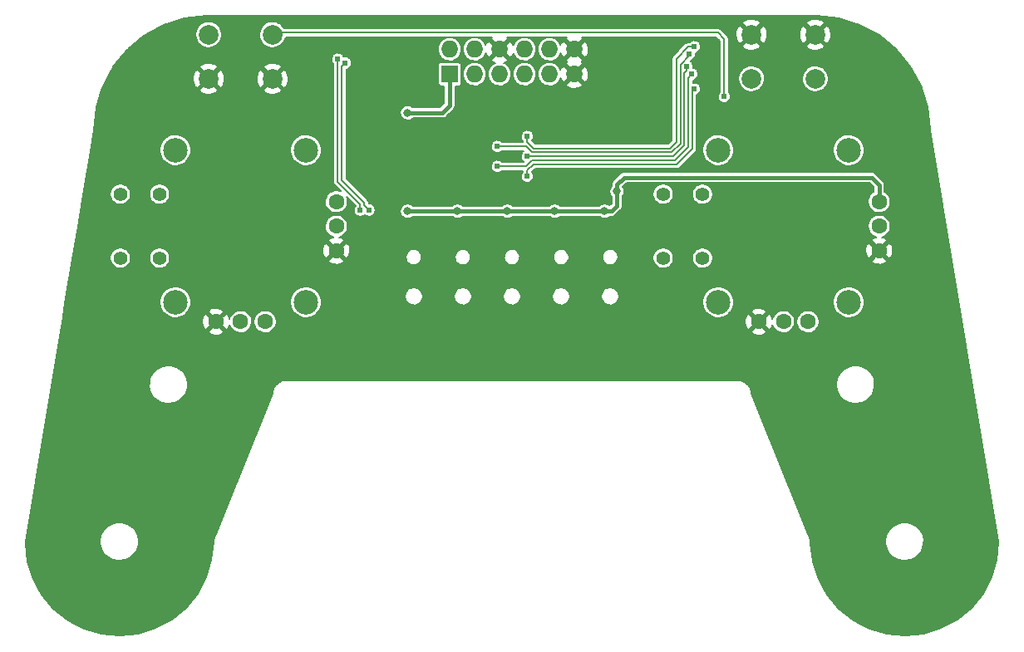
<source format=gbl>
G04 #@! TF.FileFunction,Copper,L2,Bot,Signal*
%FSLAX46Y46*%
G04 Gerber Fmt 4.6, Leading zero omitted, Abs format (unit mm)*
G04 Created by KiCad (PCBNEW 4.0.7-e2-6376~61~ubuntu18.04.1) date Mon Jan  6 20:04:38 2020*
%MOMM*%
%LPD*%
G01*
G04 APERTURE LIST*
%ADD10C,0.100000*%
%ADD11R,1.727200X1.727200*%
%ADD12O,1.727200X1.727200*%
%ADD13C,1.727200*%
%ADD14C,2.000000*%
%ADD15C,1.600000*%
%ADD16C,1.400000*%
%ADD17C,2.500000*%
%ADD18C,0.812800*%
%ADD19C,0.609600*%
%ADD20C,0.406400*%
%ADD21C,0.203200*%
G04 APERTURE END LIST*
D10*
D11*
X43650000Y-6350000D03*
D12*
X43650000Y-3810000D03*
X46190000Y-6350000D03*
X46190000Y-3810000D03*
X48730000Y-6350000D03*
D13*
X48730000Y-3810000D02*
X48730000Y-3810000D01*
D12*
X51270000Y-6350000D03*
X51270000Y-3810000D03*
X53810000Y-6350000D03*
X53810000Y-3810000D03*
D13*
X56350000Y-6350000D02*
X56350000Y-6350000D01*
X56350000Y-3810000D02*
X56350000Y-3810000D01*
D14*
X80898000Y-2322000D03*
X80898000Y-6822000D03*
X74398000Y-2322000D03*
X74398000Y-6822000D03*
X19102000Y-6822000D03*
X19102000Y-2322000D03*
X25602000Y-6822000D03*
X25602000Y-2322000D03*
D15*
X19852000Y-31594000D03*
X22352000Y-31594000D03*
X24852000Y-31594000D03*
X32102000Y-24344000D03*
X32102000Y-21844000D03*
X32102000Y-19344000D03*
D16*
X10102000Y-18594000D03*
X14102000Y-18594000D03*
X10102000Y-25094000D03*
X14102000Y-25094000D03*
D17*
X15702000Y-29594000D03*
X15702000Y-14094000D03*
X29002000Y-14094000D03*
X29002000Y-29594000D03*
D15*
X75148000Y-31594000D03*
X77648000Y-31594000D03*
X80148000Y-31594000D03*
X87398000Y-24344000D03*
X87398000Y-21844000D03*
X87398000Y-19344000D03*
D16*
X65398000Y-18594000D03*
X69398000Y-18594000D03*
X65398000Y-25094000D03*
X69398000Y-25094000D03*
D17*
X70998000Y-29594000D03*
X70998000Y-14094000D03*
X84298000Y-14094000D03*
X84298000Y-29594000D03*
D18*
X60706000Y-18288000D03*
X39370000Y-10287000D03*
X54356000Y-20320000D03*
X39370000Y-20320000D03*
X59436000Y-20320000D03*
X49530000Y-20320000D03*
X44450000Y-20320000D03*
X34036000Y-4572000D03*
X47244000Y-9906000D03*
D19*
X68580000Y-7874000D03*
X51562000Y-16764000D03*
X68326000Y-6350000D03*
X48514000Y-15748000D03*
X67818000Y-5588000D03*
X51562000Y-14732000D03*
X68072000Y-4318000D03*
X48514000Y-13716000D03*
X68580000Y-3556000D03*
X51562000Y-12700000D03*
X33020000Y-5207000D03*
X35433000Y-20193000D03*
X32258000Y-4826000D03*
X34544000Y-20193000D03*
X71628000Y-8636000D03*
D20*
X60706000Y-18288000D02*
X60706000Y-17599267D01*
X60706000Y-17599267D02*
X61434384Y-16870883D01*
X61434384Y-16870883D02*
X86625723Y-16870883D01*
X86625723Y-16870883D02*
X87398000Y-17643160D01*
X87398000Y-17643160D02*
X87398000Y-19344000D01*
X59436000Y-20320000D02*
X60143234Y-20320000D01*
X60143234Y-20320000D02*
X60706000Y-19757234D01*
X60706000Y-19757234D02*
X60706000Y-18288000D01*
X39370000Y-10287000D02*
X42904168Y-10287000D01*
X42904168Y-10287000D02*
X43650000Y-9541168D01*
X43650000Y-9541168D02*
X43650000Y-6350000D01*
X54356000Y-20320000D02*
X59436000Y-20320000D01*
X49530000Y-20320000D02*
X54356000Y-20320000D01*
X44450000Y-20320000D02*
X49530000Y-20320000D01*
X39370000Y-20320000D02*
X44450000Y-20320000D01*
D21*
X68374319Y-13950809D02*
X68374319Y-8128000D01*
X68580000Y-7874000D02*
X68374319Y-8079681D01*
X68374319Y-8079681D02*
X68374319Y-8128000D01*
X51562000Y-16764000D02*
X51562000Y-16178543D01*
X51562000Y-16178543D02*
X52194586Y-15545957D01*
X52194586Y-15545957D02*
X66779171Y-15545957D01*
X66779171Y-15545957D02*
X68374319Y-13950809D01*
X48514000Y-15748000D02*
X51416043Y-15748000D01*
X51416043Y-15748000D02*
X52025019Y-15139024D01*
X52025019Y-15139024D02*
X66610525Y-15139024D01*
X66610525Y-15139024D02*
X67967261Y-13782288D01*
X67967261Y-13782288D02*
X67967261Y-6708739D01*
X67967261Y-6708739D02*
X68326000Y-6350000D01*
X51562000Y-14732000D02*
X66440560Y-14732000D01*
X66440560Y-14732000D02*
X67559491Y-13613069D01*
X67818000Y-6009961D02*
X67818000Y-5588000D01*
X67559491Y-13613069D02*
X67559491Y-6268470D01*
X67559491Y-6268470D02*
X67818000Y-6009961D01*
X48514000Y-13716000D02*
X51408772Y-13716000D01*
X67146257Y-13451424D02*
X67146257Y-5396041D01*
X51408772Y-13716000D02*
X52016846Y-14324074D01*
X52016846Y-14324074D02*
X66273607Y-14324074D01*
X66273607Y-14324074D02*
X67146257Y-13451424D01*
X67146257Y-5396041D02*
X68072000Y-4470298D01*
X68072000Y-4470298D02*
X68072000Y-4318000D01*
X51562000Y-12700000D02*
X51562000Y-13290189D01*
X51562000Y-13290189D02*
X52186828Y-13915017D01*
X52186828Y-13915017D02*
X66103689Y-13915017D01*
X66103689Y-13915017D02*
X66738679Y-13280027D01*
X66738679Y-13280027D02*
X66738679Y-4784248D01*
X66738679Y-4784248D02*
X67966927Y-3556000D01*
X67966927Y-3556000D02*
X68580000Y-3556000D01*
X33020000Y-5207000D02*
X32666987Y-5560013D01*
X34952286Y-19448904D02*
X34952286Y-19712286D01*
X32666987Y-5560013D02*
X32666987Y-17163605D01*
X32666987Y-17163605D02*
X34952286Y-19448904D01*
X34952286Y-19712286D02*
X35433000Y-20193000D01*
X32258000Y-4826000D02*
X32258000Y-17329769D01*
X32258000Y-17329769D02*
X34544000Y-19615769D01*
X34544000Y-19615769D02*
X34544000Y-20193000D01*
X25602000Y-2322000D02*
X25602000Y-2313451D01*
X25602000Y-2313451D02*
X25802346Y-2113105D01*
X25802346Y-2113105D02*
X70954910Y-2113105D01*
X70954910Y-2113105D02*
X71628000Y-2786195D01*
X71628000Y-2786195D02*
X71628000Y-8636000D01*
G36*
X83246773Y-652963D02*
X85407973Y-1305468D01*
X87401266Y-2365321D01*
X89150740Y-3792157D01*
X90589753Y-5531624D01*
X91663500Y-7517479D01*
X92331075Y-9674066D01*
X92569187Y-11939543D01*
X92569403Y-12001501D01*
X92572615Y-12033120D01*
X92574312Y-12064853D01*
X92575259Y-12070790D01*
X99565900Y-54014636D01*
X99385127Y-55858305D01*
X98845440Y-57645831D01*
X97968836Y-59294482D01*
X96788701Y-60741471D01*
X95349987Y-61931680D01*
X93707491Y-62819774D01*
X91923778Y-63371924D01*
X90066794Y-63567102D01*
X88207261Y-63397872D01*
X86416010Y-62870678D01*
X84761282Y-62005606D01*
X83306085Y-60835598D01*
X82105864Y-59405230D01*
X81206324Y-57768973D01*
X80641733Y-55989157D01*
X80437059Y-54164432D01*
X88041830Y-54164432D01*
X88111061Y-54541644D01*
X88252242Y-54898226D01*
X88459994Y-55220594D01*
X88726404Y-55496470D01*
X89041326Y-55715346D01*
X89392762Y-55868885D01*
X89767329Y-55951239D01*
X90150758Y-55959270D01*
X90528444Y-55892674D01*
X90886002Y-55753986D01*
X91209813Y-55548490D01*
X91487542Y-55284012D01*
X91708611Y-54970626D01*
X91864600Y-54620270D01*
X91949567Y-54246288D01*
X91955684Y-53808244D01*
X91881192Y-53432035D01*
X91735047Y-53077459D01*
X91522814Y-52758023D01*
X91252578Y-52485894D01*
X90934631Y-52271436D01*
X90581085Y-52122819D01*
X90205405Y-52045703D01*
X89821901Y-52043025D01*
X89445182Y-52114889D01*
X89089595Y-52258555D01*
X88768685Y-52468553D01*
X88494675Y-52736882D01*
X88278003Y-53053324D01*
X88126921Y-53405824D01*
X88047184Y-53780957D01*
X88041830Y-54164432D01*
X80437059Y-54164432D01*
X80431407Y-54114051D01*
X80430590Y-53996993D01*
X80426899Y-53961874D01*
X80424314Y-53926697D01*
X80422514Y-53920164D01*
X80421805Y-53913415D01*
X80411367Y-53879696D01*
X80401996Y-53845676D01*
X80399802Y-53840079D01*
X74422957Y-38897967D01*
X74407816Y-38753911D01*
X74399975Y-38715715D01*
X74392656Y-38677346D01*
X74390918Y-38671590D01*
X74333206Y-38485153D01*
X74318067Y-38449139D01*
X74303462Y-38412989D01*
X74300640Y-38407681D01*
X74207815Y-38236004D01*
X74186005Y-38203670D01*
X74164620Y-38170990D01*
X74160820Y-38166331D01*
X74159249Y-38164432D01*
X83041830Y-38164432D01*
X83111061Y-38541644D01*
X83252242Y-38898226D01*
X83459994Y-39220594D01*
X83726404Y-39496470D01*
X84041326Y-39715346D01*
X84392762Y-39868885D01*
X84767329Y-39951239D01*
X85150758Y-39959270D01*
X85528444Y-39892674D01*
X85886002Y-39753986D01*
X86209813Y-39548490D01*
X86487542Y-39284012D01*
X86708611Y-38970626D01*
X86864600Y-38620270D01*
X86949567Y-38246288D01*
X86955684Y-37808244D01*
X86881192Y-37432035D01*
X86735047Y-37077459D01*
X86522814Y-36758023D01*
X86252578Y-36485894D01*
X85934631Y-36271436D01*
X85581085Y-36122819D01*
X85205405Y-36045703D01*
X84821901Y-36043025D01*
X84445182Y-36114889D01*
X84089595Y-36258555D01*
X83768685Y-36468553D01*
X83494675Y-36736882D01*
X83278003Y-37053324D01*
X83126921Y-37405824D01*
X83047184Y-37780957D01*
X83041830Y-38164432D01*
X74159249Y-38164432D01*
X74036416Y-38015954D01*
X74008744Y-37988474D01*
X73981418Y-37960570D01*
X73976786Y-37956738D01*
X73825544Y-37833388D01*
X73793018Y-37811778D01*
X73760835Y-37789741D01*
X73755551Y-37786885D01*
X73755547Y-37786882D01*
X73755543Y-37786880D01*
X73583224Y-37695257D01*
X73547127Y-37680379D01*
X73511270Y-37665010D01*
X73505527Y-37663232D01*
X73318691Y-37606823D01*
X73280352Y-37599232D01*
X73242232Y-37591129D01*
X73236253Y-37590500D01*
X73042020Y-37571455D01*
X73023958Y-37571455D01*
X73006012Y-37569442D01*
X73000000Y-37569400D01*
X27000000Y-37569400D01*
X26999920Y-37569408D01*
X26998520Y-37569403D01*
X26991539Y-37569427D01*
X26972818Y-37571328D01*
X26953991Y-37571196D01*
X26948008Y-37571783D01*
X26753911Y-37592184D01*
X26715715Y-37600025D01*
X26677346Y-37607344D01*
X26671590Y-37609082D01*
X26485153Y-37666794D01*
X26449139Y-37681933D01*
X26412989Y-37696538D01*
X26407681Y-37699360D01*
X26236004Y-37792185D01*
X26203670Y-37813995D01*
X26170990Y-37835380D01*
X26166331Y-37839180D01*
X26015954Y-37963584D01*
X25988474Y-37991256D01*
X25960570Y-38018582D01*
X25956738Y-38023214D01*
X25833388Y-38174456D01*
X25811778Y-38206982D01*
X25789741Y-38239165D01*
X25786885Y-38244449D01*
X25786882Y-38244453D01*
X25786882Y-38244454D01*
X25695257Y-38416776D01*
X25680379Y-38452873D01*
X25665010Y-38488730D01*
X25663232Y-38494473D01*
X25606823Y-38681309D01*
X25599232Y-38719648D01*
X25591129Y-38757768D01*
X25590500Y-38763747D01*
X25577436Y-38896986D01*
X19600198Y-53840079D01*
X19595786Y-53855266D01*
X19589556Y-53869800D01*
X19584088Y-53895526D01*
X19576750Y-53920780D01*
X19575371Y-53936532D01*
X19572083Y-53952002D01*
X19571455Y-53957981D01*
X19385127Y-55858305D01*
X18845440Y-57645831D01*
X17968836Y-59294482D01*
X16788701Y-60741471D01*
X15349987Y-61931680D01*
X13707491Y-62819774D01*
X11923778Y-63371924D01*
X10066794Y-63567102D01*
X8207261Y-63397872D01*
X6416010Y-62870678D01*
X4761282Y-62005606D01*
X3306085Y-60835598D01*
X2105864Y-59405230D01*
X1206324Y-57768973D01*
X641733Y-55989157D01*
X437059Y-54164432D01*
X8041830Y-54164432D01*
X8111061Y-54541644D01*
X8252242Y-54898226D01*
X8459994Y-55220594D01*
X8726404Y-55496470D01*
X9041326Y-55715346D01*
X9392762Y-55868885D01*
X9767329Y-55951239D01*
X10150758Y-55959270D01*
X10528444Y-55892674D01*
X10886002Y-55753986D01*
X11209813Y-55548490D01*
X11487542Y-55284012D01*
X11708611Y-54970626D01*
X11864600Y-54620270D01*
X11949567Y-54246288D01*
X11955684Y-53808244D01*
X11881192Y-53432035D01*
X11735047Y-53077459D01*
X11522814Y-52758023D01*
X11252578Y-52485894D01*
X10934631Y-52271436D01*
X10581085Y-52122819D01*
X10205405Y-52045703D01*
X9821901Y-52043025D01*
X9445182Y-52114889D01*
X9089595Y-52258555D01*
X8768685Y-52468553D01*
X8494675Y-52736882D01*
X8278003Y-53053324D01*
X8126921Y-53405824D01*
X8047184Y-53780957D01*
X8041830Y-54164432D01*
X437059Y-54164432D01*
X431407Y-54114051D01*
X430849Y-54034141D01*
X3075800Y-38164432D01*
X13041830Y-38164432D01*
X13111061Y-38541644D01*
X13252242Y-38898226D01*
X13459994Y-39220594D01*
X13726404Y-39496470D01*
X14041326Y-39715346D01*
X14392762Y-39868885D01*
X14767329Y-39951239D01*
X15150758Y-39959270D01*
X15528444Y-39892674D01*
X15886002Y-39753986D01*
X16209813Y-39548490D01*
X16487542Y-39284012D01*
X16708611Y-38970626D01*
X16864600Y-38620270D01*
X16949567Y-38246288D01*
X16955684Y-37808244D01*
X16881192Y-37432035D01*
X16735047Y-37077459D01*
X16522814Y-36758023D01*
X16252578Y-36485894D01*
X15934631Y-36271436D01*
X15581085Y-36122819D01*
X15205405Y-36045703D01*
X14821901Y-36043025D01*
X14445182Y-36114889D01*
X14089595Y-36258555D01*
X13768685Y-36468553D01*
X13494675Y-36736882D01*
X13278003Y-37053324D01*
X13126921Y-37405824D01*
X13047184Y-37780957D01*
X13041830Y-38164432D01*
X3075800Y-38164432D01*
X4005031Y-32589040D01*
X19072486Y-32589040D01*
X19147577Y-32822833D01*
X19400845Y-32936648D01*
X19671452Y-32998866D01*
X19948997Y-33007095D01*
X20222814Y-32961020D01*
X20482381Y-32862411D01*
X20556423Y-32822833D01*
X20631514Y-32589040D01*
X19852000Y-31809526D01*
X19072486Y-32589040D01*
X4005031Y-32589040D01*
X4154705Y-31690997D01*
X18438905Y-31690997D01*
X18484980Y-31964814D01*
X18583589Y-32224381D01*
X18623167Y-32298423D01*
X18856960Y-32373514D01*
X19636474Y-31594000D01*
X20067526Y-31594000D01*
X20847040Y-32373514D01*
X21080833Y-32298423D01*
X21194648Y-32045155D01*
X21230907Y-31887452D01*
X21235792Y-31914068D01*
X21319218Y-32124778D01*
X21441982Y-32315271D01*
X21599409Y-32478291D01*
X21785502Y-32607629D01*
X21993172Y-32698358D01*
X22214510Y-32747023D01*
X22441085Y-32751769D01*
X22664267Y-32712416D01*
X22875555Y-32630463D01*
X23066901Y-32509031D01*
X23231016Y-32352746D01*
X23361650Y-32167561D01*
X23453826Y-31960529D01*
X23504035Y-31739536D01*
X23504710Y-31691166D01*
X23694881Y-31691166D01*
X23735792Y-31914068D01*
X23819218Y-32124778D01*
X23941982Y-32315271D01*
X24099409Y-32478291D01*
X24285502Y-32607629D01*
X24493172Y-32698358D01*
X24714510Y-32747023D01*
X24941085Y-32751769D01*
X25164267Y-32712416D01*
X25375555Y-32630463D01*
X25440827Y-32589040D01*
X74368486Y-32589040D01*
X74443577Y-32822833D01*
X74696845Y-32936648D01*
X74967452Y-32998866D01*
X75244997Y-33007095D01*
X75518814Y-32961020D01*
X75778381Y-32862411D01*
X75852423Y-32822833D01*
X75927514Y-32589040D01*
X75148000Y-31809526D01*
X74368486Y-32589040D01*
X25440827Y-32589040D01*
X25566901Y-32509031D01*
X25731016Y-32352746D01*
X25861650Y-32167561D01*
X25953826Y-31960529D01*
X26004035Y-31739536D01*
X26004712Y-31690997D01*
X73734905Y-31690997D01*
X73780980Y-31964814D01*
X73879589Y-32224381D01*
X73919167Y-32298423D01*
X74152960Y-32373514D01*
X74932474Y-31594000D01*
X75363526Y-31594000D01*
X76143040Y-32373514D01*
X76376833Y-32298423D01*
X76490648Y-32045155D01*
X76526907Y-31887452D01*
X76531792Y-31914068D01*
X76615218Y-32124778D01*
X76737982Y-32315271D01*
X76895409Y-32478291D01*
X77081502Y-32607629D01*
X77289172Y-32698358D01*
X77510510Y-32747023D01*
X77737085Y-32751769D01*
X77960267Y-32712416D01*
X78171555Y-32630463D01*
X78362901Y-32509031D01*
X78527016Y-32352746D01*
X78657650Y-32167561D01*
X78749826Y-31960529D01*
X78800035Y-31739536D01*
X78800710Y-31691166D01*
X78990881Y-31691166D01*
X79031792Y-31914068D01*
X79115218Y-32124778D01*
X79237982Y-32315271D01*
X79395409Y-32478291D01*
X79581502Y-32607629D01*
X79789172Y-32698358D01*
X80010510Y-32747023D01*
X80237085Y-32751769D01*
X80460267Y-32712416D01*
X80671555Y-32630463D01*
X80862901Y-32509031D01*
X81027016Y-32352746D01*
X81157650Y-32167561D01*
X81249826Y-31960529D01*
X81300035Y-31739536D01*
X81303649Y-31480688D01*
X81259631Y-31258379D01*
X81173271Y-31048854D01*
X81047859Y-30860093D01*
X80888171Y-30699287D01*
X80700291Y-30572560D01*
X80491374Y-30484739D01*
X80269378Y-30439170D01*
X80042758Y-30437588D01*
X79820148Y-30480053D01*
X79610025Y-30564948D01*
X79420393Y-30689040D01*
X79258476Y-30847601D01*
X79130441Y-31034592D01*
X79041164Y-31242891D01*
X78994046Y-31464563D01*
X78990881Y-31691166D01*
X78800710Y-31691166D01*
X78803649Y-31480688D01*
X78759631Y-31258379D01*
X78673271Y-31048854D01*
X78547859Y-30860093D01*
X78388171Y-30699287D01*
X78200291Y-30572560D01*
X77991374Y-30484739D01*
X77769378Y-30439170D01*
X77542758Y-30437588D01*
X77320148Y-30480053D01*
X77110025Y-30564948D01*
X76920393Y-30689040D01*
X76758476Y-30847601D01*
X76630441Y-31034592D01*
X76541164Y-31242891D01*
X76528422Y-31302835D01*
X76515020Y-31223186D01*
X76416411Y-30963619D01*
X76376833Y-30889577D01*
X76143040Y-30814486D01*
X75363526Y-31594000D01*
X74932474Y-31594000D01*
X74152960Y-30814486D01*
X73919167Y-30889577D01*
X73805352Y-31142845D01*
X73743134Y-31413452D01*
X73734905Y-31690997D01*
X26004712Y-31690997D01*
X26007649Y-31480688D01*
X25963631Y-31258379D01*
X25877271Y-31048854D01*
X25751859Y-30860093D01*
X25592171Y-30699287D01*
X25404291Y-30572560D01*
X25195374Y-30484739D01*
X24973378Y-30439170D01*
X24746758Y-30437588D01*
X24524148Y-30480053D01*
X24314025Y-30564948D01*
X24124393Y-30689040D01*
X23962476Y-30847601D01*
X23834441Y-31034592D01*
X23745164Y-31242891D01*
X23698046Y-31464563D01*
X23694881Y-31691166D01*
X23504710Y-31691166D01*
X23507649Y-31480688D01*
X23463631Y-31258379D01*
X23377271Y-31048854D01*
X23251859Y-30860093D01*
X23092171Y-30699287D01*
X22904291Y-30572560D01*
X22695374Y-30484739D01*
X22473378Y-30439170D01*
X22246758Y-30437588D01*
X22024148Y-30480053D01*
X21814025Y-30564948D01*
X21624393Y-30689040D01*
X21462476Y-30847601D01*
X21334441Y-31034592D01*
X21245164Y-31242891D01*
X21232422Y-31302835D01*
X21219020Y-31223186D01*
X21120411Y-30963619D01*
X21080833Y-30889577D01*
X20847040Y-30814486D01*
X20067526Y-31594000D01*
X19636474Y-31594000D01*
X18856960Y-30814486D01*
X18623167Y-30889577D01*
X18509352Y-31142845D01*
X18447134Y-31413452D01*
X18438905Y-31690997D01*
X4154705Y-31690997D01*
X4481704Y-29729003D01*
X14094289Y-29729003D01*
X14151130Y-30038705D01*
X14267043Y-30331468D01*
X14437613Y-30596141D01*
X14656343Y-30822642D01*
X14914902Y-31002345D01*
X15203442Y-31128405D01*
X15510971Y-31196020D01*
X15825776Y-31202614D01*
X16135867Y-31147937D01*
X16429432Y-31034070D01*
X16695289Y-30865352D01*
X16923312Y-30648209D01*
X16958053Y-30598960D01*
X19072486Y-30598960D01*
X19852000Y-31378474D01*
X20631514Y-30598960D01*
X20556423Y-30365167D01*
X20303155Y-30251352D01*
X20032548Y-30189134D01*
X19755003Y-30180905D01*
X19481186Y-30226980D01*
X19221619Y-30325589D01*
X19147577Y-30365167D01*
X19072486Y-30598960D01*
X16958053Y-30598960D01*
X17104816Y-30390910D01*
X17232887Y-30103258D01*
X17302647Y-29796209D01*
X17303585Y-29729003D01*
X27394289Y-29729003D01*
X27451130Y-30038705D01*
X27567043Y-30331468D01*
X27737613Y-30596141D01*
X27956343Y-30822642D01*
X28214902Y-31002345D01*
X28503442Y-31128405D01*
X28810971Y-31196020D01*
X29125776Y-31202614D01*
X29435867Y-31147937D01*
X29729432Y-31034070D01*
X29995289Y-30865352D01*
X30223312Y-30648209D01*
X30404816Y-30390910D01*
X30532887Y-30103258D01*
X30602647Y-29796209D01*
X30607669Y-29436563D01*
X30546510Y-29127685D01*
X30525267Y-29076145D01*
X39093209Y-29076145D01*
X39125269Y-29250825D01*
X39190647Y-29415951D01*
X39286853Y-29565233D01*
X39410223Y-29692986D01*
X39556056Y-29794343D01*
X39718800Y-29865444D01*
X39892255Y-29903581D01*
X40069813Y-29907300D01*
X40244712Y-29876461D01*
X40410290Y-29812237D01*
X40560241Y-29717076D01*
X40688852Y-29594601D01*
X40791225Y-29449478D01*
X40863460Y-29287235D01*
X40902807Y-29114051D01*
X40903336Y-29076145D01*
X44093209Y-29076145D01*
X44125269Y-29250825D01*
X44190647Y-29415951D01*
X44286853Y-29565233D01*
X44410223Y-29692986D01*
X44556056Y-29794343D01*
X44718800Y-29865444D01*
X44892255Y-29903581D01*
X45069813Y-29907300D01*
X45244712Y-29876461D01*
X45410290Y-29812237D01*
X45560241Y-29717076D01*
X45688852Y-29594601D01*
X45791225Y-29449478D01*
X45863460Y-29287235D01*
X45902807Y-29114051D01*
X45903336Y-29076145D01*
X49093209Y-29076145D01*
X49125269Y-29250825D01*
X49190647Y-29415951D01*
X49286853Y-29565233D01*
X49410223Y-29692986D01*
X49556056Y-29794343D01*
X49718800Y-29865444D01*
X49892255Y-29903581D01*
X50069813Y-29907300D01*
X50244712Y-29876461D01*
X50410290Y-29812237D01*
X50560241Y-29717076D01*
X50688852Y-29594601D01*
X50791225Y-29449478D01*
X50863460Y-29287235D01*
X50902807Y-29114051D01*
X50903336Y-29076145D01*
X54093209Y-29076145D01*
X54125269Y-29250825D01*
X54190647Y-29415951D01*
X54286853Y-29565233D01*
X54410223Y-29692986D01*
X54556056Y-29794343D01*
X54718800Y-29865444D01*
X54892255Y-29903581D01*
X55069813Y-29907300D01*
X55244712Y-29876461D01*
X55410290Y-29812237D01*
X55560241Y-29717076D01*
X55688852Y-29594601D01*
X55791225Y-29449478D01*
X55863460Y-29287235D01*
X55902807Y-29114051D01*
X55903336Y-29076145D01*
X59093209Y-29076145D01*
X59125269Y-29250825D01*
X59190647Y-29415951D01*
X59286853Y-29565233D01*
X59410223Y-29692986D01*
X59556056Y-29794343D01*
X59718800Y-29865444D01*
X59892255Y-29903581D01*
X60069813Y-29907300D01*
X60244712Y-29876461D01*
X60410290Y-29812237D01*
X60541446Y-29729003D01*
X69390289Y-29729003D01*
X69447130Y-30038705D01*
X69563043Y-30331468D01*
X69733613Y-30596141D01*
X69952343Y-30822642D01*
X70210902Y-31002345D01*
X70499442Y-31128405D01*
X70806971Y-31196020D01*
X71121776Y-31202614D01*
X71431867Y-31147937D01*
X71725432Y-31034070D01*
X71991289Y-30865352D01*
X72219312Y-30648209D01*
X72254053Y-30598960D01*
X74368486Y-30598960D01*
X75148000Y-31378474D01*
X75927514Y-30598960D01*
X75852423Y-30365167D01*
X75599155Y-30251352D01*
X75328548Y-30189134D01*
X75051003Y-30180905D01*
X74777186Y-30226980D01*
X74517619Y-30325589D01*
X74443577Y-30365167D01*
X74368486Y-30598960D01*
X72254053Y-30598960D01*
X72400816Y-30390910D01*
X72528887Y-30103258D01*
X72598647Y-29796209D01*
X72599585Y-29729003D01*
X82690289Y-29729003D01*
X82747130Y-30038705D01*
X82863043Y-30331468D01*
X83033613Y-30596141D01*
X83252343Y-30822642D01*
X83510902Y-31002345D01*
X83799442Y-31128405D01*
X84106971Y-31196020D01*
X84421776Y-31202614D01*
X84731867Y-31147937D01*
X85025432Y-31034070D01*
X85291289Y-30865352D01*
X85519312Y-30648209D01*
X85700816Y-30390910D01*
X85828887Y-30103258D01*
X85898647Y-29796209D01*
X85903669Y-29436563D01*
X85842510Y-29127685D01*
X85722520Y-28836569D01*
X85548271Y-28574304D01*
X85326400Y-28350878D01*
X85065357Y-28174802D01*
X84775086Y-28052784D01*
X84466643Y-27989469D01*
X84151776Y-27987271D01*
X83842479Y-28046273D01*
X83550533Y-28164227D01*
X83287057Y-28336640D01*
X83062088Y-28556946D01*
X82884194Y-28816754D01*
X82760152Y-29106166D01*
X82694686Y-29414159D01*
X82690289Y-29729003D01*
X72599585Y-29729003D01*
X72603669Y-29436563D01*
X72542510Y-29127685D01*
X72422520Y-28836569D01*
X72248271Y-28574304D01*
X72026400Y-28350878D01*
X71765357Y-28174802D01*
X71475086Y-28052784D01*
X71166643Y-27989469D01*
X70851776Y-27987271D01*
X70542479Y-28046273D01*
X70250533Y-28164227D01*
X69987057Y-28336640D01*
X69762088Y-28556946D01*
X69584194Y-28816754D01*
X69460152Y-29106166D01*
X69394686Y-29414159D01*
X69390289Y-29729003D01*
X60541446Y-29729003D01*
X60560241Y-29717076D01*
X60688852Y-29594601D01*
X60791225Y-29449478D01*
X60863460Y-29287235D01*
X60902807Y-29114051D01*
X60905639Y-28911201D01*
X60871144Y-28736986D01*
X60803466Y-28572789D01*
X60705186Y-28424865D01*
X60580044Y-28298847D01*
X60432809Y-28199536D01*
X60269089Y-28130714D01*
X60095119Y-28095003D01*
X59917526Y-28093763D01*
X59743074Y-28127042D01*
X59578409Y-28193571D01*
X59429802Y-28290816D01*
X59302913Y-28415075D01*
X59202577Y-28561613D01*
X59132614Y-28724849D01*
X59095689Y-28898565D01*
X59093209Y-29076145D01*
X55903336Y-29076145D01*
X55905639Y-28911201D01*
X55871144Y-28736986D01*
X55803466Y-28572789D01*
X55705186Y-28424865D01*
X55580044Y-28298847D01*
X55432809Y-28199536D01*
X55269089Y-28130714D01*
X55095119Y-28095003D01*
X54917526Y-28093763D01*
X54743074Y-28127042D01*
X54578409Y-28193571D01*
X54429802Y-28290816D01*
X54302913Y-28415075D01*
X54202577Y-28561613D01*
X54132614Y-28724849D01*
X54095689Y-28898565D01*
X54093209Y-29076145D01*
X50903336Y-29076145D01*
X50905639Y-28911201D01*
X50871144Y-28736986D01*
X50803466Y-28572789D01*
X50705186Y-28424865D01*
X50580044Y-28298847D01*
X50432809Y-28199536D01*
X50269089Y-28130714D01*
X50095119Y-28095003D01*
X49917526Y-28093763D01*
X49743074Y-28127042D01*
X49578409Y-28193571D01*
X49429802Y-28290816D01*
X49302913Y-28415075D01*
X49202577Y-28561613D01*
X49132614Y-28724849D01*
X49095689Y-28898565D01*
X49093209Y-29076145D01*
X45903336Y-29076145D01*
X45905639Y-28911201D01*
X45871144Y-28736986D01*
X45803466Y-28572789D01*
X45705186Y-28424865D01*
X45580044Y-28298847D01*
X45432809Y-28199536D01*
X45269089Y-28130714D01*
X45095119Y-28095003D01*
X44917526Y-28093763D01*
X44743074Y-28127042D01*
X44578409Y-28193571D01*
X44429802Y-28290816D01*
X44302913Y-28415075D01*
X44202577Y-28561613D01*
X44132614Y-28724849D01*
X44095689Y-28898565D01*
X44093209Y-29076145D01*
X40903336Y-29076145D01*
X40905639Y-28911201D01*
X40871144Y-28736986D01*
X40803466Y-28572789D01*
X40705186Y-28424865D01*
X40580044Y-28298847D01*
X40432809Y-28199536D01*
X40269089Y-28130714D01*
X40095119Y-28095003D01*
X39917526Y-28093763D01*
X39743074Y-28127042D01*
X39578409Y-28193571D01*
X39429802Y-28290816D01*
X39302913Y-28415075D01*
X39202577Y-28561613D01*
X39132614Y-28724849D01*
X39095689Y-28898565D01*
X39093209Y-29076145D01*
X30525267Y-29076145D01*
X30426520Y-28836569D01*
X30252271Y-28574304D01*
X30030400Y-28350878D01*
X29769357Y-28174802D01*
X29479086Y-28052784D01*
X29170643Y-27989469D01*
X28855776Y-27987271D01*
X28546479Y-28046273D01*
X28254533Y-28164227D01*
X27991057Y-28336640D01*
X27766088Y-28556946D01*
X27588194Y-28816754D01*
X27464152Y-29106166D01*
X27398686Y-29414159D01*
X27394289Y-29729003D01*
X17303585Y-29729003D01*
X17307669Y-29436563D01*
X17246510Y-29127685D01*
X17126520Y-28836569D01*
X16952271Y-28574304D01*
X16730400Y-28350878D01*
X16469357Y-28174802D01*
X16179086Y-28052784D01*
X15870643Y-27989469D01*
X15555776Y-27987271D01*
X15246479Y-28046273D01*
X14954533Y-28164227D01*
X14691057Y-28336640D01*
X14466088Y-28556946D01*
X14288194Y-28816754D01*
X14164152Y-29106166D01*
X14098686Y-29414159D01*
X14094289Y-29729003D01*
X4481704Y-29729003D01*
X5239412Y-25182758D01*
X9045012Y-25182758D01*
X9082382Y-25386371D01*
X9158589Y-25578847D01*
X9270730Y-25752856D01*
X9414534Y-25901770D01*
X9584523Y-26019915D01*
X9774223Y-26102793D01*
X9976408Y-26147246D01*
X10183376Y-26151582D01*
X10387245Y-26115634D01*
X10580249Y-26040773D01*
X10755037Y-25929849D01*
X10904951Y-25787088D01*
X11024280Y-25617928D01*
X11108480Y-25428811D01*
X11154344Y-25226942D01*
X11154961Y-25182758D01*
X13045012Y-25182758D01*
X13082382Y-25386371D01*
X13158589Y-25578847D01*
X13270730Y-25752856D01*
X13414534Y-25901770D01*
X13584523Y-26019915D01*
X13774223Y-26102793D01*
X13976408Y-26147246D01*
X14183376Y-26151582D01*
X14387245Y-26115634D01*
X14580249Y-26040773D01*
X14755037Y-25929849D01*
X14904951Y-25787088D01*
X15024280Y-25617928D01*
X15108480Y-25428811D01*
X15128875Y-25339040D01*
X31322486Y-25339040D01*
X31397577Y-25572833D01*
X31650845Y-25686648D01*
X31921452Y-25748866D01*
X32198997Y-25757095D01*
X32472814Y-25711020D01*
X32732381Y-25612411D01*
X32806423Y-25572833D01*
X32881514Y-25339040D01*
X32102000Y-24559526D01*
X31322486Y-25339040D01*
X15128875Y-25339040D01*
X15154344Y-25226942D01*
X15157646Y-24990493D01*
X15117436Y-24787422D01*
X15038550Y-24596028D01*
X14935548Y-24440997D01*
X30688905Y-24440997D01*
X30734980Y-24714814D01*
X30833589Y-24974381D01*
X30873167Y-25048423D01*
X31106960Y-25123514D01*
X31886474Y-24344000D01*
X32317526Y-24344000D01*
X33097040Y-25123514D01*
X33270699Y-25067737D01*
X39193341Y-25067737D01*
X39221861Y-25223128D01*
X39280019Y-25370020D01*
X39365602Y-25502818D01*
X39475348Y-25616464D01*
X39605079Y-25706629D01*
X39749851Y-25769878D01*
X39904152Y-25803804D01*
X40062104Y-25807112D01*
X40217690Y-25779678D01*
X40364984Y-25722546D01*
X40498377Y-25637893D01*
X40612786Y-25528943D01*
X40703854Y-25399845D01*
X40768113Y-25255517D01*
X40803115Y-25101457D01*
X40803585Y-25067737D01*
X44193341Y-25067737D01*
X44221861Y-25223128D01*
X44280019Y-25370020D01*
X44365602Y-25502818D01*
X44475348Y-25616464D01*
X44605079Y-25706629D01*
X44749851Y-25769878D01*
X44904152Y-25803804D01*
X45062104Y-25807112D01*
X45217690Y-25779678D01*
X45364984Y-25722546D01*
X45498377Y-25637893D01*
X45612786Y-25528943D01*
X45703854Y-25399845D01*
X45768113Y-25255517D01*
X45803115Y-25101457D01*
X45803585Y-25067737D01*
X49193341Y-25067737D01*
X49221861Y-25223128D01*
X49280019Y-25370020D01*
X49365602Y-25502818D01*
X49475348Y-25616464D01*
X49605079Y-25706629D01*
X49749851Y-25769878D01*
X49904152Y-25803804D01*
X50062104Y-25807112D01*
X50217690Y-25779678D01*
X50364984Y-25722546D01*
X50498377Y-25637893D01*
X50612786Y-25528943D01*
X50703854Y-25399845D01*
X50768113Y-25255517D01*
X50803115Y-25101457D01*
X50803585Y-25067737D01*
X54193341Y-25067737D01*
X54221861Y-25223128D01*
X54280019Y-25370020D01*
X54365602Y-25502818D01*
X54475348Y-25616464D01*
X54605079Y-25706629D01*
X54749851Y-25769878D01*
X54904152Y-25803804D01*
X55062104Y-25807112D01*
X55217690Y-25779678D01*
X55364984Y-25722546D01*
X55498377Y-25637893D01*
X55612786Y-25528943D01*
X55703854Y-25399845D01*
X55768113Y-25255517D01*
X55803115Y-25101457D01*
X55803585Y-25067737D01*
X59193341Y-25067737D01*
X59221861Y-25223128D01*
X59280019Y-25370020D01*
X59365602Y-25502818D01*
X59475348Y-25616464D01*
X59605079Y-25706629D01*
X59749851Y-25769878D01*
X59904152Y-25803804D01*
X60062104Y-25807112D01*
X60217690Y-25779678D01*
X60364984Y-25722546D01*
X60498377Y-25637893D01*
X60612786Y-25528943D01*
X60703854Y-25399845D01*
X60768113Y-25255517D01*
X60784643Y-25182758D01*
X64341012Y-25182758D01*
X64378382Y-25386371D01*
X64454589Y-25578847D01*
X64566730Y-25752856D01*
X64710534Y-25901770D01*
X64880523Y-26019915D01*
X65070223Y-26102793D01*
X65272408Y-26147246D01*
X65479376Y-26151582D01*
X65683245Y-26115634D01*
X65876249Y-26040773D01*
X66051037Y-25929849D01*
X66200951Y-25787088D01*
X66320280Y-25617928D01*
X66404480Y-25428811D01*
X66450344Y-25226942D01*
X66450961Y-25182758D01*
X68341012Y-25182758D01*
X68378382Y-25386371D01*
X68454589Y-25578847D01*
X68566730Y-25752856D01*
X68710534Y-25901770D01*
X68880523Y-26019915D01*
X69070223Y-26102793D01*
X69272408Y-26147246D01*
X69479376Y-26151582D01*
X69683245Y-26115634D01*
X69876249Y-26040773D01*
X70051037Y-25929849D01*
X70200951Y-25787088D01*
X70320280Y-25617928D01*
X70404480Y-25428811D01*
X70424875Y-25339040D01*
X86618486Y-25339040D01*
X86693577Y-25572833D01*
X86946845Y-25686648D01*
X87217452Y-25748866D01*
X87494997Y-25757095D01*
X87768814Y-25711020D01*
X88028381Y-25612411D01*
X88102423Y-25572833D01*
X88177514Y-25339040D01*
X87398000Y-24559526D01*
X86618486Y-25339040D01*
X70424875Y-25339040D01*
X70450344Y-25226942D01*
X70453646Y-24990493D01*
X70413436Y-24787422D01*
X70334550Y-24596028D01*
X70231548Y-24440997D01*
X85984905Y-24440997D01*
X86030980Y-24714814D01*
X86129589Y-24974381D01*
X86169167Y-25048423D01*
X86402960Y-25123514D01*
X87182474Y-24344000D01*
X87613526Y-24344000D01*
X88393040Y-25123514D01*
X88626833Y-25048423D01*
X88740648Y-24795155D01*
X88802866Y-24524548D01*
X88811095Y-24247003D01*
X88765020Y-23973186D01*
X88666411Y-23713619D01*
X88626833Y-23639577D01*
X88393040Y-23564486D01*
X87613526Y-24344000D01*
X87182474Y-24344000D01*
X86402960Y-23564486D01*
X86169167Y-23639577D01*
X86055352Y-23892845D01*
X85993134Y-24163452D01*
X85984905Y-24440997D01*
X70231548Y-24440997D01*
X70219990Y-24423601D01*
X70074121Y-24276710D01*
X69902498Y-24160950D01*
X69711660Y-24080729D01*
X69508874Y-24039103D01*
X69301865Y-24037657D01*
X69098518Y-24076448D01*
X68906578Y-24153997D01*
X68733356Y-24267350D01*
X68585451Y-24412190D01*
X68468494Y-24583000D01*
X68386943Y-24773274D01*
X68343902Y-24975764D01*
X68341012Y-25182758D01*
X66450961Y-25182758D01*
X66453646Y-24990493D01*
X66413436Y-24787422D01*
X66334550Y-24596028D01*
X66219990Y-24423601D01*
X66074121Y-24276710D01*
X65902498Y-24160950D01*
X65711660Y-24080729D01*
X65508874Y-24039103D01*
X65301865Y-24037657D01*
X65098518Y-24076448D01*
X64906578Y-24153997D01*
X64733356Y-24267350D01*
X64585451Y-24412190D01*
X64468494Y-24583000D01*
X64386943Y-24773274D01*
X64343902Y-24975764D01*
X64341012Y-25182758D01*
X60784643Y-25182758D01*
X60803115Y-25101457D01*
X60805635Y-24921007D01*
X60774948Y-24766029D01*
X60714744Y-24619964D01*
X60627316Y-24488374D01*
X60515993Y-24376271D01*
X60385017Y-24287926D01*
X60239375Y-24226704D01*
X60084616Y-24194937D01*
X59926633Y-24193834D01*
X59771445Y-24223437D01*
X59624963Y-24282620D01*
X59492765Y-24369127D01*
X59379889Y-24479665D01*
X59290631Y-24610021D01*
X59228394Y-24755232D01*
X59195547Y-24909766D01*
X59193341Y-25067737D01*
X55803585Y-25067737D01*
X55805635Y-24921007D01*
X55774948Y-24766029D01*
X55714744Y-24619964D01*
X55627316Y-24488374D01*
X55515993Y-24376271D01*
X55385017Y-24287926D01*
X55239375Y-24226704D01*
X55084616Y-24194937D01*
X54926633Y-24193834D01*
X54771445Y-24223437D01*
X54624963Y-24282620D01*
X54492765Y-24369127D01*
X54379889Y-24479665D01*
X54290631Y-24610021D01*
X54228394Y-24755232D01*
X54195547Y-24909766D01*
X54193341Y-25067737D01*
X50803585Y-25067737D01*
X50805635Y-24921007D01*
X50774948Y-24766029D01*
X50714744Y-24619964D01*
X50627316Y-24488374D01*
X50515993Y-24376271D01*
X50385017Y-24287926D01*
X50239375Y-24226704D01*
X50084616Y-24194937D01*
X49926633Y-24193834D01*
X49771445Y-24223437D01*
X49624963Y-24282620D01*
X49492765Y-24369127D01*
X49379889Y-24479665D01*
X49290631Y-24610021D01*
X49228394Y-24755232D01*
X49195547Y-24909766D01*
X49193341Y-25067737D01*
X45803585Y-25067737D01*
X45805635Y-24921007D01*
X45774948Y-24766029D01*
X45714744Y-24619964D01*
X45627316Y-24488374D01*
X45515993Y-24376271D01*
X45385017Y-24287926D01*
X45239375Y-24226704D01*
X45084616Y-24194937D01*
X44926633Y-24193834D01*
X44771445Y-24223437D01*
X44624963Y-24282620D01*
X44492765Y-24369127D01*
X44379889Y-24479665D01*
X44290631Y-24610021D01*
X44228394Y-24755232D01*
X44195547Y-24909766D01*
X44193341Y-25067737D01*
X40803585Y-25067737D01*
X40805635Y-24921007D01*
X40774948Y-24766029D01*
X40714744Y-24619964D01*
X40627316Y-24488374D01*
X40515993Y-24376271D01*
X40385017Y-24287926D01*
X40239375Y-24226704D01*
X40084616Y-24194937D01*
X39926633Y-24193834D01*
X39771445Y-24223437D01*
X39624963Y-24282620D01*
X39492765Y-24369127D01*
X39379889Y-24479665D01*
X39290631Y-24610021D01*
X39228394Y-24755232D01*
X39195547Y-24909766D01*
X39193341Y-25067737D01*
X33270699Y-25067737D01*
X33330833Y-25048423D01*
X33444648Y-24795155D01*
X33506866Y-24524548D01*
X33515095Y-24247003D01*
X33469020Y-23973186D01*
X33370411Y-23713619D01*
X33330833Y-23639577D01*
X33097040Y-23564486D01*
X32317526Y-24344000D01*
X31886474Y-24344000D01*
X31106960Y-23564486D01*
X30873167Y-23639577D01*
X30759352Y-23892845D01*
X30697134Y-24163452D01*
X30688905Y-24440997D01*
X14935548Y-24440997D01*
X14923990Y-24423601D01*
X14778121Y-24276710D01*
X14606498Y-24160950D01*
X14415660Y-24080729D01*
X14212874Y-24039103D01*
X14005865Y-24037657D01*
X13802518Y-24076448D01*
X13610578Y-24153997D01*
X13437356Y-24267350D01*
X13289451Y-24412190D01*
X13172494Y-24583000D01*
X13090943Y-24773274D01*
X13047902Y-24975764D01*
X13045012Y-25182758D01*
X11154961Y-25182758D01*
X11157646Y-24990493D01*
X11117436Y-24787422D01*
X11038550Y-24596028D01*
X10923990Y-24423601D01*
X10778121Y-24276710D01*
X10606498Y-24160950D01*
X10415660Y-24080729D01*
X10212874Y-24039103D01*
X10005865Y-24037657D01*
X9802518Y-24076448D01*
X9610578Y-24153997D01*
X9437356Y-24267350D01*
X9289451Y-24412190D01*
X9172494Y-24583000D01*
X9090943Y-24773274D01*
X9047902Y-24975764D01*
X9045012Y-25182758D01*
X5239412Y-25182758D01*
X5779677Y-21941166D01*
X30944881Y-21941166D01*
X30985792Y-22164068D01*
X31069218Y-22374778D01*
X31191982Y-22565271D01*
X31349409Y-22728291D01*
X31535502Y-22857629D01*
X31743172Y-22948358D01*
X31811718Y-22963429D01*
X31731186Y-22976980D01*
X31471619Y-23075589D01*
X31397577Y-23115167D01*
X31322486Y-23348960D01*
X32102000Y-24128474D01*
X32881514Y-23348960D01*
X32806423Y-23115167D01*
X32553155Y-23001352D01*
X32397029Y-22965456D01*
X32414267Y-22962416D01*
X32625555Y-22880463D01*
X32816901Y-22759031D01*
X32981016Y-22602746D01*
X33111650Y-22417561D01*
X33203826Y-22210529D01*
X33254035Y-21989536D01*
X33254710Y-21941166D01*
X86240881Y-21941166D01*
X86281792Y-22164068D01*
X86365218Y-22374778D01*
X86487982Y-22565271D01*
X86645409Y-22728291D01*
X86831502Y-22857629D01*
X87039172Y-22948358D01*
X87107718Y-22963429D01*
X87027186Y-22976980D01*
X86767619Y-23075589D01*
X86693577Y-23115167D01*
X86618486Y-23348960D01*
X87398000Y-24128474D01*
X88177514Y-23348960D01*
X88102423Y-23115167D01*
X87849155Y-23001352D01*
X87693029Y-22965456D01*
X87710267Y-22962416D01*
X87921555Y-22880463D01*
X88112901Y-22759031D01*
X88277016Y-22602746D01*
X88407650Y-22417561D01*
X88499826Y-22210529D01*
X88550035Y-21989536D01*
X88553649Y-21730688D01*
X88509631Y-21508379D01*
X88423271Y-21298854D01*
X88297859Y-21110093D01*
X88138171Y-20949287D01*
X87950291Y-20822560D01*
X87741374Y-20734739D01*
X87519378Y-20689170D01*
X87292758Y-20687588D01*
X87070148Y-20730053D01*
X86860025Y-20814948D01*
X86670393Y-20939040D01*
X86508476Y-21097601D01*
X86380441Y-21284592D01*
X86291164Y-21492891D01*
X86244046Y-21714563D01*
X86240881Y-21941166D01*
X33254710Y-21941166D01*
X33257649Y-21730688D01*
X33213631Y-21508379D01*
X33127271Y-21298854D01*
X33001859Y-21110093D01*
X32842171Y-20949287D01*
X32654291Y-20822560D01*
X32445374Y-20734739D01*
X32223378Y-20689170D01*
X31996758Y-20687588D01*
X31774148Y-20730053D01*
X31564025Y-20814948D01*
X31374393Y-20939040D01*
X31212476Y-21097601D01*
X31084441Y-21284592D01*
X30995164Y-21492891D01*
X30948046Y-21714563D01*
X30944881Y-21941166D01*
X5779677Y-21941166D01*
X6322745Y-18682758D01*
X9045012Y-18682758D01*
X9082382Y-18886371D01*
X9158589Y-19078847D01*
X9270730Y-19252856D01*
X9414534Y-19401770D01*
X9584523Y-19519915D01*
X9774223Y-19602793D01*
X9976408Y-19647246D01*
X10183376Y-19651582D01*
X10387245Y-19615634D01*
X10580249Y-19540773D01*
X10755037Y-19429849D01*
X10904951Y-19287088D01*
X11024280Y-19117928D01*
X11108480Y-18928811D01*
X11154344Y-18726942D01*
X11154961Y-18682758D01*
X13045012Y-18682758D01*
X13082382Y-18886371D01*
X13158589Y-19078847D01*
X13270730Y-19252856D01*
X13414534Y-19401770D01*
X13584523Y-19519915D01*
X13774223Y-19602793D01*
X13976408Y-19647246D01*
X14183376Y-19651582D01*
X14387245Y-19615634D01*
X14580249Y-19540773D01*
X14737204Y-19441166D01*
X30944881Y-19441166D01*
X30985792Y-19664068D01*
X31069218Y-19874778D01*
X31191982Y-20065271D01*
X31349409Y-20228291D01*
X31535502Y-20357629D01*
X31743172Y-20448358D01*
X31964510Y-20497023D01*
X32191085Y-20501769D01*
X32414267Y-20462416D01*
X32625555Y-20380463D01*
X32816901Y-20259031D01*
X32981016Y-20102746D01*
X33111650Y-19917561D01*
X33203826Y-19710529D01*
X33254035Y-19489536D01*
X33257649Y-19230688D01*
X33213631Y-19008379D01*
X33160061Y-18878408D01*
X34041945Y-19760292D01*
X34035657Y-19766449D01*
X33962487Y-19873311D01*
X33911467Y-19992349D01*
X33884541Y-20119030D01*
X33882732Y-20248528D01*
X33906112Y-20375912D01*
X33953788Y-20496328D01*
X34023945Y-20605191D01*
X34113911Y-20698353D01*
X34220259Y-20772267D01*
X34338938Y-20824116D01*
X34465428Y-20851927D01*
X34594910Y-20854639D01*
X34722454Y-20832150D01*
X34843200Y-20785315D01*
X34952550Y-20715920D01*
X34987622Y-20682521D01*
X35002911Y-20698353D01*
X35109259Y-20772267D01*
X35227938Y-20824116D01*
X35354428Y-20851927D01*
X35483910Y-20854639D01*
X35611454Y-20832150D01*
X35732200Y-20785315D01*
X35841550Y-20715920D01*
X35935338Y-20626607D01*
X36009992Y-20520777D01*
X36062669Y-20402463D01*
X36066847Y-20384071D01*
X38606998Y-20384071D01*
X38633974Y-20531052D01*
X38688985Y-20669994D01*
X38769936Y-20795605D01*
X38873743Y-20903100D01*
X38996452Y-20988385D01*
X39133390Y-21048212D01*
X39279340Y-21080301D01*
X39428743Y-21083430D01*
X39575908Y-21057481D01*
X39715231Y-21003441D01*
X39841404Y-20923370D01*
X39888207Y-20878800D01*
X43930277Y-20878800D01*
X43953743Y-20903100D01*
X44076452Y-20988385D01*
X44213390Y-21048212D01*
X44359340Y-21080301D01*
X44508743Y-21083430D01*
X44655908Y-21057481D01*
X44795231Y-21003441D01*
X44921404Y-20923370D01*
X44968207Y-20878800D01*
X49010277Y-20878800D01*
X49033743Y-20903100D01*
X49156452Y-20988385D01*
X49293390Y-21048212D01*
X49439340Y-21080301D01*
X49588743Y-21083430D01*
X49735908Y-21057481D01*
X49875231Y-21003441D01*
X50001404Y-20923370D01*
X50048207Y-20878800D01*
X53836277Y-20878800D01*
X53859743Y-20903100D01*
X53982452Y-20988385D01*
X54119390Y-21048212D01*
X54265340Y-21080301D01*
X54414743Y-21083430D01*
X54561908Y-21057481D01*
X54701231Y-21003441D01*
X54827404Y-20923370D01*
X54874207Y-20878800D01*
X58916277Y-20878800D01*
X58939743Y-20903100D01*
X59062452Y-20988385D01*
X59199390Y-21048212D01*
X59345340Y-21080301D01*
X59494743Y-21083430D01*
X59641908Y-21057481D01*
X59781231Y-21003441D01*
X59907404Y-20923370D01*
X59954207Y-20878800D01*
X60143234Y-20878800D01*
X60194648Y-20873759D01*
X60246025Y-20869264D01*
X60248844Y-20868445D01*
X60251772Y-20868158D01*
X60301204Y-20853233D01*
X60350754Y-20838838D01*
X60353364Y-20837485D01*
X60356176Y-20836636D01*
X60401731Y-20812414D01*
X60447578Y-20788649D01*
X60449875Y-20786815D01*
X60452469Y-20785436D01*
X60492454Y-20752825D01*
X60532810Y-20720610D01*
X60536897Y-20716579D01*
X60536984Y-20716508D01*
X60537051Y-20716427D01*
X60538365Y-20715131D01*
X61101131Y-20152365D01*
X61133903Y-20112469D01*
X61167073Y-20072938D01*
X61168487Y-20070366D01*
X61170354Y-20068093D01*
X61194733Y-20022626D01*
X61219613Y-19977369D01*
X61220503Y-19974562D01*
X61221889Y-19971978D01*
X61236956Y-19922696D01*
X61252589Y-19873415D01*
X61252917Y-19870492D01*
X61253775Y-19867685D01*
X61258988Y-19816371D01*
X61264746Y-19765036D01*
X61264786Y-19759295D01*
X61264797Y-19759184D01*
X61264787Y-19759081D01*
X61264800Y-19757234D01*
X61264800Y-18808144D01*
X61285621Y-18788316D01*
X61360084Y-18682758D01*
X64341012Y-18682758D01*
X64378382Y-18886371D01*
X64454589Y-19078847D01*
X64566730Y-19252856D01*
X64710534Y-19401770D01*
X64880523Y-19519915D01*
X65070223Y-19602793D01*
X65272408Y-19647246D01*
X65479376Y-19651582D01*
X65683245Y-19615634D01*
X65876249Y-19540773D01*
X66051037Y-19429849D01*
X66200951Y-19287088D01*
X66320280Y-19117928D01*
X66404480Y-18928811D01*
X66450344Y-18726942D01*
X66450961Y-18682758D01*
X68341012Y-18682758D01*
X68378382Y-18886371D01*
X68454589Y-19078847D01*
X68566730Y-19252856D01*
X68710534Y-19401770D01*
X68880523Y-19519915D01*
X69070223Y-19602793D01*
X69272408Y-19647246D01*
X69479376Y-19651582D01*
X69683245Y-19615634D01*
X69876249Y-19540773D01*
X70051037Y-19429849D01*
X70200951Y-19287088D01*
X70320280Y-19117928D01*
X70404480Y-18928811D01*
X70450344Y-18726942D01*
X70453646Y-18490493D01*
X70413436Y-18287422D01*
X70334550Y-18096028D01*
X70219990Y-17923601D01*
X70074121Y-17776710D01*
X69902498Y-17660950D01*
X69711660Y-17580729D01*
X69508874Y-17539103D01*
X69301865Y-17537657D01*
X69098518Y-17576448D01*
X68906578Y-17653997D01*
X68733356Y-17767350D01*
X68585451Y-17912190D01*
X68468494Y-18083000D01*
X68386943Y-18273274D01*
X68343902Y-18475764D01*
X68341012Y-18682758D01*
X66450961Y-18682758D01*
X66453646Y-18490493D01*
X66413436Y-18287422D01*
X66334550Y-18096028D01*
X66219990Y-17923601D01*
X66074121Y-17776710D01*
X65902498Y-17660950D01*
X65711660Y-17580729D01*
X65508874Y-17539103D01*
X65301865Y-17537657D01*
X65098518Y-17576448D01*
X64906578Y-17653997D01*
X64733356Y-17767350D01*
X64585451Y-17912190D01*
X64468494Y-18083000D01*
X64386943Y-18273274D01*
X64343902Y-18475764D01*
X64341012Y-18682758D01*
X61360084Y-18682758D01*
X61371761Y-18666205D01*
X61432542Y-18529688D01*
X61465649Y-18383966D01*
X61468033Y-18213282D01*
X61439007Y-18066692D01*
X61382061Y-17928532D01*
X61299365Y-17804063D01*
X61295429Y-17800100D01*
X61665847Y-17429683D01*
X86394261Y-17429683D01*
X86839200Y-17874623D01*
X86839200Y-18328576D01*
X86670393Y-18439040D01*
X86508476Y-18597601D01*
X86380441Y-18784592D01*
X86291164Y-18992891D01*
X86244046Y-19214563D01*
X86240881Y-19441166D01*
X86281792Y-19664068D01*
X86365218Y-19874778D01*
X86487982Y-20065271D01*
X86645409Y-20228291D01*
X86831502Y-20357629D01*
X87039172Y-20448358D01*
X87260510Y-20497023D01*
X87487085Y-20501769D01*
X87710267Y-20462416D01*
X87921555Y-20380463D01*
X88112901Y-20259031D01*
X88277016Y-20102746D01*
X88407650Y-19917561D01*
X88499826Y-19710529D01*
X88550035Y-19489536D01*
X88553649Y-19230688D01*
X88509631Y-19008379D01*
X88423271Y-18798854D01*
X88297859Y-18610093D01*
X88138171Y-18449287D01*
X87956800Y-18326950D01*
X87956800Y-17643160D01*
X87951763Y-17591792D01*
X87947265Y-17540369D01*
X87946445Y-17537545D01*
X87946158Y-17534622D01*
X87931246Y-17485232D01*
X87916838Y-17435640D01*
X87915485Y-17433030D01*
X87914636Y-17430218D01*
X87890414Y-17384663D01*
X87866649Y-17338816D01*
X87864815Y-17336519D01*
X87863436Y-17333925D01*
X87830825Y-17293940D01*
X87798610Y-17253584D01*
X87794576Y-17249493D01*
X87794508Y-17249410D01*
X87794431Y-17249346D01*
X87793132Y-17248029D01*
X87020854Y-16475752D01*
X86980980Y-16442999D01*
X86941427Y-16409810D01*
X86938852Y-16408394D01*
X86936581Y-16406529D01*
X86891101Y-16382143D01*
X86845858Y-16357270D01*
X86843056Y-16356381D01*
X86840467Y-16354993D01*
X86791139Y-16339912D01*
X86741904Y-16324294D01*
X86738981Y-16323966D01*
X86736174Y-16323108D01*
X86684860Y-16317895D01*
X86633525Y-16312137D01*
X86627784Y-16312097D01*
X86627673Y-16312086D01*
X86627570Y-16312096D01*
X86625723Y-16312083D01*
X61434384Y-16312083D01*
X61383061Y-16317115D01*
X61331593Y-16321618D01*
X61328769Y-16322438D01*
X61325846Y-16322725D01*
X61276502Y-16337623D01*
X61226864Y-16352044D01*
X61224249Y-16353399D01*
X61221442Y-16354247D01*
X61175922Y-16378450D01*
X61130040Y-16402234D01*
X61127743Y-16404068D01*
X61125149Y-16405447D01*
X61085164Y-16438058D01*
X61044808Y-16470273D01*
X61040717Y-16474307D01*
X61040634Y-16474375D01*
X61040570Y-16474452D01*
X61039253Y-16475751D01*
X60310869Y-17204136D01*
X60278116Y-17244010D01*
X60244927Y-17283563D01*
X60243511Y-17286138D01*
X60241646Y-17288409D01*
X60217260Y-17333889D01*
X60192387Y-17379132D01*
X60191498Y-17381934D01*
X60190110Y-17384523D01*
X60175029Y-17433851D01*
X60159411Y-17483086D01*
X60159083Y-17486009D01*
X60158225Y-17488816D01*
X60153012Y-17540130D01*
X60147254Y-17591465D01*
X60147214Y-17597206D01*
X60147203Y-17597317D01*
X60147213Y-17597420D01*
X60147200Y-17599267D01*
X60147200Y-17768651D01*
X60119450Y-17795826D01*
X60035023Y-17919127D01*
X59976154Y-18056479D01*
X59945085Y-18202650D01*
X59942998Y-18352071D01*
X59969974Y-18499052D01*
X60024985Y-18637994D01*
X60105936Y-18763605D01*
X60147200Y-18806335D01*
X60147200Y-19525772D01*
X59933473Y-19739499D01*
X59924067Y-19730028D01*
X59800179Y-19646465D01*
X59662420Y-19588556D01*
X59516036Y-19558508D01*
X59366604Y-19557464D01*
X59219815Y-19585466D01*
X59081260Y-19641445D01*
X58956218Y-19723271D01*
X58917486Y-19761200D01*
X54875022Y-19761200D01*
X54844067Y-19730028D01*
X54720179Y-19646465D01*
X54582420Y-19588556D01*
X54436036Y-19558508D01*
X54286604Y-19557464D01*
X54139815Y-19585466D01*
X54001260Y-19641445D01*
X53876218Y-19723271D01*
X53837486Y-19761200D01*
X50049022Y-19761200D01*
X50018067Y-19730028D01*
X49894179Y-19646465D01*
X49756420Y-19588556D01*
X49610036Y-19558508D01*
X49460604Y-19557464D01*
X49313815Y-19585466D01*
X49175260Y-19641445D01*
X49050218Y-19723271D01*
X49011486Y-19761200D01*
X44969022Y-19761200D01*
X44938067Y-19730028D01*
X44814179Y-19646465D01*
X44676420Y-19588556D01*
X44530036Y-19558508D01*
X44380604Y-19557464D01*
X44233815Y-19585466D01*
X44095260Y-19641445D01*
X43970218Y-19723271D01*
X43931486Y-19761200D01*
X39889022Y-19761200D01*
X39858067Y-19730028D01*
X39734179Y-19646465D01*
X39596420Y-19588556D01*
X39450036Y-19558508D01*
X39300604Y-19557464D01*
X39153815Y-19585466D01*
X39015260Y-19641445D01*
X38890218Y-19723271D01*
X38783450Y-19827826D01*
X38699023Y-19951127D01*
X38640154Y-20088479D01*
X38609085Y-20234650D01*
X38606998Y-20384071D01*
X36066847Y-20384071D01*
X36091362Y-20276171D01*
X36093428Y-20128244D01*
X36068272Y-20001200D01*
X36018920Y-19881461D01*
X35947249Y-19773589D01*
X35855991Y-19681691D01*
X35748622Y-19609270D01*
X35629230Y-19559082D01*
X35502365Y-19533040D01*
X35419036Y-19532458D01*
X35409486Y-19522908D01*
X35409486Y-19448904D01*
X35405363Y-19406857D01*
X35401684Y-19364802D01*
X35401014Y-19362495D01*
X35400779Y-19360100D01*
X35388579Y-19319691D01*
X35376790Y-19279114D01*
X35375681Y-19276975D01*
X35374988Y-19274679D01*
X35355171Y-19237408D01*
X35335726Y-19199895D01*
X35334228Y-19198019D01*
X35333098Y-19195893D01*
X35306369Y-19163120D01*
X35280058Y-19130161D01*
X35276763Y-19126819D01*
X35276702Y-19126745D01*
X35276633Y-19126688D01*
X35275575Y-19125615D01*
X33124187Y-16974227D01*
X33124187Y-13771528D01*
X47852732Y-13771528D01*
X47876112Y-13898912D01*
X47923788Y-14019328D01*
X47993945Y-14128191D01*
X48083911Y-14221353D01*
X48190259Y-14295267D01*
X48308938Y-14347116D01*
X48435428Y-14374927D01*
X48564910Y-14377639D01*
X48692454Y-14355150D01*
X48813200Y-14308315D01*
X48922550Y-14238920D01*
X48991563Y-14173200D01*
X51209814Y-14173200D01*
X51146189Y-14214835D01*
X51053657Y-14305449D01*
X50980487Y-14412311D01*
X50929467Y-14531349D01*
X50902541Y-14658030D01*
X50900732Y-14787528D01*
X50924112Y-14914912D01*
X50971788Y-15035328D01*
X51041945Y-15144191D01*
X51131911Y-15237353D01*
X51208811Y-15290800D01*
X48990723Y-15290800D01*
X48936991Y-15236691D01*
X48829622Y-15164270D01*
X48710230Y-15114082D01*
X48583365Y-15088040D01*
X48453857Y-15087136D01*
X48326640Y-15111404D01*
X48206559Y-15159920D01*
X48098189Y-15230835D01*
X48005657Y-15321449D01*
X47932487Y-15428311D01*
X47881467Y-15547349D01*
X47854541Y-15674030D01*
X47852732Y-15803528D01*
X47876112Y-15930912D01*
X47923788Y-16051328D01*
X47993945Y-16160191D01*
X48083911Y-16253353D01*
X48190259Y-16327267D01*
X48308938Y-16379116D01*
X48435428Y-16406927D01*
X48564910Y-16409639D01*
X48692454Y-16387150D01*
X48813200Y-16340315D01*
X48922550Y-16270920D01*
X48991563Y-16205200D01*
X51104800Y-16205200D01*
X51104800Y-16287366D01*
X51053657Y-16337449D01*
X50980487Y-16444311D01*
X50929467Y-16563349D01*
X50902541Y-16690030D01*
X50900732Y-16819528D01*
X50924112Y-16946912D01*
X50971788Y-17067328D01*
X51041945Y-17176191D01*
X51131911Y-17269353D01*
X51238259Y-17343267D01*
X51356938Y-17395116D01*
X51483428Y-17422927D01*
X51612910Y-17425639D01*
X51740454Y-17403150D01*
X51861200Y-17356315D01*
X51970550Y-17286920D01*
X52064338Y-17197607D01*
X52138992Y-17091777D01*
X52191669Y-16973463D01*
X52220362Y-16847171D01*
X52222428Y-16699244D01*
X52197272Y-16572200D01*
X52147920Y-16452461D01*
X52076249Y-16344589D01*
X52059449Y-16327672D01*
X52383964Y-16003157D01*
X66779171Y-16003157D01*
X66821214Y-15999035D01*
X66863274Y-15995355D01*
X66865581Y-15994685D01*
X66867975Y-15994450D01*
X66908371Y-15982253D01*
X66948961Y-15970461D01*
X66951100Y-15969352D01*
X66953396Y-15968659D01*
X66990667Y-15948842D01*
X67028180Y-15929397D01*
X67030056Y-15927899D01*
X67032182Y-15926769D01*
X67064955Y-15900040D01*
X67097914Y-15873729D01*
X67101256Y-15870434D01*
X67101330Y-15870373D01*
X67101387Y-15870304D01*
X67102460Y-15869246D01*
X68697608Y-14274098D01*
X68724391Y-14241492D01*
X68734870Y-14229003D01*
X69390289Y-14229003D01*
X69447130Y-14538705D01*
X69563043Y-14831468D01*
X69733613Y-15096141D01*
X69952343Y-15322642D01*
X70210902Y-15502345D01*
X70499442Y-15628405D01*
X70806971Y-15696020D01*
X71121776Y-15702614D01*
X71431867Y-15647937D01*
X71725432Y-15534070D01*
X71991289Y-15365352D01*
X72219312Y-15148209D01*
X72400816Y-14890910D01*
X72528887Y-14603258D01*
X72598647Y-14296209D01*
X72599585Y-14229003D01*
X82690289Y-14229003D01*
X82747130Y-14538705D01*
X82863043Y-14831468D01*
X83033613Y-15096141D01*
X83252343Y-15322642D01*
X83510902Y-15502345D01*
X83799442Y-15628405D01*
X84106971Y-15696020D01*
X84421776Y-15702614D01*
X84731867Y-15647937D01*
X85025432Y-15534070D01*
X85291289Y-15365352D01*
X85519312Y-15148209D01*
X85700816Y-14890910D01*
X85828887Y-14603258D01*
X85898647Y-14296209D01*
X85903669Y-13936563D01*
X85842510Y-13627685D01*
X85722520Y-13336569D01*
X85548271Y-13074304D01*
X85326400Y-12850878D01*
X85065357Y-12674802D01*
X84775086Y-12552784D01*
X84466643Y-12489469D01*
X84151776Y-12487271D01*
X83842479Y-12546273D01*
X83550533Y-12664227D01*
X83287057Y-12836640D01*
X83062088Y-13056946D01*
X82884194Y-13316754D01*
X82760152Y-13606166D01*
X82694686Y-13914159D01*
X82690289Y-14229003D01*
X72599585Y-14229003D01*
X72603669Y-13936563D01*
X72542510Y-13627685D01*
X72422520Y-13336569D01*
X72248271Y-13074304D01*
X72026400Y-12850878D01*
X71765357Y-12674802D01*
X71475086Y-12552784D01*
X71166643Y-12489469D01*
X70851776Y-12487271D01*
X70542479Y-12546273D01*
X70250533Y-12664227D01*
X69987057Y-12836640D01*
X69762088Y-13056946D01*
X69584194Y-13316754D01*
X69460152Y-13606166D01*
X69394686Y-13914159D01*
X69390289Y-14229003D01*
X68734870Y-14229003D01*
X68751561Y-14209112D01*
X68752720Y-14207003D01*
X68754245Y-14205147D01*
X68774177Y-14167973D01*
X68794548Y-14130919D01*
X68795276Y-14128624D01*
X68796410Y-14126509D01*
X68808761Y-14086112D01*
X68821528Y-14045866D01*
X68821795Y-14043483D01*
X68822500Y-14041178D01*
X68826779Y-13999052D01*
X68831474Y-13957193D01*
X68831507Y-13952503D01*
X68831517Y-13952405D01*
X68831508Y-13952314D01*
X68831519Y-13950809D01*
X68831519Y-8484810D01*
X68879200Y-8466315D01*
X68988550Y-8396920D01*
X69082338Y-8307607D01*
X69156992Y-8201777D01*
X69209669Y-8083463D01*
X69238362Y-7957171D01*
X69240428Y-7809244D01*
X69215272Y-7682200D01*
X69165920Y-7562461D01*
X69094249Y-7454589D01*
X69002991Y-7362691D01*
X68895622Y-7290270D01*
X68776230Y-7240082D01*
X68649365Y-7214040D01*
X68519857Y-7213136D01*
X68424461Y-7231334D01*
X68424461Y-7003255D01*
X68504454Y-6989150D01*
X68625200Y-6942315D01*
X68734550Y-6872920D01*
X68828338Y-6783607D01*
X68902992Y-6677777D01*
X68955669Y-6559463D01*
X68984362Y-6433171D01*
X68986428Y-6285244D01*
X68961272Y-6158200D01*
X68911920Y-6038461D01*
X68840249Y-5930589D01*
X68748991Y-5838691D01*
X68641622Y-5766270D01*
X68522230Y-5716082D01*
X68468657Y-5705085D01*
X68476362Y-5671171D01*
X68478428Y-5523244D01*
X68453272Y-5396200D01*
X68403920Y-5276461D01*
X68332249Y-5168589D01*
X68240991Y-5076691D01*
X68164069Y-5024807D01*
X68227717Y-4961159D01*
X68250454Y-4957150D01*
X68371200Y-4910315D01*
X68480550Y-4840920D01*
X68574338Y-4751607D01*
X68648992Y-4645777D01*
X68701669Y-4527463D01*
X68730362Y-4401171D01*
X68732428Y-4253244D01*
X68722191Y-4201544D01*
X68758454Y-4195150D01*
X68879200Y-4148315D01*
X68988550Y-4078920D01*
X69082338Y-3989607D01*
X69156992Y-3883777D01*
X69209669Y-3765463D01*
X69238362Y-3639171D01*
X69240428Y-3491244D01*
X69215272Y-3364200D01*
X69165920Y-3244461D01*
X69094249Y-3136589D01*
X69002991Y-3044691D01*
X68895622Y-2972270D01*
X68776230Y-2922082D01*
X68649365Y-2896040D01*
X68519857Y-2895136D01*
X68392640Y-2919404D01*
X68272559Y-2967920D01*
X68164189Y-3038835D01*
X68102955Y-3098800D01*
X67966927Y-3098800D01*
X67924884Y-3102922D01*
X67882824Y-3106602D01*
X67880517Y-3107272D01*
X67878123Y-3107507D01*
X67837727Y-3119704D01*
X67797137Y-3131496D01*
X67794998Y-3132605D01*
X67792702Y-3133298D01*
X67755431Y-3153115D01*
X67717918Y-3172560D01*
X67716042Y-3174058D01*
X67713916Y-3175188D01*
X67681143Y-3201917D01*
X67648184Y-3228228D01*
X67644842Y-3231523D01*
X67644768Y-3231584D01*
X67644711Y-3231653D01*
X67643638Y-3232711D01*
X66415390Y-4460959D01*
X66388588Y-4493587D01*
X66361437Y-4525945D01*
X66360279Y-4528051D01*
X66358753Y-4529909D01*
X66338809Y-4567104D01*
X66318450Y-4604138D01*
X66317722Y-4606433D01*
X66316588Y-4608548D01*
X66304237Y-4648945D01*
X66291470Y-4689191D01*
X66291203Y-4691574D01*
X66290498Y-4693879D01*
X66286219Y-4736005D01*
X66281524Y-4777864D01*
X66281491Y-4782554D01*
X66281481Y-4782652D01*
X66281490Y-4782743D01*
X66281479Y-4784248D01*
X66281479Y-13090648D01*
X65914311Y-13457817D01*
X52376206Y-13457817D01*
X52058016Y-13139627D01*
X52064338Y-13133607D01*
X52138992Y-13027777D01*
X52191669Y-12909463D01*
X52220362Y-12783171D01*
X52222428Y-12635244D01*
X52197272Y-12508200D01*
X52147920Y-12388461D01*
X52076249Y-12280589D01*
X51984991Y-12188691D01*
X51877622Y-12116270D01*
X51758230Y-12066082D01*
X51631365Y-12040040D01*
X51501857Y-12039136D01*
X51374640Y-12063404D01*
X51254559Y-12111920D01*
X51146189Y-12182835D01*
X51053657Y-12273449D01*
X50980487Y-12380311D01*
X50929467Y-12499349D01*
X50902541Y-12626030D01*
X50900732Y-12755528D01*
X50924112Y-12882912D01*
X50971788Y-13003328D01*
X51041945Y-13112191D01*
X51104800Y-13177279D01*
X51104800Y-13258800D01*
X48990723Y-13258800D01*
X48936991Y-13204691D01*
X48829622Y-13132270D01*
X48710230Y-13082082D01*
X48583365Y-13056040D01*
X48453857Y-13055136D01*
X48326640Y-13079404D01*
X48206559Y-13127920D01*
X48098189Y-13198835D01*
X48005657Y-13289449D01*
X47932487Y-13396311D01*
X47881467Y-13515349D01*
X47854541Y-13642030D01*
X47852732Y-13771528D01*
X33124187Y-13771528D01*
X33124187Y-10351071D01*
X38606998Y-10351071D01*
X38633974Y-10498052D01*
X38688985Y-10636994D01*
X38769936Y-10762605D01*
X38873743Y-10870100D01*
X38996452Y-10955385D01*
X39133390Y-11015212D01*
X39279340Y-11047301D01*
X39428743Y-11050430D01*
X39575908Y-11024481D01*
X39715231Y-10970441D01*
X39841404Y-10890370D01*
X39888207Y-10845800D01*
X42904168Y-10845800D01*
X42955582Y-10840759D01*
X43006959Y-10836264D01*
X43009778Y-10835445D01*
X43012706Y-10835158D01*
X43062138Y-10820233D01*
X43111688Y-10805838D01*
X43114298Y-10804485D01*
X43117110Y-10803636D01*
X43162665Y-10779414D01*
X43208512Y-10755649D01*
X43210809Y-10753815D01*
X43213403Y-10752436D01*
X43253388Y-10719825D01*
X43293744Y-10687610D01*
X43297831Y-10683579D01*
X43297918Y-10683508D01*
X43297985Y-10683427D01*
X43299299Y-10682131D01*
X44045131Y-9936299D01*
X44077884Y-9896425D01*
X44111073Y-9856872D01*
X44112489Y-9854297D01*
X44114354Y-9852026D01*
X44138740Y-9806546D01*
X44163613Y-9761303D01*
X44164502Y-9758501D01*
X44165890Y-9755912D01*
X44180971Y-9706584D01*
X44196589Y-9657349D01*
X44196917Y-9654426D01*
X44197775Y-9651619D01*
X44202988Y-9600305D01*
X44208746Y-9548970D01*
X44208786Y-9543229D01*
X44208797Y-9543118D01*
X44208787Y-9543015D01*
X44208800Y-9541168D01*
X44208800Y-7570920D01*
X44513600Y-7570920D01*
X44570228Y-7566404D01*
X44666275Y-7536660D01*
X44750233Y-7481336D01*
X44815454Y-7404812D01*
X44856773Y-7313147D01*
X44870920Y-7213600D01*
X44870920Y-6344101D01*
X44970800Y-6344101D01*
X44970800Y-6355899D01*
X44994019Y-6592710D01*
X45062793Y-6820500D01*
X45174502Y-7030594D01*
X45324891Y-7214989D01*
X45508232Y-7366662D01*
X45717541Y-7479835D01*
X45944846Y-7550197D01*
X46181488Y-7575069D01*
X46418455Y-7553504D01*
X46646720Y-7486322D01*
X46857589Y-7376082D01*
X47043030Y-7226984D01*
X47195978Y-7044707D01*
X47310610Y-6836193D01*
X47382558Y-6609385D01*
X47409081Y-6372922D01*
X47409200Y-6355899D01*
X47409200Y-6344101D01*
X47510800Y-6344101D01*
X47510800Y-6355899D01*
X47534019Y-6592710D01*
X47602793Y-6820500D01*
X47714502Y-7030594D01*
X47864891Y-7214989D01*
X48048232Y-7366662D01*
X48257541Y-7479835D01*
X48484846Y-7550197D01*
X48721488Y-7575069D01*
X48958455Y-7553504D01*
X49186720Y-7486322D01*
X49397589Y-7376082D01*
X49583030Y-7226984D01*
X49735978Y-7044707D01*
X49850610Y-6836193D01*
X49922558Y-6609385D01*
X49949081Y-6372922D01*
X49949200Y-6355899D01*
X49949200Y-6344101D01*
X50050800Y-6344101D01*
X50050800Y-6355899D01*
X50074019Y-6592710D01*
X50142793Y-6820500D01*
X50254502Y-7030594D01*
X50404891Y-7214989D01*
X50588232Y-7366662D01*
X50797541Y-7479835D01*
X51024846Y-7550197D01*
X51261488Y-7575069D01*
X51498455Y-7553504D01*
X51726720Y-7486322D01*
X51937589Y-7376082D01*
X52123030Y-7226984D01*
X52275978Y-7044707D01*
X52390610Y-6836193D01*
X52462558Y-6609385D01*
X52489081Y-6372922D01*
X52489200Y-6355899D01*
X52489200Y-6344101D01*
X52590800Y-6344101D01*
X52590800Y-6355899D01*
X52614019Y-6592710D01*
X52682793Y-6820500D01*
X52794502Y-7030594D01*
X52944891Y-7214989D01*
X53128232Y-7366662D01*
X53337541Y-7479835D01*
X53564846Y-7550197D01*
X53801488Y-7575069D01*
X54038455Y-7553504D01*
X54266720Y-7486322D01*
X54458378Y-7386125D01*
X55529401Y-7386125D01*
X55612011Y-7625032D01*
X55874938Y-7744507D01*
X56156121Y-7810392D01*
X56444754Y-7820155D01*
X56729747Y-7773421D01*
X57000146Y-7671985D01*
X57087985Y-7625027D01*
X57169945Y-7385472D01*
X56350000Y-6565526D01*
X55529401Y-7386125D01*
X54458378Y-7386125D01*
X54477589Y-7376082D01*
X54663030Y-7226984D01*
X54815978Y-7044707D01*
X54930610Y-6836193D01*
X54946422Y-6786348D01*
X54955493Y-6825062D01*
X55074968Y-7087989D01*
X55313875Y-7170599D01*
X56134474Y-6350000D01*
X56565526Y-6350000D01*
X57385472Y-7169945D01*
X57625027Y-7087985D01*
X57671985Y-7000146D01*
X57773421Y-6729747D01*
X57820155Y-6444754D01*
X57810392Y-6156121D01*
X57744507Y-5874938D01*
X57625032Y-5612011D01*
X57386125Y-5529401D01*
X56565526Y-6350000D01*
X56134474Y-6350000D01*
X55314528Y-5530055D01*
X55074973Y-5612015D01*
X55028015Y-5699854D01*
X54947649Y-5914086D01*
X54937207Y-5879500D01*
X54825498Y-5669406D01*
X54675109Y-5485011D01*
X54491768Y-5333338D01*
X54282459Y-5220165D01*
X54055154Y-5149803D01*
X53818512Y-5124931D01*
X53581545Y-5146496D01*
X53353280Y-5213678D01*
X53142411Y-5323918D01*
X52956970Y-5473016D01*
X52804022Y-5655293D01*
X52689390Y-5863807D01*
X52617442Y-6090615D01*
X52590919Y-6327078D01*
X52590800Y-6344101D01*
X52489200Y-6344101D01*
X52465981Y-6107290D01*
X52397207Y-5879500D01*
X52285498Y-5669406D01*
X52135109Y-5485011D01*
X51951768Y-5333338D01*
X51742459Y-5220165D01*
X51515154Y-5149803D01*
X51278512Y-5124931D01*
X51041545Y-5146496D01*
X50813280Y-5213678D01*
X50602411Y-5323918D01*
X50416970Y-5473016D01*
X50264022Y-5655293D01*
X50149390Y-5863807D01*
X50077442Y-6090615D01*
X50050919Y-6327078D01*
X50050800Y-6344101D01*
X49949200Y-6344101D01*
X49925981Y-6107290D01*
X49857207Y-5879500D01*
X49745498Y-5669406D01*
X49595109Y-5485011D01*
X49411768Y-5333338D01*
X49202459Y-5220165D01*
X49171023Y-5210434D01*
X49380146Y-5131985D01*
X49467985Y-5085027D01*
X49549945Y-4845472D01*
X48730000Y-4025526D01*
X47909401Y-4846125D01*
X47992011Y-5085032D01*
X48254938Y-5204507D01*
X48282499Y-5210965D01*
X48273280Y-5213678D01*
X48062411Y-5323918D01*
X47876970Y-5473016D01*
X47724022Y-5655293D01*
X47609390Y-5863807D01*
X47537442Y-6090615D01*
X47510919Y-6327078D01*
X47510800Y-6344101D01*
X47409200Y-6344101D01*
X47385981Y-6107290D01*
X47317207Y-5879500D01*
X47205498Y-5669406D01*
X47055109Y-5485011D01*
X46871768Y-5333338D01*
X46662459Y-5220165D01*
X46435154Y-5149803D01*
X46198512Y-5124931D01*
X45961545Y-5146496D01*
X45733280Y-5213678D01*
X45522411Y-5323918D01*
X45336970Y-5473016D01*
X45184022Y-5655293D01*
X45069390Y-5863807D01*
X44997442Y-6090615D01*
X44970919Y-6327078D01*
X44970800Y-6344101D01*
X44870920Y-6344101D01*
X44870920Y-5486400D01*
X44866404Y-5429772D01*
X44836660Y-5333725D01*
X44781336Y-5249767D01*
X44704812Y-5184546D01*
X44613147Y-5143227D01*
X44513600Y-5129080D01*
X42786400Y-5129080D01*
X42729772Y-5133596D01*
X42633725Y-5163340D01*
X42549767Y-5218664D01*
X42484546Y-5295188D01*
X42443227Y-5386853D01*
X42429080Y-5486400D01*
X42429080Y-7213600D01*
X42433596Y-7270228D01*
X42463340Y-7366275D01*
X42518664Y-7450233D01*
X42595188Y-7515454D01*
X42686853Y-7556773D01*
X42786400Y-7570920D01*
X43091200Y-7570920D01*
X43091200Y-9309706D01*
X42672706Y-9728200D01*
X39889022Y-9728200D01*
X39858067Y-9697028D01*
X39734179Y-9613465D01*
X39596420Y-9555556D01*
X39450036Y-9525508D01*
X39300604Y-9524464D01*
X39153815Y-9552466D01*
X39015260Y-9608445D01*
X38890218Y-9690271D01*
X38783450Y-9794826D01*
X38699023Y-9918127D01*
X38640154Y-10055479D01*
X38609085Y-10201650D01*
X38606998Y-10351071D01*
X33124187Y-10351071D01*
X33124187Y-5859245D01*
X33198454Y-5846150D01*
X33319200Y-5799315D01*
X33428550Y-5729920D01*
X33522338Y-5640607D01*
X33596992Y-5534777D01*
X33649669Y-5416463D01*
X33678362Y-5290171D01*
X33680428Y-5142244D01*
X33655272Y-5015200D01*
X33605920Y-4895461D01*
X33534249Y-4787589D01*
X33442991Y-4695691D01*
X33335622Y-4623270D01*
X33216230Y-4573082D01*
X33089365Y-4547040D01*
X32959857Y-4546136D01*
X32864475Y-4564331D01*
X32843920Y-4514461D01*
X32772249Y-4406589D01*
X32680991Y-4314691D01*
X32573622Y-4242270D01*
X32454230Y-4192082D01*
X32327365Y-4166040D01*
X32197857Y-4165136D01*
X32070640Y-4189404D01*
X31950559Y-4237920D01*
X31842189Y-4308835D01*
X31749657Y-4399449D01*
X31676487Y-4506311D01*
X31625467Y-4625349D01*
X31598541Y-4752030D01*
X31596732Y-4881528D01*
X31620112Y-5008912D01*
X31667788Y-5129328D01*
X31737945Y-5238191D01*
X31800800Y-5303279D01*
X31800800Y-17329769D01*
X31804922Y-17371812D01*
X31808602Y-17413872D01*
X31809272Y-17416179D01*
X31809507Y-17418573D01*
X31821704Y-17458969D01*
X31833496Y-17499559D01*
X31834605Y-17501698D01*
X31835298Y-17503994D01*
X31855115Y-17541265D01*
X31874560Y-17578778D01*
X31876058Y-17580654D01*
X31877188Y-17582780D01*
X31903917Y-17615553D01*
X31930228Y-17648512D01*
X31933523Y-17651854D01*
X31933584Y-17651928D01*
X31933653Y-17651985D01*
X31934711Y-17653058D01*
X32567896Y-18286243D01*
X32445374Y-18234739D01*
X32223378Y-18189170D01*
X31996758Y-18187588D01*
X31774148Y-18230053D01*
X31564025Y-18314948D01*
X31374393Y-18439040D01*
X31212476Y-18597601D01*
X31084441Y-18784592D01*
X30995164Y-18992891D01*
X30948046Y-19214563D01*
X30944881Y-19441166D01*
X14737204Y-19441166D01*
X14755037Y-19429849D01*
X14904951Y-19287088D01*
X15024280Y-19117928D01*
X15108480Y-18928811D01*
X15154344Y-18726942D01*
X15157646Y-18490493D01*
X15117436Y-18287422D01*
X15038550Y-18096028D01*
X14923990Y-17923601D01*
X14778121Y-17776710D01*
X14606498Y-17660950D01*
X14415660Y-17580729D01*
X14212874Y-17539103D01*
X14005865Y-17537657D01*
X13802518Y-17576448D01*
X13610578Y-17653997D01*
X13437356Y-17767350D01*
X13289451Y-17912190D01*
X13172494Y-18083000D01*
X13090943Y-18273274D01*
X13047902Y-18475764D01*
X13045012Y-18682758D01*
X11154961Y-18682758D01*
X11157646Y-18490493D01*
X11117436Y-18287422D01*
X11038550Y-18096028D01*
X10923990Y-17923601D01*
X10778121Y-17776710D01*
X10606498Y-17660950D01*
X10415660Y-17580729D01*
X10212874Y-17539103D01*
X10005865Y-17537657D01*
X9802518Y-17576448D01*
X9610578Y-17653997D01*
X9437356Y-17767350D01*
X9289451Y-17912190D01*
X9172494Y-18083000D01*
X9090943Y-18273274D01*
X9047902Y-18475764D01*
X9045012Y-18682758D01*
X6322745Y-18682758D01*
X7065038Y-14229003D01*
X14094289Y-14229003D01*
X14151130Y-14538705D01*
X14267043Y-14831468D01*
X14437613Y-15096141D01*
X14656343Y-15322642D01*
X14914902Y-15502345D01*
X15203442Y-15628405D01*
X15510971Y-15696020D01*
X15825776Y-15702614D01*
X16135867Y-15647937D01*
X16429432Y-15534070D01*
X16695289Y-15365352D01*
X16923312Y-15148209D01*
X17104816Y-14890910D01*
X17232887Y-14603258D01*
X17302647Y-14296209D01*
X17303585Y-14229003D01*
X27394289Y-14229003D01*
X27451130Y-14538705D01*
X27567043Y-14831468D01*
X27737613Y-15096141D01*
X27956343Y-15322642D01*
X28214902Y-15502345D01*
X28503442Y-15628405D01*
X28810971Y-15696020D01*
X29125776Y-15702614D01*
X29435867Y-15647937D01*
X29729432Y-15534070D01*
X29995289Y-15365352D01*
X30223312Y-15148209D01*
X30404816Y-14890910D01*
X30532887Y-14603258D01*
X30602647Y-14296209D01*
X30607669Y-13936563D01*
X30546510Y-13627685D01*
X30426520Y-13336569D01*
X30252271Y-13074304D01*
X30030400Y-12850878D01*
X29769357Y-12674802D01*
X29479086Y-12552784D01*
X29170643Y-12489469D01*
X28855776Y-12487271D01*
X28546479Y-12546273D01*
X28254533Y-12664227D01*
X27991057Y-12836640D01*
X27766088Y-13056946D01*
X27588194Y-13316754D01*
X27464152Y-13606166D01*
X27398686Y-13914159D01*
X27394289Y-14229003D01*
X17303585Y-14229003D01*
X17307669Y-13936563D01*
X17246510Y-13627685D01*
X17126520Y-13336569D01*
X16952271Y-13074304D01*
X16730400Y-12850878D01*
X16469357Y-12674802D01*
X16179086Y-12552784D01*
X15870643Y-12489469D01*
X15555776Y-12487271D01*
X15246479Y-12546273D01*
X14954533Y-12664227D01*
X14691057Y-12836640D01*
X14466088Y-13056946D01*
X14288194Y-13316754D01*
X14164152Y-13606166D01*
X14098686Y-13914159D01*
X14094289Y-14229003D01*
X7065038Y-14229003D01*
X7424741Y-12070790D01*
X7425518Y-12059280D01*
X7427916Y-12047998D01*
X7428545Y-12042019D01*
X7652963Y-9753227D01*
X8194356Y-7960045D01*
X18179481Y-7960045D01*
X18278847Y-8214251D01*
X18566278Y-8348088D01*
X18874297Y-8423279D01*
X19191066Y-8436934D01*
X19504413Y-8388527D01*
X19802295Y-8279920D01*
X19925153Y-8214251D01*
X20024519Y-7960045D01*
X24679481Y-7960045D01*
X24778847Y-8214251D01*
X25066278Y-8348088D01*
X25374297Y-8423279D01*
X25691066Y-8436934D01*
X26004413Y-8388527D01*
X26302295Y-8279920D01*
X26425153Y-8214251D01*
X26524519Y-7960045D01*
X25602000Y-7037526D01*
X24679481Y-7960045D01*
X20024519Y-7960045D01*
X19102000Y-7037526D01*
X18179481Y-7960045D01*
X8194356Y-7960045D01*
X8305468Y-7592027D01*
X8667541Y-6911066D01*
X17487066Y-6911066D01*
X17535473Y-7224413D01*
X17644080Y-7522295D01*
X17709749Y-7645153D01*
X17963955Y-7744519D01*
X18886474Y-6822000D01*
X19317526Y-6822000D01*
X20240045Y-7744519D01*
X20494251Y-7645153D01*
X20628088Y-7357722D01*
X20703279Y-7049703D01*
X20709255Y-6911066D01*
X23987066Y-6911066D01*
X24035473Y-7224413D01*
X24144080Y-7522295D01*
X24209749Y-7645153D01*
X24463955Y-7744519D01*
X25386474Y-6822000D01*
X25817526Y-6822000D01*
X26740045Y-7744519D01*
X26994251Y-7645153D01*
X27128088Y-7357722D01*
X27203279Y-7049703D01*
X27216934Y-6732934D01*
X27168527Y-6419587D01*
X27059920Y-6121705D01*
X26994251Y-5998847D01*
X26740045Y-5899481D01*
X25817526Y-6822000D01*
X25386474Y-6822000D01*
X24463955Y-5899481D01*
X24209749Y-5998847D01*
X24075912Y-6286278D01*
X24000721Y-6594297D01*
X23987066Y-6911066D01*
X20709255Y-6911066D01*
X20716934Y-6732934D01*
X20668527Y-6419587D01*
X20559920Y-6121705D01*
X20494251Y-5998847D01*
X20240045Y-5899481D01*
X19317526Y-6822000D01*
X18886474Y-6822000D01*
X17963955Y-5899481D01*
X17709749Y-5998847D01*
X17575912Y-6286278D01*
X17500721Y-6594297D01*
X17487066Y-6911066D01*
X8667541Y-6911066D01*
X9320008Y-5683955D01*
X18179481Y-5683955D01*
X19102000Y-6606474D01*
X20024519Y-5683955D01*
X24679481Y-5683955D01*
X25602000Y-6606474D01*
X26524519Y-5683955D01*
X26425153Y-5429749D01*
X26137722Y-5295912D01*
X25829703Y-5220721D01*
X25512934Y-5207066D01*
X25199587Y-5255473D01*
X24901705Y-5364080D01*
X24778847Y-5429749D01*
X24679481Y-5683955D01*
X20024519Y-5683955D01*
X19925153Y-5429749D01*
X19637722Y-5295912D01*
X19329703Y-5220721D01*
X19012934Y-5207066D01*
X18699587Y-5255473D01*
X18401705Y-5364080D01*
X18278847Y-5429749D01*
X18179481Y-5683955D01*
X9320008Y-5683955D01*
X9365321Y-5598734D01*
X10792157Y-3849260D01*
X10846744Y-3804101D01*
X42430800Y-3804101D01*
X42430800Y-3815899D01*
X42454019Y-4052710D01*
X42522793Y-4280500D01*
X42634502Y-4490594D01*
X42784891Y-4674989D01*
X42968232Y-4826662D01*
X43177541Y-4939835D01*
X43404846Y-5010197D01*
X43641488Y-5035069D01*
X43878455Y-5013504D01*
X44106720Y-4946322D01*
X44317589Y-4836082D01*
X44503030Y-4686984D01*
X44655978Y-4504707D01*
X44770610Y-4296193D01*
X44842558Y-4069385D01*
X44869081Y-3832922D01*
X44869200Y-3815899D01*
X44869200Y-3804101D01*
X44970800Y-3804101D01*
X44970800Y-3815899D01*
X44994019Y-4052710D01*
X45062793Y-4280500D01*
X45174502Y-4490594D01*
X45324891Y-4674989D01*
X45508232Y-4826662D01*
X45717541Y-4939835D01*
X45944846Y-5010197D01*
X46181488Y-5035069D01*
X46418455Y-5013504D01*
X46646720Y-4946322D01*
X46857589Y-4836082D01*
X47043030Y-4686984D01*
X47195978Y-4504707D01*
X47310610Y-4296193D01*
X47326422Y-4246348D01*
X47335493Y-4285062D01*
X47454968Y-4547989D01*
X47693875Y-4630599D01*
X48514474Y-3810000D01*
X48945526Y-3810000D01*
X49765472Y-4629945D01*
X50005027Y-4547985D01*
X50051985Y-4460146D01*
X50132351Y-4245914D01*
X50142793Y-4280500D01*
X50254502Y-4490594D01*
X50404891Y-4674989D01*
X50588232Y-4826662D01*
X50797541Y-4939835D01*
X51024846Y-5010197D01*
X51261488Y-5035069D01*
X51498455Y-5013504D01*
X51726720Y-4946322D01*
X51937589Y-4836082D01*
X52123030Y-4686984D01*
X52275978Y-4504707D01*
X52390610Y-4296193D01*
X52462558Y-4069385D01*
X52489081Y-3832922D01*
X52489200Y-3815899D01*
X52489200Y-3804101D01*
X52590800Y-3804101D01*
X52590800Y-3815899D01*
X52614019Y-4052710D01*
X52682793Y-4280500D01*
X52794502Y-4490594D01*
X52944891Y-4674989D01*
X53128232Y-4826662D01*
X53337541Y-4939835D01*
X53564846Y-5010197D01*
X53801488Y-5035069D01*
X54038455Y-5013504D01*
X54266720Y-4946322D01*
X54458378Y-4846125D01*
X55529401Y-4846125D01*
X55610283Y-5080035D01*
X55530055Y-5314528D01*
X56350000Y-6134474D01*
X57170599Y-5313875D01*
X57089717Y-5079965D01*
X57169945Y-4845472D01*
X56350000Y-4025526D01*
X55529401Y-4846125D01*
X54458378Y-4846125D01*
X54477589Y-4836082D01*
X54663030Y-4686984D01*
X54815978Y-4504707D01*
X54930610Y-4296193D01*
X54946422Y-4246348D01*
X54955493Y-4285062D01*
X55074968Y-4547989D01*
X55313875Y-4630599D01*
X56134474Y-3810000D01*
X56565526Y-3810000D01*
X57385472Y-4629945D01*
X57625027Y-4547985D01*
X57671985Y-4460146D01*
X57773421Y-4189747D01*
X57820155Y-3904754D01*
X57810392Y-3616121D01*
X57744507Y-3334938D01*
X57625032Y-3072011D01*
X57386125Y-2989401D01*
X56565526Y-3810000D01*
X56134474Y-3810000D01*
X55314528Y-2990055D01*
X55074973Y-3072015D01*
X55028015Y-3159854D01*
X54947649Y-3374086D01*
X54937207Y-3339500D01*
X54825498Y-3129406D01*
X54675109Y-2945011D01*
X54491768Y-2793338D01*
X54282459Y-2680165D01*
X54055154Y-2609803D01*
X53818512Y-2584931D01*
X53581545Y-2606496D01*
X53353280Y-2673678D01*
X53142411Y-2783918D01*
X52956970Y-2933016D01*
X52804022Y-3115293D01*
X52689390Y-3323807D01*
X52617442Y-3550615D01*
X52590919Y-3787078D01*
X52590800Y-3804101D01*
X52489200Y-3804101D01*
X52465981Y-3567290D01*
X52397207Y-3339500D01*
X52285498Y-3129406D01*
X52135109Y-2945011D01*
X51951768Y-2793338D01*
X51742459Y-2680165D01*
X51515154Y-2609803D01*
X51278512Y-2584931D01*
X51041545Y-2606496D01*
X50813280Y-2673678D01*
X50602411Y-2783918D01*
X50416970Y-2933016D01*
X50264022Y-3115293D01*
X50149390Y-3323807D01*
X50133578Y-3373652D01*
X50124507Y-3334938D01*
X50005032Y-3072011D01*
X49766125Y-2989401D01*
X48945526Y-3810000D01*
X48514474Y-3810000D01*
X47694528Y-2990055D01*
X47454973Y-3072015D01*
X47408015Y-3159854D01*
X47327649Y-3374086D01*
X47317207Y-3339500D01*
X47205498Y-3129406D01*
X47055109Y-2945011D01*
X46871768Y-2793338D01*
X46662459Y-2680165D01*
X46435154Y-2609803D01*
X46198512Y-2584931D01*
X45961545Y-2606496D01*
X45733280Y-2673678D01*
X45522411Y-2783918D01*
X45336970Y-2933016D01*
X45184022Y-3115293D01*
X45069390Y-3323807D01*
X44997442Y-3550615D01*
X44970919Y-3787078D01*
X44970800Y-3804101D01*
X44869200Y-3804101D01*
X44845981Y-3567290D01*
X44777207Y-3339500D01*
X44665498Y-3129406D01*
X44515109Y-2945011D01*
X44331768Y-2793338D01*
X44122459Y-2680165D01*
X43895154Y-2609803D01*
X43658512Y-2584931D01*
X43421545Y-2606496D01*
X43193280Y-2673678D01*
X42982411Y-2783918D01*
X42796970Y-2933016D01*
X42644022Y-3115293D01*
X42529390Y-3323807D01*
X42457442Y-3550615D01*
X42430919Y-3787078D01*
X42430800Y-3804101D01*
X10846744Y-3804101D01*
X12500514Y-2435983D01*
X17744618Y-2435983D01*
X17792609Y-2697462D01*
X17890473Y-2944640D01*
X18034485Y-3168102D01*
X18219158Y-3359336D01*
X18437458Y-3511059D01*
X18681070Y-3617490D01*
X18940715Y-3674577D01*
X19206504Y-3680144D01*
X19468312Y-3633981D01*
X19716167Y-3537844D01*
X19940629Y-3395396D01*
X20133148Y-3212063D01*
X20286390Y-2994827D01*
X20394520Y-2751964D01*
X20453418Y-2492724D01*
X20454210Y-2435983D01*
X24244618Y-2435983D01*
X24292609Y-2697462D01*
X24390473Y-2944640D01*
X24534485Y-3168102D01*
X24719158Y-3359336D01*
X24937458Y-3511059D01*
X25181070Y-3617490D01*
X25440715Y-3674577D01*
X25706504Y-3680144D01*
X25968312Y-3633981D01*
X26216167Y-3537844D01*
X26440629Y-3395396D01*
X26633148Y-3212063D01*
X26786390Y-2994827D01*
X26894520Y-2751964D01*
X26935792Y-2570305D01*
X47979927Y-2570305D01*
X47910055Y-2774528D01*
X48730000Y-3594474D01*
X49550599Y-2773875D01*
X49480208Y-2570305D01*
X55599927Y-2570305D01*
X55530055Y-2774528D01*
X56350000Y-3594474D01*
X57170599Y-2773875D01*
X57100208Y-2570305D01*
X70765532Y-2570305D01*
X71170800Y-2975573D01*
X71170800Y-8159366D01*
X71119657Y-8209449D01*
X71046487Y-8316311D01*
X70995467Y-8435349D01*
X70968541Y-8562030D01*
X70966732Y-8691528D01*
X70990112Y-8818912D01*
X71037788Y-8939328D01*
X71107945Y-9048191D01*
X71197911Y-9141353D01*
X71304259Y-9215267D01*
X71422938Y-9267116D01*
X71549428Y-9294927D01*
X71678910Y-9297639D01*
X71806454Y-9275150D01*
X71927200Y-9228315D01*
X72036550Y-9158920D01*
X72130338Y-9069607D01*
X72204992Y-8963777D01*
X72257669Y-8845463D01*
X72286362Y-8719171D01*
X72288428Y-8571244D01*
X72263272Y-8444200D01*
X72213920Y-8324461D01*
X72142249Y-8216589D01*
X72085200Y-8159140D01*
X72085200Y-6935983D01*
X73040618Y-6935983D01*
X73088609Y-7197462D01*
X73186473Y-7444640D01*
X73330485Y-7668102D01*
X73515158Y-7859336D01*
X73733458Y-8011059D01*
X73977070Y-8117490D01*
X74236715Y-8174577D01*
X74502504Y-8180144D01*
X74764312Y-8133981D01*
X75012167Y-8037844D01*
X75236629Y-7895396D01*
X75429148Y-7712063D01*
X75582390Y-7494827D01*
X75690520Y-7251964D01*
X75749418Y-6992724D01*
X75750210Y-6935983D01*
X79540618Y-6935983D01*
X79588609Y-7197462D01*
X79686473Y-7444640D01*
X79830485Y-7668102D01*
X80015158Y-7859336D01*
X80233458Y-8011059D01*
X80477070Y-8117490D01*
X80736715Y-8174577D01*
X81002504Y-8180144D01*
X81264312Y-8133981D01*
X81512167Y-8037844D01*
X81736629Y-7895396D01*
X81929148Y-7712063D01*
X82082390Y-7494827D01*
X82190520Y-7251964D01*
X82249418Y-6992724D01*
X82253658Y-6689077D01*
X82202021Y-6428293D01*
X82100715Y-6182505D01*
X81953598Y-5961076D01*
X81766273Y-5772438D01*
X81545876Y-5623779D01*
X81300801Y-5520759D01*
X81040384Y-5467303D01*
X80774544Y-5465447D01*
X80513406Y-5515262D01*
X80266917Y-5614850D01*
X80044466Y-5760418D01*
X79854526Y-5946421D01*
X79704331Y-6165775D01*
X79599603Y-6410124D01*
X79544330Y-6670162D01*
X79540618Y-6935983D01*
X75750210Y-6935983D01*
X75753658Y-6689077D01*
X75702021Y-6428293D01*
X75600715Y-6182505D01*
X75453598Y-5961076D01*
X75266273Y-5772438D01*
X75045876Y-5623779D01*
X74800801Y-5520759D01*
X74540384Y-5467303D01*
X74274544Y-5465447D01*
X74013406Y-5515262D01*
X73766917Y-5614850D01*
X73544466Y-5760418D01*
X73354526Y-5946421D01*
X73204331Y-6165775D01*
X73099603Y-6410124D01*
X73044330Y-6670162D01*
X73040618Y-6935983D01*
X72085200Y-6935983D01*
X72085200Y-3460045D01*
X73475481Y-3460045D01*
X73574847Y-3714251D01*
X73862278Y-3848088D01*
X74170297Y-3923279D01*
X74487066Y-3936934D01*
X74800413Y-3888527D01*
X75098295Y-3779920D01*
X75221153Y-3714251D01*
X75320519Y-3460045D01*
X79975481Y-3460045D01*
X80074847Y-3714251D01*
X80362278Y-3848088D01*
X80670297Y-3923279D01*
X80987066Y-3936934D01*
X81300413Y-3888527D01*
X81598295Y-3779920D01*
X81721153Y-3714251D01*
X81820519Y-3460045D01*
X80898000Y-2537526D01*
X79975481Y-3460045D01*
X75320519Y-3460045D01*
X74398000Y-2537526D01*
X73475481Y-3460045D01*
X72085200Y-3460045D01*
X72085200Y-2786195D01*
X72081078Y-2744152D01*
X72077398Y-2702092D01*
X72076728Y-2699785D01*
X72076493Y-2697391D01*
X72064296Y-2656995D01*
X72052504Y-2616405D01*
X72051395Y-2614266D01*
X72050702Y-2611970D01*
X72030885Y-2574699D01*
X72011440Y-2537186D01*
X72009942Y-2535310D01*
X72008812Y-2533184D01*
X71982083Y-2500411D01*
X71955772Y-2467452D01*
X71952477Y-2464110D01*
X71952416Y-2464036D01*
X71952347Y-2463979D01*
X71951289Y-2462906D01*
X71899449Y-2411066D01*
X72783066Y-2411066D01*
X72831473Y-2724413D01*
X72940080Y-3022295D01*
X73005749Y-3145153D01*
X73259955Y-3244519D01*
X74182474Y-2322000D01*
X74613526Y-2322000D01*
X75536045Y-3244519D01*
X75790251Y-3145153D01*
X75924088Y-2857722D01*
X75999279Y-2549703D01*
X76005255Y-2411066D01*
X79283066Y-2411066D01*
X79331473Y-2724413D01*
X79440080Y-3022295D01*
X79505749Y-3145153D01*
X79759955Y-3244519D01*
X80682474Y-2322000D01*
X81113526Y-2322000D01*
X82036045Y-3244519D01*
X82290251Y-3145153D01*
X82424088Y-2857722D01*
X82499279Y-2549703D01*
X82512934Y-2232934D01*
X82464527Y-1919587D01*
X82355920Y-1621705D01*
X82290251Y-1498847D01*
X82036045Y-1399481D01*
X81113526Y-2322000D01*
X80682474Y-2322000D01*
X79759955Y-1399481D01*
X79505749Y-1498847D01*
X79371912Y-1786278D01*
X79296721Y-2094297D01*
X79283066Y-2411066D01*
X76005255Y-2411066D01*
X76012934Y-2232934D01*
X75964527Y-1919587D01*
X75855920Y-1621705D01*
X75790251Y-1498847D01*
X75536045Y-1399481D01*
X74613526Y-2322000D01*
X74182474Y-2322000D01*
X73259955Y-1399481D01*
X73005749Y-1498847D01*
X72871912Y-1786278D01*
X72796721Y-2094297D01*
X72783066Y-2411066D01*
X71899449Y-2411066D01*
X71278199Y-1789816D01*
X71245571Y-1763014D01*
X71213213Y-1735863D01*
X71211107Y-1734705D01*
X71209249Y-1733179D01*
X71172054Y-1713235D01*
X71135020Y-1692876D01*
X71132725Y-1692148D01*
X71130610Y-1691014D01*
X71090213Y-1678663D01*
X71049967Y-1665896D01*
X71047584Y-1665629D01*
X71045279Y-1664924D01*
X71003153Y-1660645D01*
X70961294Y-1655950D01*
X70956604Y-1655917D01*
X70956506Y-1655907D01*
X70956415Y-1655916D01*
X70954910Y-1655905D01*
X26787042Y-1655905D01*
X26657598Y-1461076D01*
X26470273Y-1272438D01*
X26339091Y-1183955D01*
X73475481Y-1183955D01*
X74398000Y-2106474D01*
X75320519Y-1183955D01*
X79975481Y-1183955D01*
X80898000Y-2106474D01*
X81820519Y-1183955D01*
X81721153Y-929749D01*
X81433722Y-795912D01*
X81125703Y-720721D01*
X80808934Y-707066D01*
X80495587Y-755473D01*
X80197705Y-864080D01*
X80074847Y-929749D01*
X79975481Y-1183955D01*
X75320519Y-1183955D01*
X75221153Y-929749D01*
X74933722Y-795912D01*
X74625703Y-720721D01*
X74308934Y-707066D01*
X73995587Y-755473D01*
X73697705Y-864080D01*
X73574847Y-929749D01*
X73475481Y-1183955D01*
X26339091Y-1183955D01*
X26249876Y-1123779D01*
X26004801Y-1020759D01*
X25744384Y-967303D01*
X25478544Y-965447D01*
X25217406Y-1015262D01*
X24970917Y-1114850D01*
X24748466Y-1260418D01*
X24558526Y-1446421D01*
X24408331Y-1665775D01*
X24303603Y-1910124D01*
X24248330Y-2170162D01*
X24244618Y-2435983D01*
X20454210Y-2435983D01*
X20457658Y-2189077D01*
X20406021Y-1928293D01*
X20304715Y-1682505D01*
X20157598Y-1461076D01*
X19970273Y-1272438D01*
X19749876Y-1123779D01*
X19504801Y-1020759D01*
X19244384Y-967303D01*
X18978544Y-965447D01*
X18717406Y-1015262D01*
X18470917Y-1114850D01*
X18248466Y-1260418D01*
X18058526Y-1446421D01*
X17908331Y-1665775D01*
X17803603Y-1910124D01*
X17748330Y-2170162D01*
X17744618Y-2435983D01*
X12500514Y-2435983D01*
X12531624Y-2410247D01*
X14517479Y-1336500D01*
X16674066Y-668925D01*
X18939543Y-430813D01*
X19000640Y-430600D01*
X80978940Y-430600D01*
X83246773Y-652963D01*
X83246773Y-652963D01*
G37*
X83246773Y-652963D02*
X85407973Y-1305468D01*
X87401266Y-2365321D01*
X89150740Y-3792157D01*
X90589753Y-5531624D01*
X91663500Y-7517479D01*
X92331075Y-9674066D01*
X92569187Y-11939543D01*
X92569403Y-12001501D01*
X92572615Y-12033120D01*
X92574312Y-12064853D01*
X92575259Y-12070790D01*
X99565900Y-54014636D01*
X99385127Y-55858305D01*
X98845440Y-57645831D01*
X97968836Y-59294482D01*
X96788701Y-60741471D01*
X95349987Y-61931680D01*
X93707491Y-62819774D01*
X91923778Y-63371924D01*
X90066794Y-63567102D01*
X88207261Y-63397872D01*
X86416010Y-62870678D01*
X84761282Y-62005606D01*
X83306085Y-60835598D01*
X82105864Y-59405230D01*
X81206324Y-57768973D01*
X80641733Y-55989157D01*
X80437059Y-54164432D01*
X88041830Y-54164432D01*
X88111061Y-54541644D01*
X88252242Y-54898226D01*
X88459994Y-55220594D01*
X88726404Y-55496470D01*
X89041326Y-55715346D01*
X89392762Y-55868885D01*
X89767329Y-55951239D01*
X90150758Y-55959270D01*
X90528444Y-55892674D01*
X90886002Y-55753986D01*
X91209813Y-55548490D01*
X91487542Y-55284012D01*
X91708611Y-54970626D01*
X91864600Y-54620270D01*
X91949567Y-54246288D01*
X91955684Y-53808244D01*
X91881192Y-53432035D01*
X91735047Y-53077459D01*
X91522814Y-52758023D01*
X91252578Y-52485894D01*
X90934631Y-52271436D01*
X90581085Y-52122819D01*
X90205405Y-52045703D01*
X89821901Y-52043025D01*
X89445182Y-52114889D01*
X89089595Y-52258555D01*
X88768685Y-52468553D01*
X88494675Y-52736882D01*
X88278003Y-53053324D01*
X88126921Y-53405824D01*
X88047184Y-53780957D01*
X88041830Y-54164432D01*
X80437059Y-54164432D01*
X80431407Y-54114051D01*
X80430590Y-53996993D01*
X80426899Y-53961874D01*
X80424314Y-53926697D01*
X80422514Y-53920164D01*
X80421805Y-53913415D01*
X80411367Y-53879696D01*
X80401996Y-53845676D01*
X80399802Y-53840079D01*
X74422957Y-38897967D01*
X74407816Y-38753911D01*
X74399975Y-38715715D01*
X74392656Y-38677346D01*
X74390918Y-38671590D01*
X74333206Y-38485153D01*
X74318067Y-38449139D01*
X74303462Y-38412989D01*
X74300640Y-38407681D01*
X74207815Y-38236004D01*
X74186005Y-38203670D01*
X74164620Y-38170990D01*
X74160820Y-38166331D01*
X74159249Y-38164432D01*
X83041830Y-38164432D01*
X83111061Y-38541644D01*
X83252242Y-38898226D01*
X83459994Y-39220594D01*
X83726404Y-39496470D01*
X84041326Y-39715346D01*
X84392762Y-39868885D01*
X84767329Y-39951239D01*
X85150758Y-39959270D01*
X85528444Y-39892674D01*
X85886002Y-39753986D01*
X86209813Y-39548490D01*
X86487542Y-39284012D01*
X86708611Y-38970626D01*
X86864600Y-38620270D01*
X86949567Y-38246288D01*
X86955684Y-37808244D01*
X86881192Y-37432035D01*
X86735047Y-37077459D01*
X86522814Y-36758023D01*
X86252578Y-36485894D01*
X85934631Y-36271436D01*
X85581085Y-36122819D01*
X85205405Y-36045703D01*
X84821901Y-36043025D01*
X84445182Y-36114889D01*
X84089595Y-36258555D01*
X83768685Y-36468553D01*
X83494675Y-36736882D01*
X83278003Y-37053324D01*
X83126921Y-37405824D01*
X83047184Y-37780957D01*
X83041830Y-38164432D01*
X74159249Y-38164432D01*
X74036416Y-38015954D01*
X74008744Y-37988474D01*
X73981418Y-37960570D01*
X73976786Y-37956738D01*
X73825544Y-37833388D01*
X73793018Y-37811778D01*
X73760835Y-37789741D01*
X73755551Y-37786885D01*
X73755547Y-37786882D01*
X73755543Y-37786880D01*
X73583224Y-37695257D01*
X73547127Y-37680379D01*
X73511270Y-37665010D01*
X73505527Y-37663232D01*
X73318691Y-37606823D01*
X73280352Y-37599232D01*
X73242232Y-37591129D01*
X73236253Y-37590500D01*
X73042020Y-37571455D01*
X73023958Y-37571455D01*
X73006012Y-37569442D01*
X73000000Y-37569400D01*
X27000000Y-37569400D01*
X26999920Y-37569408D01*
X26998520Y-37569403D01*
X26991539Y-37569427D01*
X26972818Y-37571328D01*
X26953991Y-37571196D01*
X26948008Y-37571783D01*
X26753911Y-37592184D01*
X26715715Y-37600025D01*
X26677346Y-37607344D01*
X26671590Y-37609082D01*
X26485153Y-37666794D01*
X26449139Y-37681933D01*
X26412989Y-37696538D01*
X26407681Y-37699360D01*
X26236004Y-37792185D01*
X26203670Y-37813995D01*
X26170990Y-37835380D01*
X26166331Y-37839180D01*
X26015954Y-37963584D01*
X25988474Y-37991256D01*
X25960570Y-38018582D01*
X25956738Y-38023214D01*
X25833388Y-38174456D01*
X25811778Y-38206982D01*
X25789741Y-38239165D01*
X25786885Y-38244449D01*
X25786882Y-38244453D01*
X25786882Y-38244454D01*
X25695257Y-38416776D01*
X25680379Y-38452873D01*
X25665010Y-38488730D01*
X25663232Y-38494473D01*
X25606823Y-38681309D01*
X25599232Y-38719648D01*
X25591129Y-38757768D01*
X25590500Y-38763747D01*
X25577436Y-38896986D01*
X19600198Y-53840079D01*
X19595786Y-53855266D01*
X19589556Y-53869800D01*
X19584088Y-53895526D01*
X19576750Y-53920780D01*
X19575371Y-53936532D01*
X19572083Y-53952002D01*
X19571455Y-53957981D01*
X19385127Y-55858305D01*
X18845440Y-57645831D01*
X17968836Y-59294482D01*
X16788701Y-60741471D01*
X15349987Y-61931680D01*
X13707491Y-62819774D01*
X11923778Y-63371924D01*
X10066794Y-63567102D01*
X8207261Y-63397872D01*
X6416010Y-62870678D01*
X4761282Y-62005606D01*
X3306085Y-60835598D01*
X2105864Y-59405230D01*
X1206324Y-57768973D01*
X641733Y-55989157D01*
X437059Y-54164432D01*
X8041830Y-54164432D01*
X8111061Y-54541644D01*
X8252242Y-54898226D01*
X8459994Y-55220594D01*
X8726404Y-55496470D01*
X9041326Y-55715346D01*
X9392762Y-55868885D01*
X9767329Y-55951239D01*
X10150758Y-55959270D01*
X10528444Y-55892674D01*
X10886002Y-55753986D01*
X11209813Y-55548490D01*
X11487542Y-55284012D01*
X11708611Y-54970626D01*
X11864600Y-54620270D01*
X11949567Y-54246288D01*
X11955684Y-53808244D01*
X11881192Y-53432035D01*
X11735047Y-53077459D01*
X11522814Y-52758023D01*
X11252578Y-52485894D01*
X10934631Y-52271436D01*
X10581085Y-52122819D01*
X10205405Y-52045703D01*
X9821901Y-52043025D01*
X9445182Y-52114889D01*
X9089595Y-52258555D01*
X8768685Y-52468553D01*
X8494675Y-52736882D01*
X8278003Y-53053324D01*
X8126921Y-53405824D01*
X8047184Y-53780957D01*
X8041830Y-54164432D01*
X437059Y-54164432D01*
X431407Y-54114051D01*
X430849Y-54034141D01*
X3075800Y-38164432D01*
X13041830Y-38164432D01*
X13111061Y-38541644D01*
X13252242Y-38898226D01*
X13459994Y-39220594D01*
X13726404Y-39496470D01*
X14041326Y-39715346D01*
X14392762Y-39868885D01*
X14767329Y-39951239D01*
X15150758Y-39959270D01*
X15528444Y-39892674D01*
X15886002Y-39753986D01*
X16209813Y-39548490D01*
X16487542Y-39284012D01*
X16708611Y-38970626D01*
X16864600Y-38620270D01*
X16949567Y-38246288D01*
X16955684Y-37808244D01*
X16881192Y-37432035D01*
X16735047Y-37077459D01*
X16522814Y-36758023D01*
X16252578Y-36485894D01*
X15934631Y-36271436D01*
X15581085Y-36122819D01*
X15205405Y-36045703D01*
X14821901Y-36043025D01*
X14445182Y-36114889D01*
X14089595Y-36258555D01*
X13768685Y-36468553D01*
X13494675Y-36736882D01*
X13278003Y-37053324D01*
X13126921Y-37405824D01*
X13047184Y-37780957D01*
X13041830Y-38164432D01*
X3075800Y-38164432D01*
X4005031Y-32589040D01*
X19072486Y-32589040D01*
X19147577Y-32822833D01*
X19400845Y-32936648D01*
X19671452Y-32998866D01*
X19948997Y-33007095D01*
X20222814Y-32961020D01*
X20482381Y-32862411D01*
X20556423Y-32822833D01*
X20631514Y-32589040D01*
X19852000Y-31809526D01*
X19072486Y-32589040D01*
X4005031Y-32589040D01*
X4154705Y-31690997D01*
X18438905Y-31690997D01*
X18484980Y-31964814D01*
X18583589Y-32224381D01*
X18623167Y-32298423D01*
X18856960Y-32373514D01*
X19636474Y-31594000D01*
X20067526Y-31594000D01*
X20847040Y-32373514D01*
X21080833Y-32298423D01*
X21194648Y-32045155D01*
X21230907Y-31887452D01*
X21235792Y-31914068D01*
X21319218Y-32124778D01*
X21441982Y-32315271D01*
X21599409Y-32478291D01*
X21785502Y-32607629D01*
X21993172Y-32698358D01*
X22214510Y-32747023D01*
X22441085Y-32751769D01*
X22664267Y-32712416D01*
X22875555Y-32630463D01*
X23066901Y-32509031D01*
X23231016Y-32352746D01*
X23361650Y-32167561D01*
X23453826Y-31960529D01*
X23504035Y-31739536D01*
X23504710Y-31691166D01*
X23694881Y-31691166D01*
X23735792Y-31914068D01*
X23819218Y-32124778D01*
X23941982Y-32315271D01*
X24099409Y-32478291D01*
X24285502Y-32607629D01*
X24493172Y-32698358D01*
X24714510Y-32747023D01*
X24941085Y-32751769D01*
X25164267Y-32712416D01*
X25375555Y-32630463D01*
X25440827Y-32589040D01*
X74368486Y-32589040D01*
X74443577Y-32822833D01*
X74696845Y-32936648D01*
X74967452Y-32998866D01*
X75244997Y-33007095D01*
X75518814Y-32961020D01*
X75778381Y-32862411D01*
X75852423Y-32822833D01*
X75927514Y-32589040D01*
X75148000Y-31809526D01*
X74368486Y-32589040D01*
X25440827Y-32589040D01*
X25566901Y-32509031D01*
X25731016Y-32352746D01*
X25861650Y-32167561D01*
X25953826Y-31960529D01*
X26004035Y-31739536D01*
X26004712Y-31690997D01*
X73734905Y-31690997D01*
X73780980Y-31964814D01*
X73879589Y-32224381D01*
X73919167Y-32298423D01*
X74152960Y-32373514D01*
X74932474Y-31594000D01*
X75363526Y-31594000D01*
X76143040Y-32373514D01*
X76376833Y-32298423D01*
X76490648Y-32045155D01*
X76526907Y-31887452D01*
X76531792Y-31914068D01*
X76615218Y-32124778D01*
X76737982Y-32315271D01*
X76895409Y-32478291D01*
X77081502Y-32607629D01*
X77289172Y-32698358D01*
X77510510Y-32747023D01*
X77737085Y-32751769D01*
X77960267Y-32712416D01*
X78171555Y-32630463D01*
X78362901Y-32509031D01*
X78527016Y-32352746D01*
X78657650Y-32167561D01*
X78749826Y-31960529D01*
X78800035Y-31739536D01*
X78800710Y-31691166D01*
X78990881Y-31691166D01*
X79031792Y-31914068D01*
X79115218Y-32124778D01*
X79237982Y-32315271D01*
X79395409Y-32478291D01*
X79581502Y-32607629D01*
X79789172Y-32698358D01*
X80010510Y-32747023D01*
X80237085Y-32751769D01*
X80460267Y-32712416D01*
X80671555Y-32630463D01*
X80862901Y-32509031D01*
X81027016Y-32352746D01*
X81157650Y-32167561D01*
X81249826Y-31960529D01*
X81300035Y-31739536D01*
X81303649Y-31480688D01*
X81259631Y-31258379D01*
X81173271Y-31048854D01*
X81047859Y-30860093D01*
X80888171Y-30699287D01*
X80700291Y-30572560D01*
X80491374Y-30484739D01*
X80269378Y-30439170D01*
X80042758Y-30437588D01*
X79820148Y-30480053D01*
X79610025Y-30564948D01*
X79420393Y-30689040D01*
X79258476Y-30847601D01*
X79130441Y-31034592D01*
X79041164Y-31242891D01*
X78994046Y-31464563D01*
X78990881Y-31691166D01*
X78800710Y-31691166D01*
X78803649Y-31480688D01*
X78759631Y-31258379D01*
X78673271Y-31048854D01*
X78547859Y-30860093D01*
X78388171Y-30699287D01*
X78200291Y-30572560D01*
X77991374Y-30484739D01*
X77769378Y-30439170D01*
X77542758Y-30437588D01*
X77320148Y-30480053D01*
X77110025Y-30564948D01*
X76920393Y-30689040D01*
X76758476Y-30847601D01*
X76630441Y-31034592D01*
X76541164Y-31242891D01*
X76528422Y-31302835D01*
X76515020Y-31223186D01*
X76416411Y-30963619D01*
X76376833Y-30889577D01*
X76143040Y-30814486D01*
X75363526Y-31594000D01*
X74932474Y-31594000D01*
X74152960Y-30814486D01*
X73919167Y-30889577D01*
X73805352Y-31142845D01*
X73743134Y-31413452D01*
X73734905Y-31690997D01*
X26004712Y-31690997D01*
X26007649Y-31480688D01*
X25963631Y-31258379D01*
X25877271Y-31048854D01*
X25751859Y-30860093D01*
X25592171Y-30699287D01*
X25404291Y-30572560D01*
X25195374Y-30484739D01*
X24973378Y-30439170D01*
X24746758Y-30437588D01*
X24524148Y-30480053D01*
X24314025Y-30564948D01*
X24124393Y-30689040D01*
X23962476Y-30847601D01*
X23834441Y-31034592D01*
X23745164Y-31242891D01*
X23698046Y-31464563D01*
X23694881Y-31691166D01*
X23504710Y-31691166D01*
X23507649Y-31480688D01*
X23463631Y-31258379D01*
X23377271Y-31048854D01*
X23251859Y-30860093D01*
X23092171Y-30699287D01*
X22904291Y-30572560D01*
X22695374Y-30484739D01*
X22473378Y-30439170D01*
X22246758Y-30437588D01*
X22024148Y-30480053D01*
X21814025Y-30564948D01*
X21624393Y-30689040D01*
X21462476Y-30847601D01*
X21334441Y-31034592D01*
X21245164Y-31242891D01*
X21232422Y-31302835D01*
X21219020Y-31223186D01*
X21120411Y-30963619D01*
X21080833Y-30889577D01*
X20847040Y-30814486D01*
X20067526Y-31594000D01*
X19636474Y-31594000D01*
X18856960Y-30814486D01*
X18623167Y-30889577D01*
X18509352Y-31142845D01*
X18447134Y-31413452D01*
X18438905Y-31690997D01*
X4154705Y-31690997D01*
X4481704Y-29729003D01*
X14094289Y-29729003D01*
X14151130Y-30038705D01*
X14267043Y-30331468D01*
X14437613Y-30596141D01*
X14656343Y-30822642D01*
X14914902Y-31002345D01*
X15203442Y-31128405D01*
X15510971Y-31196020D01*
X15825776Y-31202614D01*
X16135867Y-31147937D01*
X16429432Y-31034070D01*
X16695289Y-30865352D01*
X16923312Y-30648209D01*
X16958053Y-30598960D01*
X19072486Y-30598960D01*
X19852000Y-31378474D01*
X20631514Y-30598960D01*
X20556423Y-30365167D01*
X20303155Y-30251352D01*
X20032548Y-30189134D01*
X19755003Y-30180905D01*
X19481186Y-30226980D01*
X19221619Y-30325589D01*
X19147577Y-30365167D01*
X19072486Y-30598960D01*
X16958053Y-30598960D01*
X17104816Y-30390910D01*
X17232887Y-30103258D01*
X17302647Y-29796209D01*
X17303585Y-29729003D01*
X27394289Y-29729003D01*
X27451130Y-30038705D01*
X27567043Y-30331468D01*
X27737613Y-30596141D01*
X27956343Y-30822642D01*
X28214902Y-31002345D01*
X28503442Y-31128405D01*
X28810971Y-31196020D01*
X29125776Y-31202614D01*
X29435867Y-31147937D01*
X29729432Y-31034070D01*
X29995289Y-30865352D01*
X30223312Y-30648209D01*
X30404816Y-30390910D01*
X30532887Y-30103258D01*
X30602647Y-29796209D01*
X30607669Y-29436563D01*
X30546510Y-29127685D01*
X30525267Y-29076145D01*
X39093209Y-29076145D01*
X39125269Y-29250825D01*
X39190647Y-29415951D01*
X39286853Y-29565233D01*
X39410223Y-29692986D01*
X39556056Y-29794343D01*
X39718800Y-29865444D01*
X39892255Y-29903581D01*
X40069813Y-29907300D01*
X40244712Y-29876461D01*
X40410290Y-29812237D01*
X40560241Y-29717076D01*
X40688852Y-29594601D01*
X40791225Y-29449478D01*
X40863460Y-29287235D01*
X40902807Y-29114051D01*
X40903336Y-29076145D01*
X44093209Y-29076145D01*
X44125269Y-29250825D01*
X44190647Y-29415951D01*
X44286853Y-29565233D01*
X44410223Y-29692986D01*
X44556056Y-29794343D01*
X44718800Y-29865444D01*
X44892255Y-29903581D01*
X45069813Y-29907300D01*
X45244712Y-29876461D01*
X45410290Y-29812237D01*
X45560241Y-29717076D01*
X45688852Y-29594601D01*
X45791225Y-29449478D01*
X45863460Y-29287235D01*
X45902807Y-29114051D01*
X45903336Y-29076145D01*
X49093209Y-29076145D01*
X49125269Y-29250825D01*
X49190647Y-29415951D01*
X49286853Y-29565233D01*
X49410223Y-29692986D01*
X49556056Y-29794343D01*
X49718800Y-29865444D01*
X49892255Y-29903581D01*
X50069813Y-29907300D01*
X50244712Y-29876461D01*
X50410290Y-29812237D01*
X50560241Y-29717076D01*
X50688852Y-29594601D01*
X50791225Y-29449478D01*
X50863460Y-29287235D01*
X50902807Y-29114051D01*
X50903336Y-29076145D01*
X54093209Y-29076145D01*
X54125269Y-29250825D01*
X54190647Y-29415951D01*
X54286853Y-29565233D01*
X54410223Y-29692986D01*
X54556056Y-29794343D01*
X54718800Y-29865444D01*
X54892255Y-29903581D01*
X55069813Y-29907300D01*
X55244712Y-29876461D01*
X55410290Y-29812237D01*
X55560241Y-29717076D01*
X55688852Y-29594601D01*
X55791225Y-29449478D01*
X55863460Y-29287235D01*
X55902807Y-29114051D01*
X55903336Y-29076145D01*
X59093209Y-29076145D01*
X59125269Y-29250825D01*
X59190647Y-29415951D01*
X59286853Y-29565233D01*
X59410223Y-29692986D01*
X59556056Y-29794343D01*
X59718800Y-29865444D01*
X59892255Y-29903581D01*
X60069813Y-29907300D01*
X60244712Y-29876461D01*
X60410290Y-29812237D01*
X60541446Y-29729003D01*
X69390289Y-29729003D01*
X69447130Y-30038705D01*
X69563043Y-30331468D01*
X69733613Y-30596141D01*
X69952343Y-30822642D01*
X70210902Y-31002345D01*
X70499442Y-31128405D01*
X70806971Y-31196020D01*
X71121776Y-31202614D01*
X71431867Y-31147937D01*
X71725432Y-31034070D01*
X71991289Y-30865352D01*
X72219312Y-30648209D01*
X72254053Y-30598960D01*
X74368486Y-30598960D01*
X75148000Y-31378474D01*
X75927514Y-30598960D01*
X75852423Y-30365167D01*
X75599155Y-30251352D01*
X75328548Y-30189134D01*
X75051003Y-30180905D01*
X74777186Y-30226980D01*
X74517619Y-30325589D01*
X74443577Y-30365167D01*
X74368486Y-30598960D01*
X72254053Y-30598960D01*
X72400816Y-30390910D01*
X72528887Y-30103258D01*
X72598647Y-29796209D01*
X72599585Y-29729003D01*
X82690289Y-29729003D01*
X82747130Y-30038705D01*
X82863043Y-30331468D01*
X83033613Y-30596141D01*
X83252343Y-30822642D01*
X83510902Y-31002345D01*
X83799442Y-31128405D01*
X84106971Y-31196020D01*
X84421776Y-31202614D01*
X84731867Y-31147937D01*
X85025432Y-31034070D01*
X85291289Y-30865352D01*
X85519312Y-30648209D01*
X85700816Y-30390910D01*
X85828887Y-30103258D01*
X85898647Y-29796209D01*
X85903669Y-29436563D01*
X85842510Y-29127685D01*
X85722520Y-28836569D01*
X85548271Y-28574304D01*
X85326400Y-28350878D01*
X85065357Y-28174802D01*
X84775086Y-28052784D01*
X84466643Y-27989469D01*
X84151776Y-27987271D01*
X83842479Y-28046273D01*
X83550533Y-28164227D01*
X83287057Y-28336640D01*
X83062088Y-28556946D01*
X82884194Y-28816754D01*
X82760152Y-29106166D01*
X82694686Y-29414159D01*
X82690289Y-29729003D01*
X72599585Y-29729003D01*
X72603669Y-29436563D01*
X72542510Y-29127685D01*
X72422520Y-28836569D01*
X72248271Y-28574304D01*
X72026400Y-28350878D01*
X71765357Y-28174802D01*
X71475086Y-28052784D01*
X71166643Y-27989469D01*
X70851776Y-27987271D01*
X70542479Y-28046273D01*
X70250533Y-28164227D01*
X69987057Y-28336640D01*
X69762088Y-28556946D01*
X69584194Y-28816754D01*
X69460152Y-29106166D01*
X69394686Y-29414159D01*
X69390289Y-29729003D01*
X60541446Y-29729003D01*
X60560241Y-29717076D01*
X60688852Y-29594601D01*
X60791225Y-29449478D01*
X60863460Y-29287235D01*
X60902807Y-29114051D01*
X60905639Y-28911201D01*
X60871144Y-28736986D01*
X60803466Y-28572789D01*
X60705186Y-28424865D01*
X60580044Y-28298847D01*
X60432809Y-28199536D01*
X60269089Y-28130714D01*
X60095119Y-28095003D01*
X59917526Y-28093763D01*
X59743074Y-28127042D01*
X59578409Y-28193571D01*
X59429802Y-28290816D01*
X59302913Y-28415075D01*
X59202577Y-28561613D01*
X59132614Y-28724849D01*
X59095689Y-28898565D01*
X59093209Y-29076145D01*
X55903336Y-29076145D01*
X55905639Y-28911201D01*
X55871144Y-28736986D01*
X55803466Y-28572789D01*
X55705186Y-28424865D01*
X55580044Y-28298847D01*
X55432809Y-28199536D01*
X55269089Y-28130714D01*
X55095119Y-28095003D01*
X54917526Y-28093763D01*
X54743074Y-28127042D01*
X54578409Y-28193571D01*
X54429802Y-28290816D01*
X54302913Y-28415075D01*
X54202577Y-28561613D01*
X54132614Y-28724849D01*
X54095689Y-28898565D01*
X54093209Y-29076145D01*
X50903336Y-29076145D01*
X50905639Y-28911201D01*
X50871144Y-28736986D01*
X50803466Y-28572789D01*
X50705186Y-28424865D01*
X50580044Y-28298847D01*
X50432809Y-28199536D01*
X50269089Y-28130714D01*
X50095119Y-28095003D01*
X49917526Y-28093763D01*
X49743074Y-28127042D01*
X49578409Y-28193571D01*
X49429802Y-28290816D01*
X49302913Y-28415075D01*
X49202577Y-28561613D01*
X49132614Y-28724849D01*
X49095689Y-28898565D01*
X49093209Y-29076145D01*
X45903336Y-29076145D01*
X45905639Y-28911201D01*
X45871144Y-28736986D01*
X45803466Y-28572789D01*
X45705186Y-28424865D01*
X45580044Y-28298847D01*
X45432809Y-28199536D01*
X45269089Y-28130714D01*
X45095119Y-28095003D01*
X44917526Y-28093763D01*
X44743074Y-28127042D01*
X44578409Y-28193571D01*
X44429802Y-28290816D01*
X44302913Y-28415075D01*
X44202577Y-28561613D01*
X44132614Y-28724849D01*
X44095689Y-28898565D01*
X44093209Y-29076145D01*
X40903336Y-29076145D01*
X40905639Y-28911201D01*
X40871144Y-28736986D01*
X40803466Y-28572789D01*
X40705186Y-28424865D01*
X40580044Y-28298847D01*
X40432809Y-28199536D01*
X40269089Y-28130714D01*
X40095119Y-28095003D01*
X39917526Y-28093763D01*
X39743074Y-28127042D01*
X39578409Y-28193571D01*
X39429802Y-28290816D01*
X39302913Y-28415075D01*
X39202577Y-28561613D01*
X39132614Y-28724849D01*
X39095689Y-28898565D01*
X39093209Y-29076145D01*
X30525267Y-29076145D01*
X30426520Y-28836569D01*
X30252271Y-28574304D01*
X30030400Y-28350878D01*
X29769357Y-28174802D01*
X29479086Y-28052784D01*
X29170643Y-27989469D01*
X28855776Y-27987271D01*
X28546479Y-28046273D01*
X28254533Y-28164227D01*
X27991057Y-28336640D01*
X27766088Y-28556946D01*
X27588194Y-28816754D01*
X27464152Y-29106166D01*
X27398686Y-29414159D01*
X27394289Y-29729003D01*
X17303585Y-29729003D01*
X17307669Y-29436563D01*
X17246510Y-29127685D01*
X17126520Y-28836569D01*
X16952271Y-28574304D01*
X16730400Y-28350878D01*
X16469357Y-28174802D01*
X16179086Y-28052784D01*
X15870643Y-27989469D01*
X15555776Y-27987271D01*
X15246479Y-28046273D01*
X14954533Y-28164227D01*
X14691057Y-28336640D01*
X14466088Y-28556946D01*
X14288194Y-28816754D01*
X14164152Y-29106166D01*
X14098686Y-29414159D01*
X14094289Y-29729003D01*
X4481704Y-29729003D01*
X5239412Y-25182758D01*
X9045012Y-25182758D01*
X9082382Y-25386371D01*
X9158589Y-25578847D01*
X9270730Y-25752856D01*
X9414534Y-25901770D01*
X9584523Y-26019915D01*
X9774223Y-26102793D01*
X9976408Y-26147246D01*
X10183376Y-26151582D01*
X10387245Y-26115634D01*
X10580249Y-26040773D01*
X10755037Y-25929849D01*
X10904951Y-25787088D01*
X11024280Y-25617928D01*
X11108480Y-25428811D01*
X11154344Y-25226942D01*
X11154961Y-25182758D01*
X13045012Y-25182758D01*
X13082382Y-25386371D01*
X13158589Y-25578847D01*
X13270730Y-25752856D01*
X13414534Y-25901770D01*
X13584523Y-26019915D01*
X13774223Y-26102793D01*
X13976408Y-26147246D01*
X14183376Y-26151582D01*
X14387245Y-26115634D01*
X14580249Y-26040773D01*
X14755037Y-25929849D01*
X14904951Y-25787088D01*
X15024280Y-25617928D01*
X15108480Y-25428811D01*
X15128875Y-25339040D01*
X31322486Y-25339040D01*
X31397577Y-25572833D01*
X31650845Y-25686648D01*
X31921452Y-25748866D01*
X32198997Y-25757095D01*
X32472814Y-25711020D01*
X32732381Y-25612411D01*
X32806423Y-25572833D01*
X32881514Y-25339040D01*
X32102000Y-24559526D01*
X31322486Y-25339040D01*
X15128875Y-25339040D01*
X15154344Y-25226942D01*
X15157646Y-24990493D01*
X15117436Y-24787422D01*
X15038550Y-24596028D01*
X14935548Y-24440997D01*
X30688905Y-24440997D01*
X30734980Y-24714814D01*
X30833589Y-24974381D01*
X30873167Y-25048423D01*
X31106960Y-25123514D01*
X31886474Y-24344000D01*
X32317526Y-24344000D01*
X33097040Y-25123514D01*
X33270699Y-25067737D01*
X39193341Y-25067737D01*
X39221861Y-25223128D01*
X39280019Y-25370020D01*
X39365602Y-25502818D01*
X39475348Y-25616464D01*
X39605079Y-25706629D01*
X39749851Y-25769878D01*
X39904152Y-25803804D01*
X40062104Y-25807112D01*
X40217690Y-25779678D01*
X40364984Y-25722546D01*
X40498377Y-25637893D01*
X40612786Y-25528943D01*
X40703854Y-25399845D01*
X40768113Y-25255517D01*
X40803115Y-25101457D01*
X40803585Y-25067737D01*
X44193341Y-25067737D01*
X44221861Y-25223128D01*
X44280019Y-25370020D01*
X44365602Y-25502818D01*
X44475348Y-25616464D01*
X44605079Y-25706629D01*
X44749851Y-25769878D01*
X44904152Y-25803804D01*
X45062104Y-25807112D01*
X45217690Y-25779678D01*
X45364984Y-25722546D01*
X45498377Y-25637893D01*
X45612786Y-25528943D01*
X45703854Y-25399845D01*
X45768113Y-25255517D01*
X45803115Y-25101457D01*
X45803585Y-25067737D01*
X49193341Y-25067737D01*
X49221861Y-25223128D01*
X49280019Y-25370020D01*
X49365602Y-25502818D01*
X49475348Y-25616464D01*
X49605079Y-25706629D01*
X49749851Y-25769878D01*
X49904152Y-25803804D01*
X50062104Y-25807112D01*
X50217690Y-25779678D01*
X50364984Y-25722546D01*
X50498377Y-25637893D01*
X50612786Y-25528943D01*
X50703854Y-25399845D01*
X50768113Y-25255517D01*
X50803115Y-25101457D01*
X50803585Y-25067737D01*
X54193341Y-25067737D01*
X54221861Y-25223128D01*
X54280019Y-25370020D01*
X54365602Y-25502818D01*
X54475348Y-25616464D01*
X54605079Y-25706629D01*
X54749851Y-25769878D01*
X54904152Y-25803804D01*
X55062104Y-25807112D01*
X55217690Y-25779678D01*
X55364984Y-25722546D01*
X55498377Y-25637893D01*
X55612786Y-25528943D01*
X55703854Y-25399845D01*
X55768113Y-25255517D01*
X55803115Y-25101457D01*
X55803585Y-25067737D01*
X59193341Y-25067737D01*
X59221861Y-25223128D01*
X59280019Y-25370020D01*
X59365602Y-25502818D01*
X59475348Y-25616464D01*
X59605079Y-25706629D01*
X59749851Y-25769878D01*
X59904152Y-25803804D01*
X60062104Y-25807112D01*
X60217690Y-25779678D01*
X60364984Y-25722546D01*
X60498377Y-25637893D01*
X60612786Y-25528943D01*
X60703854Y-25399845D01*
X60768113Y-25255517D01*
X60784643Y-25182758D01*
X64341012Y-25182758D01*
X64378382Y-25386371D01*
X64454589Y-25578847D01*
X64566730Y-25752856D01*
X64710534Y-25901770D01*
X64880523Y-26019915D01*
X65070223Y-26102793D01*
X65272408Y-26147246D01*
X65479376Y-26151582D01*
X65683245Y-26115634D01*
X65876249Y-26040773D01*
X66051037Y-25929849D01*
X66200951Y-25787088D01*
X66320280Y-25617928D01*
X66404480Y-25428811D01*
X66450344Y-25226942D01*
X66450961Y-25182758D01*
X68341012Y-25182758D01*
X68378382Y-25386371D01*
X68454589Y-25578847D01*
X68566730Y-25752856D01*
X68710534Y-25901770D01*
X68880523Y-26019915D01*
X69070223Y-26102793D01*
X69272408Y-26147246D01*
X69479376Y-26151582D01*
X69683245Y-26115634D01*
X69876249Y-26040773D01*
X70051037Y-25929849D01*
X70200951Y-25787088D01*
X70320280Y-25617928D01*
X70404480Y-25428811D01*
X70424875Y-25339040D01*
X86618486Y-25339040D01*
X86693577Y-25572833D01*
X86946845Y-25686648D01*
X87217452Y-25748866D01*
X87494997Y-25757095D01*
X87768814Y-25711020D01*
X88028381Y-25612411D01*
X88102423Y-25572833D01*
X88177514Y-25339040D01*
X87398000Y-24559526D01*
X86618486Y-25339040D01*
X70424875Y-25339040D01*
X70450344Y-25226942D01*
X70453646Y-24990493D01*
X70413436Y-24787422D01*
X70334550Y-24596028D01*
X70231548Y-24440997D01*
X85984905Y-24440997D01*
X86030980Y-24714814D01*
X86129589Y-24974381D01*
X86169167Y-25048423D01*
X86402960Y-25123514D01*
X87182474Y-24344000D01*
X87613526Y-24344000D01*
X88393040Y-25123514D01*
X88626833Y-25048423D01*
X88740648Y-24795155D01*
X88802866Y-24524548D01*
X88811095Y-24247003D01*
X88765020Y-23973186D01*
X88666411Y-23713619D01*
X88626833Y-23639577D01*
X88393040Y-23564486D01*
X87613526Y-24344000D01*
X87182474Y-24344000D01*
X86402960Y-23564486D01*
X86169167Y-23639577D01*
X86055352Y-23892845D01*
X85993134Y-24163452D01*
X85984905Y-24440997D01*
X70231548Y-24440997D01*
X70219990Y-24423601D01*
X70074121Y-24276710D01*
X69902498Y-24160950D01*
X69711660Y-24080729D01*
X69508874Y-24039103D01*
X69301865Y-24037657D01*
X69098518Y-24076448D01*
X68906578Y-24153997D01*
X68733356Y-24267350D01*
X68585451Y-24412190D01*
X68468494Y-24583000D01*
X68386943Y-24773274D01*
X68343902Y-24975764D01*
X68341012Y-25182758D01*
X66450961Y-25182758D01*
X66453646Y-24990493D01*
X66413436Y-24787422D01*
X66334550Y-24596028D01*
X66219990Y-24423601D01*
X66074121Y-24276710D01*
X65902498Y-24160950D01*
X65711660Y-24080729D01*
X65508874Y-24039103D01*
X65301865Y-24037657D01*
X65098518Y-24076448D01*
X64906578Y-24153997D01*
X64733356Y-24267350D01*
X64585451Y-24412190D01*
X64468494Y-24583000D01*
X64386943Y-24773274D01*
X64343902Y-24975764D01*
X64341012Y-25182758D01*
X60784643Y-25182758D01*
X60803115Y-25101457D01*
X60805635Y-24921007D01*
X60774948Y-24766029D01*
X60714744Y-24619964D01*
X60627316Y-24488374D01*
X60515993Y-24376271D01*
X60385017Y-24287926D01*
X60239375Y-24226704D01*
X60084616Y-24194937D01*
X59926633Y-24193834D01*
X59771445Y-24223437D01*
X59624963Y-24282620D01*
X59492765Y-24369127D01*
X59379889Y-24479665D01*
X59290631Y-24610021D01*
X59228394Y-24755232D01*
X59195547Y-24909766D01*
X59193341Y-25067737D01*
X55803585Y-25067737D01*
X55805635Y-24921007D01*
X55774948Y-24766029D01*
X55714744Y-24619964D01*
X55627316Y-24488374D01*
X55515993Y-24376271D01*
X55385017Y-24287926D01*
X55239375Y-24226704D01*
X55084616Y-24194937D01*
X54926633Y-24193834D01*
X54771445Y-24223437D01*
X54624963Y-24282620D01*
X54492765Y-24369127D01*
X54379889Y-24479665D01*
X54290631Y-24610021D01*
X54228394Y-24755232D01*
X54195547Y-24909766D01*
X54193341Y-25067737D01*
X50803585Y-25067737D01*
X50805635Y-24921007D01*
X50774948Y-24766029D01*
X50714744Y-24619964D01*
X50627316Y-24488374D01*
X50515993Y-24376271D01*
X50385017Y-24287926D01*
X50239375Y-24226704D01*
X50084616Y-24194937D01*
X49926633Y-24193834D01*
X49771445Y-24223437D01*
X49624963Y-24282620D01*
X49492765Y-24369127D01*
X49379889Y-24479665D01*
X49290631Y-24610021D01*
X49228394Y-24755232D01*
X49195547Y-24909766D01*
X49193341Y-25067737D01*
X45803585Y-25067737D01*
X45805635Y-24921007D01*
X45774948Y-24766029D01*
X45714744Y-24619964D01*
X45627316Y-24488374D01*
X45515993Y-24376271D01*
X45385017Y-24287926D01*
X45239375Y-24226704D01*
X45084616Y-24194937D01*
X44926633Y-24193834D01*
X44771445Y-24223437D01*
X44624963Y-24282620D01*
X44492765Y-24369127D01*
X44379889Y-24479665D01*
X44290631Y-24610021D01*
X44228394Y-24755232D01*
X44195547Y-24909766D01*
X44193341Y-25067737D01*
X40803585Y-25067737D01*
X40805635Y-24921007D01*
X40774948Y-24766029D01*
X40714744Y-24619964D01*
X40627316Y-24488374D01*
X40515993Y-24376271D01*
X40385017Y-24287926D01*
X40239375Y-24226704D01*
X40084616Y-24194937D01*
X39926633Y-24193834D01*
X39771445Y-24223437D01*
X39624963Y-24282620D01*
X39492765Y-24369127D01*
X39379889Y-24479665D01*
X39290631Y-24610021D01*
X39228394Y-24755232D01*
X39195547Y-24909766D01*
X39193341Y-25067737D01*
X33270699Y-25067737D01*
X33330833Y-25048423D01*
X33444648Y-24795155D01*
X33506866Y-24524548D01*
X33515095Y-24247003D01*
X33469020Y-23973186D01*
X33370411Y-23713619D01*
X33330833Y-23639577D01*
X33097040Y-23564486D01*
X32317526Y-24344000D01*
X31886474Y-24344000D01*
X31106960Y-23564486D01*
X30873167Y-23639577D01*
X30759352Y-23892845D01*
X30697134Y-24163452D01*
X30688905Y-24440997D01*
X14935548Y-24440997D01*
X14923990Y-24423601D01*
X14778121Y-24276710D01*
X14606498Y-24160950D01*
X14415660Y-24080729D01*
X14212874Y-24039103D01*
X14005865Y-24037657D01*
X13802518Y-24076448D01*
X13610578Y-24153997D01*
X13437356Y-24267350D01*
X13289451Y-24412190D01*
X13172494Y-24583000D01*
X13090943Y-24773274D01*
X13047902Y-24975764D01*
X13045012Y-25182758D01*
X11154961Y-25182758D01*
X11157646Y-24990493D01*
X11117436Y-24787422D01*
X11038550Y-24596028D01*
X10923990Y-24423601D01*
X10778121Y-24276710D01*
X10606498Y-24160950D01*
X10415660Y-24080729D01*
X10212874Y-24039103D01*
X10005865Y-24037657D01*
X9802518Y-24076448D01*
X9610578Y-24153997D01*
X9437356Y-24267350D01*
X9289451Y-24412190D01*
X9172494Y-24583000D01*
X9090943Y-24773274D01*
X9047902Y-24975764D01*
X9045012Y-25182758D01*
X5239412Y-25182758D01*
X5779677Y-21941166D01*
X30944881Y-21941166D01*
X30985792Y-22164068D01*
X31069218Y-22374778D01*
X31191982Y-22565271D01*
X31349409Y-22728291D01*
X31535502Y-22857629D01*
X31743172Y-22948358D01*
X31811718Y-22963429D01*
X31731186Y-22976980D01*
X31471619Y-23075589D01*
X31397577Y-23115167D01*
X31322486Y-23348960D01*
X32102000Y-24128474D01*
X32881514Y-23348960D01*
X32806423Y-23115167D01*
X32553155Y-23001352D01*
X32397029Y-22965456D01*
X32414267Y-22962416D01*
X32625555Y-22880463D01*
X32816901Y-22759031D01*
X32981016Y-22602746D01*
X33111650Y-22417561D01*
X33203826Y-22210529D01*
X33254035Y-21989536D01*
X33254710Y-21941166D01*
X86240881Y-21941166D01*
X86281792Y-22164068D01*
X86365218Y-22374778D01*
X86487982Y-22565271D01*
X86645409Y-22728291D01*
X86831502Y-22857629D01*
X87039172Y-22948358D01*
X87107718Y-22963429D01*
X87027186Y-22976980D01*
X86767619Y-23075589D01*
X86693577Y-23115167D01*
X86618486Y-23348960D01*
X87398000Y-24128474D01*
X88177514Y-23348960D01*
X88102423Y-23115167D01*
X87849155Y-23001352D01*
X87693029Y-22965456D01*
X87710267Y-22962416D01*
X87921555Y-22880463D01*
X88112901Y-22759031D01*
X88277016Y-22602746D01*
X88407650Y-22417561D01*
X88499826Y-22210529D01*
X88550035Y-21989536D01*
X88553649Y-21730688D01*
X88509631Y-21508379D01*
X88423271Y-21298854D01*
X88297859Y-21110093D01*
X88138171Y-20949287D01*
X87950291Y-20822560D01*
X87741374Y-20734739D01*
X87519378Y-20689170D01*
X87292758Y-20687588D01*
X87070148Y-20730053D01*
X86860025Y-20814948D01*
X86670393Y-20939040D01*
X86508476Y-21097601D01*
X86380441Y-21284592D01*
X86291164Y-21492891D01*
X86244046Y-21714563D01*
X86240881Y-21941166D01*
X33254710Y-21941166D01*
X33257649Y-21730688D01*
X33213631Y-21508379D01*
X33127271Y-21298854D01*
X33001859Y-21110093D01*
X32842171Y-20949287D01*
X32654291Y-20822560D01*
X32445374Y-20734739D01*
X32223378Y-20689170D01*
X31996758Y-20687588D01*
X31774148Y-20730053D01*
X31564025Y-20814948D01*
X31374393Y-20939040D01*
X31212476Y-21097601D01*
X31084441Y-21284592D01*
X30995164Y-21492891D01*
X30948046Y-21714563D01*
X30944881Y-21941166D01*
X5779677Y-21941166D01*
X6322745Y-18682758D01*
X9045012Y-18682758D01*
X9082382Y-18886371D01*
X9158589Y-19078847D01*
X9270730Y-19252856D01*
X9414534Y-19401770D01*
X9584523Y-19519915D01*
X9774223Y-19602793D01*
X9976408Y-19647246D01*
X10183376Y-19651582D01*
X10387245Y-19615634D01*
X10580249Y-19540773D01*
X10755037Y-19429849D01*
X10904951Y-19287088D01*
X11024280Y-19117928D01*
X11108480Y-18928811D01*
X11154344Y-18726942D01*
X11154961Y-18682758D01*
X13045012Y-18682758D01*
X13082382Y-18886371D01*
X13158589Y-19078847D01*
X13270730Y-19252856D01*
X13414534Y-19401770D01*
X13584523Y-19519915D01*
X13774223Y-19602793D01*
X13976408Y-19647246D01*
X14183376Y-19651582D01*
X14387245Y-19615634D01*
X14580249Y-19540773D01*
X14737204Y-19441166D01*
X30944881Y-19441166D01*
X30985792Y-19664068D01*
X31069218Y-19874778D01*
X31191982Y-20065271D01*
X31349409Y-20228291D01*
X31535502Y-20357629D01*
X31743172Y-20448358D01*
X31964510Y-20497023D01*
X32191085Y-20501769D01*
X32414267Y-20462416D01*
X32625555Y-20380463D01*
X32816901Y-20259031D01*
X32981016Y-20102746D01*
X33111650Y-19917561D01*
X33203826Y-19710529D01*
X33254035Y-19489536D01*
X33257649Y-19230688D01*
X33213631Y-19008379D01*
X33160061Y-18878408D01*
X34041945Y-19760292D01*
X34035657Y-19766449D01*
X33962487Y-19873311D01*
X33911467Y-19992349D01*
X33884541Y-20119030D01*
X33882732Y-20248528D01*
X33906112Y-20375912D01*
X33953788Y-20496328D01*
X34023945Y-20605191D01*
X34113911Y-20698353D01*
X34220259Y-20772267D01*
X34338938Y-20824116D01*
X34465428Y-20851927D01*
X34594910Y-20854639D01*
X34722454Y-20832150D01*
X34843200Y-20785315D01*
X34952550Y-20715920D01*
X34987622Y-20682521D01*
X35002911Y-20698353D01*
X35109259Y-20772267D01*
X35227938Y-20824116D01*
X35354428Y-20851927D01*
X35483910Y-20854639D01*
X35611454Y-20832150D01*
X35732200Y-20785315D01*
X35841550Y-20715920D01*
X35935338Y-20626607D01*
X36009992Y-20520777D01*
X36062669Y-20402463D01*
X36066847Y-20384071D01*
X38606998Y-20384071D01*
X38633974Y-20531052D01*
X38688985Y-20669994D01*
X38769936Y-20795605D01*
X38873743Y-20903100D01*
X38996452Y-20988385D01*
X39133390Y-21048212D01*
X39279340Y-21080301D01*
X39428743Y-21083430D01*
X39575908Y-21057481D01*
X39715231Y-21003441D01*
X39841404Y-20923370D01*
X39888207Y-20878800D01*
X43930277Y-20878800D01*
X43953743Y-20903100D01*
X44076452Y-20988385D01*
X44213390Y-21048212D01*
X44359340Y-21080301D01*
X44508743Y-21083430D01*
X44655908Y-21057481D01*
X44795231Y-21003441D01*
X44921404Y-20923370D01*
X44968207Y-20878800D01*
X49010277Y-20878800D01*
X49033743Y-20903100D01*
X49156452Y-20988385D01*
X49293390Y-21048212D01*
X49439340Y-21080301D01*
X49588743Y-21083430D01*
X49735908Y-21057481D01*
X49875231Y-21003441D01*
X50001404Y-20923370D01*
X50048207Y-20878800D01*
X53836277Y-20878800D01*
X53859743Y-20903100D01*
X53982452Y-20988385D01*
X54119390Y-21048212D01*
X54265340Y-21080301D01*
X54414743Y-21083430D01*
X54561908Y-21057481D01*
X54701231Y-21003441D01*
X54827404Y-20923370D01*
X54874207Y-20878800D01*
X58916277Y-20878800D01*
X58939743Y-20903100D01*
X59062452Y-20988385D01*
X59199390Y-21048212D01*
X59345340Y-21080301D01*
X59494743Y-21083430D01*
X59641908Y-21057481D01*
X59781231Y-21003441D01*
X59907404Y-20923370D01*
X59954207Y-20878800D01*
X60143234Y-20878800D01*
X60194648Y-20873759D01*
X60246025Y-20869264D01*
X60248844Y-20868445D01*
X60251772Y-20868158D01*
X60301204Y-20853233D01*
X60350754Y-20838838D01*
X60353364Y-20837485D01*
X60356176Y-20836636D01*
X60401731Y-20812414D01*
X60447578Y-20788649D01*
X60449875Y-20786815D01*
X60452469Y-20785436D01*
X60492454Y-20752825D01*
X60532810Y-20720610D01*
X60536897Y-20716579D01*
X60536984Y-20716508D01*
X60537051Y-20716427D01*
X60538365Y-20715131D01*
X61101131Y-20152365D01*
X61133903Y-20112469D01*
X61167073Y-20072938D01*
X61168487Y-20070366D01*
X61170354Y-20068093D01*
X61194733Y-20022626D01*
X61219613Y-19977369D01*
X61220503Y-19974562D01*
X61221889Y-19971978D01*
X61236956Y-19922696D01*
X61252589Y-19873415D01*
X61252917Y-19870492D01*
X61253775Y-19867685D01*
X61258988Y-19816371D01*
X61264746Y-19765036D01*
X61264786Y-19759295D01*
X61264797Y-19759184D01*
X61264787Y-19759081D01*
X61264800Y-19757234D01*
X61264800Y-18808144D01*
X61285621Y-18788316D01*
X61360084Y-18682758D01*
X64341012Y-18682758D01*
X64378382Y-18886371D01*
X64454589Y-19078847D01*
X64566730Y-19252856D01*
X64710534Y-19401770D01*
X64880523Y-19519915D01*
X65070223Y-19602793D01*
X65272408Y-19647246D01*
X65479376Y-19651582D01*
X65683245Y-19615634D01*
X65876249Y-19540773D01*
X66051037Y-19429849D01*
X66200951Y-19287088D01*
X66320280Y-19117928D01*
X66404480Y-18928811D01*
X66450344Y-18726942D01*
X66450961Y-18682758D01*
X68341012Y-18682758D01*
X68378382Y-18886371D01*
X68454589Y-19078847D01*
X68566730Y-19252856D01*
X68710534Y-19401770D01*
X68880523Y-19519915D01*
X69070223Y-19602793D01*
X69272408Y-19647246D01*
X69479376Y-19651582D01*
X69683245Y-19615634D01*
X69876249Y-19540773D01*
X70051037Y-19429849D01*
X70200951Y-19287088D01*
X70320280Y-19117928D01*
X70404480Y-18928811D01*
X70450344Y-18726942D01*
X70453646Y-18490493D01*
X70413436Y-18287422D01*
X70334550Y-18096028D01*
X70219990Y-17923601D01*
X70074121Y-17776710D01*
X69902498Y-17660950D01*
X69711660Y-17580729D01*
X69508874Y-17539103D01*
X69301865Y-17537657D01*
X69098518Y-17576448D01*
X68906578Y-17653997D01*
X68733356Y-17767350D01*
X68585451Y-17912190D01*
X68468494Y-18083000D01*
X68386943Y-18273274D01*
X68343902Y-18475764D01*
X68341012Y-18682758D01*
X66450961Y-18682758D01*
X66453646Y-18490493D01*
X66413436Y-18287422D01*
X66334550Y-18096028D01*
X66219990Y-17923601D01*
X66074121Y-17776710D01*
X65902498Y-17660950D01*
X65711660Y-17580729D01*
X65508874Y-17539103D01*
X65301865Y-17537657D01*
X65098518Y-17576448D01*
X64906578Y-17653997D01*
X64733356Y-17767350D01*
X64585451Y-17912190D01*
X64468494Y-18083000D01*
X64386943Y-18273274D01*
X64343902Y-18475764D01*
X64341012Y-18682758D01*
X61360084Y-18682758D01*
X61371761Y-18666205D01*
X61432542Y-18529688D01*
X61465649Y-18383966D01*
X61468033Y-18213282D01*
X61439007Y-18066692D01*
X61382061Y-17928532D01*
X61299365Y-17804063D01*
X61295429Y-17800100D01*
X61665847Y-17429683D01*
X86394261Y-17429683D01*
X86839200Y-17874623D01*
X86839200Y-18328576D01*
X86670393Y-18439040D01*
X86508476Y-18597601D01*
X86380441Y-18784592D01*
X86291164Y-18992891D01*
X86244046Y-19214563D01*
X86240881Y-19441166D01*
X86281792Y-19664068D01*
X86365218Y-19874778D01*
X86487982Y-20065271D01*
X86645409Y-20228291D01*
X86831502Y-20357629D01*
X87039172Y-20448358D01*
X87260510Y-20497023D01*
X87487085Y-20501769D01*
X87710267Y-20462416D01*
X87921555Y-20380463D01*
X88112901Y-20259031D01*
X88277016Y-20102746D01*
X88407650Y-19917561D01*
X88499826Y-19710529D01*
X88550035Y-19489536D01*
X88553649Y-19230688D01*
X88509631Y-19008379D01*
X88423271Y-18798854D01*
X88297859Y-18610093D01*
X88138171Y-18449287D01*
X87956800Y-18326950D01*
X87956800Y-17643160D01*
X87951763Y-17591792D01*
X87947265Y-17540369D01*
X87946445Y-17537545D01*
X87946158Y-17534622D01*
X87931246Y-17485232D01*
X87916838Y-17435640D01*
X87915485Y-17433030D01*
X87914636Y-17430218D01*
X87890414Y-17384663D01*
X87866649Y-17338816D01*
X87864815Y-17336519D01*
X87863436Y-17333925D01*
X87830825Y-17293940D01*
X87798610Y-17253584D01*
X87794576Y-17249493D01*
X87794508Y-17249410D01*
X87794431Y-17249346D01*
X87793132Y-17248029D01*
X87020854Y-16475752D01*
X86980980Y-16442999D01*
X86941427Y-16409810D01*
X86938852Y-16408394D01*
X86936581Y-16406529D01*
X86891101Y-16382143D01*
X86845858Y-16357270D01*
X86843056Y-16356381D01*
X86840467Y-16354993D01*
X86791139Y-16339912D01*
X86741904Y-16324294D01*
X86738981Y-16323966D01*
X86736174Y-16323108D01*
X86684860Y-16317895D01*
X86633525Y-16312137D01*
X86627784Y-16312097D01*
X86627673Y-16312086D01*
X86627570Y-16312096D01*
X86625723Y-16312083D01*
X61434384Y-16312083D01*
X61383061Y-16317115D01*
X61331593Y-16321618D01*
X61328769Y-16322438D01*
X61325846Y-16322725D01*
X61276502Y-16337623D01*
X61226864Y-16352044D01*
X61224249Y-16353399D01*
X61221442Y-16354247D01*
X61175922Y-16378450D01*
X61130040Y-16402234D01*
X61127743Y-16404068D01*
X61125149Y-16405447D01*
X61085164Y-16438058D01*
X61044808Y-16470273D01*
X61040717Y-16474307D01*
X61040634Y-16474375D01*
X61040570Y-16474452D01*
X61039253Y-16475751D01*
X60310869Y-17204136D01*
X60278116Y-17244010D01*
X60244927Y-17283563D01*
X60243511Y-17286138D01*
X60241646Y-17288409D01*
X60217260Y-17333889D01*
X60192387Y-17379132D01*
X60191498Y-17381934D01*
X60190110Y-17384523D01*
X60175029Y-17433851D01*
X60159411Y-17483086D01*
X60159083Y-17486009D01*
X60158225Y-17488816D01*
X60153012Y-17540130D01*
X60147254Y-17591465D01*
X60147214Y-17597206D01*
X60147203Y-17597317D01*
X60147213Y-17597420D01*
X60147200Y-17599267D01*
X60147200Y-17768651D01*
X60119450Y-17795826D01*
X60035023Y-17919127D01*
X59976154Y-18056479D01*
X59945085Y-18202650D01*
X59942998Y-18352071D01*
X59969974Y-18499052D01*
X60024985Y-18637994D01*
X60105936Y-18763605D01*
X60147200Y-18806335D01*
X60147200Y-19525772D01*
X59933473Y-19739499D01*
X59924067Y-19730028D01*
X59800179Y-19646465D01*
X59662420Y-19588556D01*
X59516036Y-19558508D01*
X59366604Y-19557464D01*
X59219815Y-19585466D01*
X59081260Y-19641445D01*
X58956218Y-19723271D01*
X58917486Y-19761200D01*
X54875022Y-19761200D01*
X54844067Y-19730028D01*
X54720179Y-19646465D01*
X54582420Y-19588556D01*
X54436036Y-19558508D01*
X54286604Y-19557464D01*
X54139815Y-19585466D01*
X54001260Y-19641445D01*
X53876218Y-19723271D01*
X53837486Y-19761200D01*
X50049022Y-19761200D01*
X50018067Y-19730028D01*
X49894179Y-19646465D01*
X49756420Y-19588556D01*
X49610036Y-19558508D01*
X49460604Y-19557464D01*
X49313815Y-19585466D01*
X49175260Y-19641445D01*
X49050218Y-19723271D01*
X49011486Y-19761200D01*
X44969022Y-19761200D01*
X44938067Y-19730028D01*
X44814179Y-19646465D01*
X44676420Y-19588556D01*
X44530036Y-19558508D01*
X44380604Y-19557464D01*
X44233815Y-19585466D01*
X44095260Y-19641445D01*
X43970218Y-19723271D01*
X43931486Y-19761200D01*
X39889022Y-19761200D01*
X39858067Y-19730028D01*
X39734179Y-19646465D01*
X39596420Y-19588556D01*
X39450036Y-19558508D01*
X39300604Y-19557464D01*
X39153815Y-19585466D01*
X39015260Y-19641445D01*
X38890218Y-19723271D01*
X38783450Y-19827826D01*
X38699023Y-19951127D01*
X38640154Y-20088479D01*
X38609085Y-20234650D01*
X38606998Y-20384071D01*
X36066847Y-20384071D01*
X36091362Y-20276171D01*
X36093428Y-20128244D01*
X36068272Y-20001200D01*
X36018920Y-19881461D01*
X35947249Y-19773589D01*
X35855991Y-19681691D01*
X35748622Y-19609270D01*
X35629230Y-19559082D01*
X35502365Y-19533040D01*
X35419036Y-19532458D01*
X35409486Y-19522908D01*
X35409486Y-19448904D01*
X35405363Y-19406857D01*
X35401684Y-19364802D01*
X35401014Y-19362495D01*
X35400779Y-19360100D01*
X35388579Y-19319691D01*
X35376790Y-19279114D01*
X35375681Y-19276975D01*
X35374988Y-19274679D01*
X35355171Y-19237408D01*
X35335726Y-19199895D01*
X35334228Y-19198019D01*
X35333098Y-19195893D01*
X35306369Y-19163120D01*
X35280058Y-19130161D01*
X35276763Y-19126819D01*
X35276702Y-19126745D01*
X35276633Y-19126688D01*
X35275575Y-19125615D01*
X33124187Y-16974227D01*
X33124187Y-13771528D01*
X47852732Y-13771528D01*
X47876112Y-13898912D01*
X47923788Y-14019328D01*
X47993945Y-14128191D01*
X48083911Y-14221353D01*
X48190259Y-14295267D01*
X48308938Y-14347116D01*
X48435428Y-14374927D01*
X48564910Y-14377639D01*
X48692454Y-14355150D01*
X48813200Y-14308315D01*
X48922550Y-14238920D01*
X48991563Y-14173200D01*
X51209814Y-14173200D01*
X51146189Y-14214835D01*
X51053657Y-14305449D01*
X50980487Y-14412311D01*
X50929467Y-14531349D01*
X50902541Y-14658030D01*
X50900732Y-14787528D01*
X50924112Y-14914912D01*
X50971788Y-15035328D01*
X51041945Y-15144191D01*
X51131911Y-15237353D01*
X51208811Y-15290800D01*
X48990723Y-15290800D01*
X48936991Y-15236691D01*
X48829622Y-15164270D01*
X48710230Y-15114082D01*
X48583365Y-15088040D01*
X48453857Y-15087136D01*
X48326640Y-15111404D01*
X48206559Y-15159920D01*
X48098189Y-15230835D01*
X48005657Y-15321449D01*
X47932487Y-15428311D01*
X47881467Y-15547349D01*
X47854541Y-15674030D01*
X47852732Y-15803528D01*
X47876112Y-15930912D01*
X47923788Y-16051328D01*
X47993945Y-16160191D01*
X48083911Y-16253353D01*
X48190259Y-16327267D01*
X48308938Y-16379116D01*
X48435428Y-16406927D01*
X48564910Y-16409639D01*
X48692454Y-16387150D01*
X48813200Y-16340315D01*
X48922550Y-16270920D01*
X48991563Y-16205200D01*
X51104800Y-16205200D01*
X51104800Y-16287366D01*
X51053657Y-16337449D01*
X50980487Y-16444311D01*
X50929467Y-16563349D01*
X50902541Y-16690030D01*
X50900732Y-16819528D01*
X50924112Y-16946912D01*
X50971788Y-17067328D01*
X51041945Y-17176191D01*
X51131911Y-17269353D01*
X51238259Y-17343267D01*
X51356938Y-17395116D01*
X51483428Y-17422927D01*
X51612910Y-17425639D01*
X51740454Y-17403150D01*
X51861200Y-17356315D01*
X51970550Y-17286920D01*
X52064338Y-17197607D01*
X52138992Y-17091777D01*
X52191669Y-16973463D01*
X52220362Y-16847171D01*
X52222428Y-16699244D01*
X52197272Y-16572200D01*
X52147920Y-16452461D01*
X52076249Y-16344589D01*
X52059449Y-16327672D01*
X52383964Y-16003157D01*
X66779171Y-16003157D01*
X66821214Y-15999035D01*
X66863274Y-15995355D01*
X66865581Y-15994685D01*
X66867975Y-15994450D01*
X66908371Y-15982253D01*
X66948961Y-15970461D01*
X66951100Y-15969352D01*
X66953396Y-15968659D01*
X66990667Y-15948842D01*
X67028180Y-15929397D01*
X67030056Y-15927899D01*
X67032182Y-15926769D01*
X67064955Y-15900040D01*
X67097914Y-15873729D01*
X67101256Y-15870434D01*
X67101330Y-15870373D01*
X67101387Y-15870304D01*
X67102460Y-15869246D01*
X68697608Y-14274098D01*
X68724391Y-14241492D01*
X68734870Y-14229003D01*
X69390289Y-14229003D01*
X69447130Y-14538705D01*
X69563043Y-14831468D01*
X69733613Y-15096141D01*
X69952343Y-15322642D01*
X70210902Y-15502345D01*
X70499442Y-15628405D01*
X70806971Y-15696020D01*
X71121776Y-15702614D01*
X71431867Y-15647937D01*
X71725432Y-15534070D01*
X71991289Y-15365352D01*
X72219312Y-15148209D01*
X72400816Y-14890910D01*
X72528887Y-14603258D01*
X72598647Y-14296209D01*
X72599585Y-14229003D01*
X82690289Y-14229003D01*
X82747130Y-14538705D01*
X82863043Y-14831468D01*
X83033613Y-15096141D01*
X83252343Y-15322642D01*
X83510902Y-15502345D01*
X83799442Y-15628405D01*
X84106971Y-15696020D01*
X84421776Y-15702614D01*
X84731867Y-15647937D01*
X85025432Y-15534070D01*
X85291289Y-15365352D01*
X85519312Y-15148209D01*
X85700816Y-14890910D01*
X85828887Y-14603258D01*
X85898647Y-14296209D01*
X85903669Y-13936563D01*
X85842510Y-13627685D01*
X85722520Y-13336569D01*
X85548271Y-13074304D01*
X85326400Y-12850878D01*
X85065357Y-12674802D01*
X84775086Y-12552784D01*
X84466643Y-12489469D01*
X84151776Y-12487271D01*
X83842479Y-12546273D01*
X83550533Y-12664227D01*
X83287057Y-12836640D01*
X83062088Y-13056946D01*
X82884194Y-13316754D01*
X82760152Y-13606166D01*
X82694686Y-13914159D01*
X82690289Y-14229003D01*
X72599585Y-14229003D01*
X72603669Y-13936563D01*
X72542510Y-13627685D01*
X72422520Y-13336569D01*
X72248271Y-13074304D01*
X72026400Y-12850878D01*
X71765357Y-12674802D01*
X71475086Y-12552784D01*
X71166643Y-12489469D01*
X70851776Y-12487271D01*
X70542479Y-12546273D01*
X70250533Y-12664227D01*
X69987057Y-12836640D01*
X69762088Y-13056946D01*
X69584194Y-13316754D01*
X69460152Y-13606166D01*
X69394686Y-13914159D01*
X69390289Y-14229003D01*
X68734870Y-14229003D01*
X68751561Y-14209112D01*
X68752720Y-14207003D01*
X68754245Y-14205147D01*
X68774177Y-14167973D01*
X68794548Y-14130919D01*
X68795276Y-14128624D01*
X68796410Y-14126509D01*
X68808761Y-14086112D01*
X68821528Y-14045866D01*
X68821795Y-14043483D01*
X68822500Y-14041178D01*
X68826779Y-13999052D01*
X68831474Y-13957193D01*
X68831507Y-13952503D01*
X68831517Y-13952405D01*
X68831508Y-13952314D01*
X68831519Y-13950809D01*
X68831519Y-8484810D01*
X68879200Y-8466315D01*
X68988550Y-8396920D01*
X69082338Y-8307607D01*
X69156992Y-8201777D01*
X69209669Y-8083463D01*
X69238362Y-7957171D01*
X69240428Y-7809244D01*
X69215272Y-7682200D01*
X69165920Y-7562461D01*
X69094249Y-7454589D01*
X69002991Y-7362691D01*
X68895622Y-7290270D01*
X68776230Y-7240082D01*
X68649365Y-7214040D01*
X68519857Y-7213136D01*
X68424461Y-7231334D01*
X68424461Y-7003255D01*
X68504454Y-6989150D01*
X68625200Y-6942315D01*
X68734550Y-6872920D01*
X68828338Y-6783607D01*
X68902992Y-6677777D01*
X68955669Y-6559463D01*
X68984362Y-6433171D01*
X68986428Y-6285244D01*
X68961272Y-6158200D01*
X68911920Y-6038461D01*
X68840249Y-5930589D01*
X68748991Y-5838691D01*
X68641622Y-5766270D01*
X68522230Y-5716082D01*
X68468657Y-5705085D01*
X68476362Y-5671171D01*
X68478428Y-5523244D01*
X68453272Y-5396200D01*
X68403920Y-5276461D01*
X68332249Y-5168589D01*
X68240991Y-5076691D01*
X68164069Y-5024807D01*
X68227717Y-4961159D01*
X68250454Y-4957150D01*
X68371200Y-4910315D01*
X68480550Y-4840920D01*
X68574338Y-4751607D01*
X68648992Y-4645777D01*
X68701669Y-4527463D01*
X68730362Y-4401171D01*
X68732428Y-4253244D01*
X68722191Y-4201544D01*
X68758454Y-4195150D01*
X68879200Y-4148315D01*
X68988550Y-4078920D01*
X69082338Y-3989607D01*
X69156992Y-3883777D01*
X69209669Y-3765463D01*
X69238362Y-3639171D01*
X69240428Y-3491244D01*
X69215272Y-3364200D01*
X69165920Y-3244461D01*
X69094249Y-3136589D01*
X69002991Y-3044691D01*
X68895622Y-2972270D01*
X68776230Y-2922082D01*
X68649365Y-2896040D01*
X68519857Y-2895136D01*
X68392640Y-2919404D01*
X68272559Y-2967920D01*
X68164189Y-3038835D01*
X68102955Y-3098800D01*
X67966927Y-3098800D01*
X67924884Y-3102922D01*
X67882824Y-3106602D01*
X67880517Y-3107272D01*
X67878123Y-3107507D01*
X67837727Y-3119704D01*
X67797137Y-3131496D01*
X67794998Y-3132605D01*
X67792702Y-3133298D01*
X67755431Y-3153115D01*
X67717918Y-3172560D01*
X67716042Y-3174058D01*
X67713916Y-3175188D01*
X67681143Y-3201917D01*
X67648184Y-3228228D01*
X67644842Y-3231523D01*
X67644768Y-3231584D01*
X67644711Y-3231653D01*
X67643638Y-3232711D01*
X66415390Y-4460959D01*
X66388588Y-4493587D01*
X66361437Y-4525945D01*
X66360279Y-4528051D01*
X66358753Y-4529909D01*
X66338809Y-4567104D01*
X66318450Y-4604138D01*
X66317722Y-4606433D01*
X66316588Y-4608548D01*
X66304237Y-4648945D01*
X66291470Y-4689191D01*
X66291203Y-4691574D01*
X66290498Y-4693879D01*
X66286219Y-4736005D01*
X66281524Y-4777864D01*
X66281491Y-4782554D01*
X66281481Y-4782652D01*
X66281490Y-4782743D01*
X66281479Y-4784248D01*
X66281479Y-13090648D01*
X65914311Y-13457817D01*
X52376206Y-13457817D01*
X52058016Y-13139627D01*
X52064338Y-13133607D01*
X52138992Y-13027777D01*
X52191669Y-12909463D01*
X52220362Y-12783171D01*
X52222428Y-12635244D01*
X52197272Y-12508200D01*
X52147920Y-12388461D01*
X52076249Y-12280589D01*
X51984991Y-12188691D01*
X51877622Y-12116270D01*
X51758230Y-12066082D01*
X51631365Y-12040040D01*
X51501857Y-12039136D01*
X51374640Y-12063404D01*
X51254559Y-12111920D01*
X51146189Y-12182835D01*
X51053657Y-12273449D01*
X50980487Y-12380311D01*
X50929467Y-12499349D01*
X50902541Y-12626030D01*
X50900732Y-12755528D01*
X50924112Y-12882912D01*
X50971788Y-13003328D01*
X51041945Y-13112191D01*
X51104800Y-13177279D01*
X51104800Y-13258800D01*
X48990723Y-13258800D01*
X48936991Y-13204691D01*
X48829622Y-13132270D01*
X48710230Y-13082082D01*
X48583365Y-13056040D01*
X48453857Y-13055136D01*
X48326640Y-13079404D01*
X48206559Y-13127920D01*
X48098189Y-13198835D01*
X48005657Y-13289449D01*
X47932487Y-13396311D01*
X47881467Y-13515349D01*
X47854541Y-13642030D01*
X47852732Y-13771528D01*
X33124187Y-13771528D01*
X33124187Y-10351071D01*
X38606998Y-10351071D01*
X38633974Y-10498052D01*
X38688985Y-10636994D01*
X38769936Y-10762605D01*
X38873743Y-10870100D01*
X38996452Y-10955385D01*
X39133390Y-11015212D01*
X39279340Y-11047301D01*
X39428743Y-11050430D01*
X39575908Y-11024481D01*
X39715231Y-10970441D01*
X39841404Y-10890370D01*
X39888207Y-10845800D01*
X42904168Y-10845800D01*
X42955582Y-10840759D01*
X43006959Y-10836264D01*
X43009778Y-10835445D01*
X43012706Y-10835158D01*
X43062138Y-10820233D01*
X43111688Y-10805838D01*
X43114298Y-10804485D01*
X43117110Y-10803636D01*
X43162665Y-10779414D01*
X43208512Y-10755649D01*
X43210809Y-10753815D01*
X43213403Y-10752436D01*
X43253388Y-10719825D01*
X43293744Y-10687610D01*
X43297831Y-10683579D01*
X43297918Y-10683508D01*
X43297985Y-10683427D01*
X43299299Y-10682131D01*
X44045131Y-9936299D01*
X44077884Y-9896425D01*
X44111073Y-9856872D01*
X44112489Y-9854297D01*
X44114354Y-9852026D01*
X44138740Y-9806546D01*
X44163613Y-9761303D01*
X44164502Y-9758501D01*
X44165890Y-9755912D01*
X44180971Y-9706584D01*
X44196589Y-9657349D01*
X44196917Y-9654426D01*
X44197775Y-9651619D01*
X44202988Y-9600305D01*
X44208746Y-9548970D01*
X44208786Y-9543229D01*
X44208797Y-9543118D01*
X44208787Y-9543015D01*
X44208800Y-9541168D01*
X44208800Y-7570920D01*
X44513600Y-7570920D01*
X44570228Y-7566404D01*
X44666275Y-7536660D01*
X44750233Y-7481336D01*
X44815454Y-7404812D01*
X44856773Y-7313147D01*
X44870920Y-7213600D01*
X44870920Y-6344101D01*
X44970800Y-6344101D01*
X44970800Y-6355899D01*
X44994019Y-6592710D01*
X45062793Y-6820500D01*
X45174502Y-7030594D01*
X45324891Y-7214989D01*
X45508232Y-7366662D01*
X45717541Y-7479835D01*
X45944846Y-7550197D01*
X46181488Y-7575069D01*
X46418455Y-7553504D01*
X46646720Y-7486322D01*
X46857589Y-7376082D01*
X47043030Y-7226984D01*
X47195978Y-7044707D01*
X47310610Y-6836193D01*
X47382558Y-6609385D01*
X47409081Y-6372922D01*
X47409200Y-6355899D01*
X47409200Y-6344101D01*
X47510800Y-6344101D01*
X47510800Y-6355899D01*
X47534019Y-6592710D01*
X47602793Y-6820500D01*
X47714502Y-7030594D01*
X47864891Y-7214989D01*
X48048232Y-7366662D01*
X48257541Y-7479835D01*
X48484846Y-7550197D01*
X48721488Y-7575069D01*
X48958455Y-7553504D01*
X49186720Y-7486322D01*
X49397589Y-7376082D01*
X49583030Y-7226984D01*
X49735978Y-7044707D01*
X49850610Y-6836193D01*
X49922558Y-6609385D01*
X49949081Y-6372922D01*
X49949200Y-6355899D01*
X49949200Y-6344101D01*
X50050800Y-6344101D01*
X50050800Y-6355899D01*
X50074019Y-6592710D01*
X50142793Y-6820500D01*
X50254502Y-7030594D01*
X50404891Y-7214989D01*
X50588232Y-7366662D01*
X50797541Y-7479835D01*
X51024846Y-7550197D01*
X51261488Y-7575069D01*
X51498455Y-7553504D01*
X51726720Y-7486322D01*
X51937589Y-7376082D01*
X52123030Y-7226984D01*
X52275978Y-7044707D01*
X52390610Y-6836193D01*
X52462558Y-6609385D01*
X52489081Y-6372922D01*
X52489200Y-6355899D01*
X52489200Y-6344101D01*
X52590800Y-6344101D01*
X52590800Y-6355899D01*
X52614019Y-6592710D01*
X52682793Y-6820500D01*
X52794502Y-7030594D01*
X52944891Y-7214989D01*
X53128232Y-7366662D01*
X53337541Y-7479835D01*
X53564846Y-7550197D01*
X53801488Y-7575069D01*
X54038455Y-7553504D01*
X54266720Y-7486322D01*
X54458378Y-7386125D01*
X55529401Y-7386125D01*
X55612011Y-7625032D01*
X55874938Y-7744507D01*
X56156121Y-7810392D01*
X56444754Y-7820155D01*
X56729747Y-7773421D01*
X57000146Y-7671985D01*
X57087985Y-7625027D01*
X57169945Y-7385472D01*
X56350000Y-6565526D01*
X55529401Y-7386125D01*
X54458378Y-7386125D01*
X54477589Y-7376082D01*
X54663030Y-7226984D01*
X54815978Y-7044707D01*
X54930610Y-6836193D01*
X54946422Y-6786348D01*
X54955493Y-6825062D01*
X55074968Y-7087989D01*
X55313875Y-7170599D01*
X56134474Y-6350000D01*
X56565526Y-6350000D01*
X57385472Y-7169945D01*
X57625027Y-7087985D01*
X57671985Y-7000146D01*
X57773421Y-6729747D01*
X57820155Y-6444754D01*
X57810392Y-6156121D01*
X57744507Y-5874938D01*
X57625032Y-5612011D01*
X57386125Y-5529401D01*
X56565526Y-6350000D01*
X56134474Y-6350000D01*
X55314528Y-5530055D01*
X55074973Y-5612015D01*
X55028015Y-5699854D01*
X54947649Y-5914086D01*
X54937207Y-5879500D01*
X54825498Y-5669406D01*
X54675109Y-5485011D01*
X54491768Y-5333338D01*
X54282459Y-5220165D01*
X54055154Y-5149803D01*
X53818512Y-5124931D01*
X53581545Y-5146496D01*
X53353280Y-5213678D01*
X53142411Y-5323918D01*
X52956970Y-5473016D01*
X52804022Y-5655293D01*
X52689390Y-5863807D01*
X52617442Y-6090615D01*
X52590919Y-6327078D01*
X52590800Y-6344101D01*
X52489200Y-6344101D01*
X52465981Y-6107290D01*
X52397207Y-5879500D01*
X52285498Y-5669406D01*
X52135109Y-5485011D01*
X51951768Y-5333338D01*
X51742459Y-5220165D01*
X51515154Y-5149803D01*
X51278512Y-5124931D01*
X51041545Y-5146496D01*
X50813280Y-5213678D01*
X50602411Y-5323918D01*
X50416970Y-5473016D01*
X50264022Y-5655293D01*
X50149390Y-5863807D01*
X50077442Y-6090615D01*
X50050919Y-6327078D01*
X50050800Y-6344101D01*
X49949200Y-6344101D01*
X49925981Y-6107290D01*
X49857207Y-5879500D01*
X49745498Y-5669406D01*
X49595109Y-5485011D01*
X49411768Y-5333338D01*
X49202459Y-5220165D01*
X49171023Y-5210434D01*
X49380146Y-5131985D01*
X49467985Y-5085027D01*
X49549945Y-4845472D01*
X48730000Y-4025526D01*
X47909401Y-4846125D01*
X47992011Y-5085032D01*
X48254938Y-5204507D01*
X48282499Y-5210965D01*
X48273280Y-5213678D01*
X48062411Y-5323918D01*
X47876970Y-5473016D01*
X47724022Y-5655293D01*
X47609390Y-5863807D01*
X47537442Y-6090615D01*
X47510919Y-6327078D01*
X47510800Y-6344101D01*
X47409200Y-6344101D01*
X47385981Y-6107290D01*
X47317207Y-5879500D01*
X47205498Y-5669406D01*
X47055109Y-5485011D01*
X46871768Y-5333338D01*
X46662459Y-5220165D01*
X46435154Y-5149803D01*
X46198512Y-5124931D01*
X45961545Y-5146496D01*
X45733280Y-5213678D01*
X45522411Y-5323918D01*
X45336970Y-5473016D01*
X45184022Y-5655293D01*
X45069390Y-5863807D01*
X44997442Y-6090615D01*
X44970919Y-6327078D01*
X44970800Y-6344101D01*
X44870920Y-6344101D01*
X44870920Y-5486400D01*
X44866404Y-5429772D01*
X44836660Y-5333725D01*
X44781336Y-5249767D01*
X44704812Y-5184546D01*
X44613147Y-5143227D01*
X44513600Y-5129080D01*
X42786400Y-5129080D01*
X42729772Y-5133596D01*
X42633725Y-5163340D01*
X42549767Y-5218664D01*
X42484546Y-5295188D01*
X42443227Y-5386853D01*
X42429080Y-5486400D01*
X42429080Y-7213600D01*
X42433596Y-7270228D01*
X42463340Y-7366275D01*
X42518664Y-7450233D01*
X42595188Y-7515454D01*
X42686853Y-7556773D01*
X42786400Y-7570920D01*
X43091200Y-7570920D01*
X43091200Y-9309706D01*
X42672706Y-9728200D01*
X39889022Y-9728200D01*
X39858067Y-9697028D01*
X39734179Y-9613465D01*
X39596420Y-9555556D01*
X39450036Y-9525508D01*
X39300604Y-9524464D01*
X39153815Y-9552466D01*
X39015260Y-9608445D01*
X38890218Y-9690271D01*
X38783450Y-9794826D01*
X38699023Y-9918127D01*
X38640154Y-10055479D01*
X38609085Y-10201650D01*
X38606998Y-10351071D01*
X33124187Y-10351071D01*
X33124187Y-5859245D01*
X33198454Y-5846150D01*
X33319200Y-5799315D01*
X33428550Y-5729920D01*
X33522338Y-5640607D01*
X33596992Y-5534777D01*
X33649669Y-5416463D01*
X33678362Y-5290171D01*
X33680428Y-5142244D01*
X33655272Y-5015200D01*
X33605920Y-4895461D01*
X33534249Y-4787589D01*
X33442991Y-4695691D01*
X33335622Y-4623270D01*
X33216230Y-4573082D01*
X33089365Y-4547040D01*
X32959857Y-4546136D01*
X32864475Y-4564331D01*
X32843920Y-4514461D01*
X32772249Y-4406589D01*
X32680991Y-4314691D01*
X32573622Y-4242270D01*
X32454230Y-4192082D01*
X32327365Y-4166040D01*
X32197857Y-4165136D01*
X32070640Y-4189404D01*
X31950559Y-4237920D01*
X31842189Y-4308835D01*
X31749657Y-4399449D01*
X31676487Y-4506311D01*
X31625467Y-4625349D01*
X31598541Y-4752030D01*
X31596732Y-4881528D01*
X31620112Y-5008912D01*
X31667788Y-5129328D01*
X31737945Y-5238191D01*
X31800800Y-5303279D01*
X31800800Y-17329769D01*
X31804922Y-17371812D01*
X31808602Y-17413872D01*
X31809272Y-17416179D01*
X31809507Y-17418573D01*
X31821704Y-17458969D01*
X31833496Y-17499559D01*
X31834605Y-17501698D01*
X31835298Y-17503994D01*
X31855115Y-17541265D01*
X31874560Y-17578778D01*
X31876058Y-17580654D01*
X31877188Y-17582780D01*
X31903917Y-17615553D01*
X31930228Y-17648512D01*
X31933523Y-17651854D01*
X31933584Y-17651928D01*
X31933653Y-17651985D01*
X31934711Y-17653058D01*
X32567896Y-18286243D01*
X32445374Y-18234739D01*
X32223378Y-18189170D01*
X31996758Y-18187588D01*
X31774148Y-18230053D01*
X31564025Y-18314948D01*
X31374393Y-18439040D01*
X31212476Y-18597601D01*
X31084441Y-18784592D01*
X30995164Y-18992891D01*
X30948046Y-19214563D01*
X30944881Y-19441166D01*
X14737204Y-19441166D01*
X14755037Y-19429849D01*
X14904951Y-19287088D01*
X15024280Y-19117928D01*
X15108480Y-18928811D01*
X15154344Y-18726942D01*
X15157646Y-18490493D01*
X15117436Y-18287422D01*
X15038550Y-18096028D01*
X14923990Y-17923601D01*
X14778121Y-17776710D01*
X14606498Y-17660950D01*
X14415660Y-17580729D01*
X14212874Y-17539103D01*
X14005865Y-17537657D01*
X13802518Y-17576448D01*
X13610578Y-17653997D01*
X13437356Y-17767350D01*
X13289451Y-17912190D01*
X13172494Y-18083000D01*
X13090943Y-18273274D01*
X13047902Y-18475764D01*
X13045012Y-18682758D01*
X11154961Y-18682758D01*
X11157646Y-18490493D01*
X11117436Y-18287422D01*
X11038550Y-18096028D01*
X10923990Y-17923601D01*
X10778121Y-17776710D01*
X10606498Y-17660950D01*
X10415660Y-17580729D01*
X10212874Y-17539103D01*
X10005865Y-17537657D01*
X9802518Y-17576448D01*
X9610578Y-17653997D01*
X9437356Y-17767350D01*
X9289451Y-17912190D01*
X9172494Y-18083000D01*
X9090943Y-18273274D01*
X9047902Y-18475764D01*
X9045012Y-18682758D01*
X6322745Y-18682758D01*
X7065038Y-14229003D01*
X14094289Y-14229003D01*
X14151130Y-14538705D01*
X14267043Y-14831468D01*
X14437613Y-15096141D01*
X14656343Y-15322642D01*
X14914902Y-15502345D01*
X15203442Y-15628405D01*
X15510971Y-15696020D01*
X15825776Y-15702614D01*
X16135867Y-15647937D01*
X16429432Y-15534070D01*
X16695289Y-15365352D01*
X16923312Y-15148209D01*
X17104816Y-14890910D01*
X17232887Y-14603258D01*
X17302647Y-14296209D01*
X17303585Y-14229003D01*
X27394289Y-14229003D01*
X27451130Y-14538705D01*
X27567043Y-14831468D01*
X27737613Y-15096141D01*
X27956343Y-15322642D01*
X28214902Y-15502345D01*
X28503442Y-15628405D01*
X28810971Y-15696020D01*
X29125776Y-15702614D01*
X29435867Y-15647937D01*
X29729432Y-15534070D01*
X29995289Y-15365352D01*
X30223312Y-15148209D01*
X30404816Y-14890910D01*
X30532887Y-14603258D01*
X30602647Y-14296209D01*
X30607669Y-13936563D01*
X30546510Y-13627685D01*
X30426520Y-13336569D01*
X30252271Y-13074304D01*
X30030400Y-12850878D01*
X29769357Y-12674802D01*
X29479086Y-12552784D01*
X29170643Y-12489469D01*
X28855776Y-12487271D01*
X28546479Y-12546273D01*
X28254533Y-12664227D01*
X27991057Y-12836640D01*
X27766088Y-13056946D01*
X27588194Y-13316754D01*
X27464152Y-13606166D01*
X27398686Y-13914159D01*
X27394289Y-14229003D01*
X17303585Y-14229003D01*
X17307669Y-13936563D01*
X17246510Y-13627685D01*
X17126520Y-13336569D01*
X16952271Y-13074304D01*
X16730400Y-12850878D01*
X16469357Y-12674802D01*
X16179086Y-12552784D01*
X15870643Y-12489469D01*
X15555776Y-12487271D01*
X15246479Y-12546273D01*
X14954533Y-12664227D01*
X14691057Y-12836640D01*
X14466088Y-13056946D01*
X14288194Y-13316754D01*
X14164152Y-13606166D01*
X14098686Y-13914159D01*
X14094289Y-14229003D01*
X7065038Y-14229003D01*
X7424741Y-12070790D01*
X7425518Y-12059280D01*
X7427916Y-12047998D01*
X7428545Y-12042019D01*
X7652963Y-9753227D01*
X8194356Y-7960045D01*
X18179481Y-7960045D01*
X18278847Y-8214251D01*
X18566278Y-8348088D01*
X18874297Y-8423279D01*
X19191066Y-8436934D01*
X19504413Y-8388527D01*
X19802295Y-8279920D01*
X19925153Y-8214251D01*
X20024519Y-7960045D01*
X24679481Y-7960045D01*
X24778847Y-8214251D01*
X25066278Y-8348088D01*
X25374297Y-8423279D01*
X25691066Y-8436934D01*
X26004413Y-8388527D01*
X26302295Y-8279920D01*
X26425153Y-8214251D01*
X26524519Y-7960045D01*
X25602000Y-7037526D01*
X24679481Y-7960045D01*
X20024519Y-7960045D01*
X19102000Y-7037526D01*
X18179481Y-7960045D01*
X8194356Y-7960045D01*
X8305468Y-7592027D01*
X8667541Y-6911066D01*
X17487066Y-6911066D01*
X17535473Y-7224413D01*
X17644080Y-7522295D01*
X17709749Y-7645153D01*
X17963955Y-7744519D01*
X18886474Y-6822000D01*
X19317526Y-6822000D01*
X20240045Y-7744519D01*
X20494251Y-7645153D01*
X20628088Y-7357722D01*
X20703279Y-7049703D01*
X20709255Y-6911066D01*
X23987066Y-6911066D01*
X24035473Y-7224413D01*
X24144080Y-7522295D01*
X24209749Y-7645153D01*
X24463955Y-7744519D01*
X25386474Y-6822000D01*
X25817526Y-6822000D01*
X26740045Y-7744519D01*
X26994251Y-7645153D01*
X27128088Y-7357722D01*
X27203279Y-7049703D01*
X27216934Y-6732934D01*
X27168527Y-6419587D01*
X27059920Y-6121705D01*
X26994251Y-5998847D01*
X26740045Y-5899481D01*
X25817526Y-6822000D01*
X25386474Y-6822000D01*
X24463955Y-5899481D01*
X24209749Y-5998847D01*
X24075912Y-6286278D01*
X24000721Y-6594297D01*
X23987066Y-6911066D01*
X20709255Y-6911066D01*
X20716934Y-6732934D01*
X20668527Y-6419587D01*
X20559920Y-6121705D01*
X20494251Y-5998847D01*
X20240045Y-5899481D01*
X19317526Y-6822000D01*
X18886474Y-6822000D01*
X17963955Y-5899481D01*
X17709749Y-5998847D01*
X17575912Y-6286278D01*
X17500721Y-6594297D01*
X17487066Y-6911066D01*
X8667541Y-6911066D01*
X9320008Y-5683955D01*
X18179481Y-5683955D01*
X19102000Y-6606474D01*
X20024519Y-5683955D01*
X24679481Y-5683955D01*
X25602000Y-6606474D01*
X26524519Y-5683955D01*
X26425153Y-5429749D01*
X26137722Y-5295912D01*
X25829703Y-5220721D01*
X25512934Y-5207066D01*
X25199587Y-5255473D01*
X24901705Y-5364080D01*
X24778847Y-5429749D01*
X24679481Y-5683955D01*
X20024519Y-5683955D01*
X19925153Y-5429749D01*
X19637722Y-5295912D01*
X19329703Y-5220721D01*
X19012934Y-5207066D01*
X18699587Y-5255473D01*
X18401705Y-5364080D01*
X18278847Y-5429749D01*
X18179481Y-5683955D01*
X9320008Y-5683955D01*
X9365321Y-5598734D01*
X10792157Y-3849260D01*
X10846744Y-3804101D01*
X42430800Y-3804101D01*
X42430800Y-3815899D01*
X42454019Y-4052710D01*
X42522793Y-4280500D01*
X42634502Y-4490594D01*
X42784891Y-4674989D01*
X42968232Y-4826662D01*
X43177541Y-4939835D01*
X43404846Y-5010197D01*
X43641488Y-5035069D01*
X43878455Y-5013504D01*
X44106720Y-4946322D01*
X44317589Y-4836082D01*
X44503030Y-4686984D01*
X44655978Y-4504707D01*
X44770610Y-4296193D01*
X44842558Y-4069385D01*
X44869081Y-3832922D01*
X44869200Y-3815899D01*
X44869200Y-3804101D01*
X44970800Y-3804101D01*
X44970800Y-3815899D01*
X44994019Y-4052710D01*
X45062793Y-4280500D01*
X45174502Y-4490594D01*
X45324891Y-4674989D01*
X45508232Y-4826662D01*
X45717541Y-4939835D01*
X45944846Y-5010197D01*
X46181488Y-5035069D01*
X46418455Y-5013504D01*
X46646720Y-4946322D01*
X46857589Y-4836082D01*
X47043030Y-4686984D01*
X47195978Y-4504707D01*
X47310610Y-4296193D01*
X47326422Y-4246348D01*
X47335493Y-4285062D01*
X47454968Y-4547989D01*
X47693875Y-4630599D01*
X48514474Y-3810000D01*
X48945526Y-3810000D01*
X49765472Y-4629945D01*
X50005027Y-4547985D01*
X50051985Y-4460146D01*
X50132351Y-4245914D01*
X50142793Y-4280500D01*
X50254502Y-4490594D01*
X50404891Y-4674989D01*
X50588232Y-4826662D01*
X50797541Y-4939835D01*
X51024846Y-5010197D01*
X51261488Y-5035069D01*
X51498455Y-5013504D01*
X51726720Y-4946322D01*
X51937589Y-4836082D01*
X52123030Y-4686984D01*
X52275978Y-4504707D01*
X52390610Y-4296193D01*
X52462558Y-4069385D01*
X52489081Y-3832922D01*
X52489200Y-3815899D01*
X52489200Y-3804101D01*
X52590800Y-3804101D01*
X52590800Y-3815899D01*
X52614019Y-4052710D01*
X52682793Y-4280500D01*
X52794502Y-4490594D01*
X52944891Y-4674989D01*
X53128232Y-4826662D01*
X53337541Y-4939835D01*
X53564846Y-5010197D01*
X53801488Y-5035069D01*
X54038455Y-5013504D01*
X54266720Y-4946322D01*
X54458378Y-4846125D01*
X55529401Y-4846125D01*
X55610283Y-5080035D01*
X55530055Y-5314528D01*
X56350000Y-6134474D01*
X57170599Y-5313875D01*
X57089717Y-5079965D01*
X57169945Y-4845472D01*
X56350000Y-4025526D01*
X55529401Y-4846125D01*
X54458378Y-4846125D01*
X54477589Y-4836082D01*
X54663030Y-4686984D01*
X54815978Y-4504707D01*
X54930610Y-4296193D01*
X54946422Y-4246348D01*
X54955493Y-4285062D01*
X55074968Y-4547989D01*
X55313875Y-4630599D01*
X56134474Y-3810000D01*
X56565526Y-3810000D01*
X57385472Y-4629945D01*
X57625027Y-4547985D01*
X57671985Y-4460146D01*
X57773421Y-4189747D01*
X57820155Y-3904754D01*
X57810392Y-3616121D01*
X57744507Y-3334938D01*
X57625032Y-3072011D01*
X57386125Y-2989401D01*
X56565526Y-3810000D01*
X56134474Y-3810000D01*
X55314528Y-2990055D01*
X55074973Y-3072015D01*
X55028015Y-3159854D01*
X54947649Y-3374086D01*
X54937207Y-3339500D01*
X54825498Y-3129406D01*
X54675109Y-2945011D01*
X54491768Y-2793338D01*
X54282459Y-2680165D01*
X54055154Y-2609803D01*
X53818512Y-2584931D01*
X53581545Y-2606496D01*
X53353280Y-2673678D01*
X53142411Y-2783918D01*
X52956970Y-2933016D01*
X52804022Y-3115293D01*
X52689390Y-3323807D01*
X52617442Y-3550615D01*
X52590919Y-3787078D01*
X52590800Y-3804101D01*
X52489200Y-3804101D01*
X52465981Y-3567290D01*
X52397207Y-3339500D01*
X52285498Y-3129406D01*
X52135109Y-2945011D01*
X51951768Y-2793338D01*
X51742459Y-2680165D01*
X51515154Y-2609803D01*
X51278512Y-2584931D01*
X51041545Y-2606496D01*
X50813280Y-2673678D01*
X50602411Y-2783918D01*
X50416970Y-2933016D01*
X50264022Y-3115293D01*
X50149390Y-3323807D01*
X50133578Y-3373652D01*
X50124507Y-3334938D01*
X50005032Y-3072011D01*
X49766125Y-2989401D01*
X48945526Y-3810000D01*
X48514474Y-3810000D01*
X47694528Y-2990055D01*
X47454973Y-3072015D01*
X47408015Y-3159854D01*
X47327649Y-3374086D01*
X47317207Y-3339500D01*
X47205498Y-3129406D01*
X47055109Y-2945011D01*
X46871768Y-2793338D01*
X46662459Y-2680165D01*
X46435154Y-2609803D01*
X46198512Y-2584931D01*
X45961545Y-2606496D01*
X45733280Y-2673678D01*
X45522411Y-2783918D01*
X45336970Y-2933016D01*
X45184022Y-3115293D01*
X45069390Y-3323807D01*
X44997442Y-3550615D01*
X44970919Y-3787078D01*
X44970800Y-3804101D01*
X44869200Y-3804101D01*
X44845981Y-3567290D01*
X44777207Y-3339500D01*
X44665498Y-3129406D01*
X44515109Y-2945011D01*
X44331768Y-2793338D01*
X44122459Y-2680165D01*
X43895154Y-2609803D01*
X43658512Y-2584931D01*
X43421545Y-2606496D01*
X43193280Y-2673678D01*
X42982411Y-2783918D01*
X42796970Y-2933016D01*
X42644022Y-3115293D01*
X42529390Y-3323807D01*
X42457442Y-3550615D01*
X42430919Y-3787078D01*
X42430800Y-3804101D01*
X10846744Y-3804101D01*
X12500514Y-2435983D01*
X17744618Y-2435983D01*
X17792609Y-2697462D01*
X17890473Y-2944640D01*
X18034485Y-3168102D01*
X18219158Y-3359336D01*
X18437458Y-3511059D01*
X18681070Y-3617490D01*
X18940715Y-3674577D01*
X19206504Y-3680144D01*
X19468312Y-3633981D01*
X19716167Y-3537844D01*
X19940629Y-3395396D01*
X20133148Y-3212063D01*
X20286390Y-2994827D01*
X20394520Y-2751964D01*
X20453418Y-2492724D01*
X20454210Y-2435983D01*
X24244618Y-2435983D01*
X24292609Y-2697462D01*
X24390473Y-2944640D01*
X24534485Y-3168102D01*
X24719158Y-3359336D01*
X24937458Y-3511059D01*
X25181070Y-3617490D01*
X25440715Y-3674577D01*
X25706504Y-3680144D01*
X25968312Y-3633981D01*
X26216167Y-3537844D01*
X26440629Y-3395396D01*
X26633148Y-3212063D01*
X26786390Y-2994827D01*
X26894520Y-2751964D01*
X26935792Y-2570305D01*
X47979927Y-2570305D01*
X47910055Y-2774528D01*
X48730000Y-3594474D01*
X49550599Y-2773875D01*
X49480208Y-2570305D01*
X55599927Y-2570305D01*
X55530055Y-2774528D01*
X56350000Y-3594474D01*
X57170599Y-2773875D01*
X57100208Y-2570305D01*
X70765532Y-2570305D01*
X71170800Y-2975573D01*
X71170800Y-8159366D01*
X71119657Y-8209449D01*
X71046487Y-8316311D01*
X70995467Y-8435349D01*
X70968541Y-8562030D01*
X70966732Y-8691528D01*
X70990112Y-8818912D01*
X71037788Y-8939328D01*
X71107945Y-9048191D01*
X71197911Y-9141353D01*
X71304259Y-9215267D01*
X71422938Y-9267116D01*
X71549428Y-9294927D01*
X71678910Y-9297639D01*
X71806454Y-9275150D01*
X71927200Y-9228315D01*
X72036550Y-9158920D01*
X72130338Y-9069607D01*
X72204992Y-8963777D01*
X72257669Y-8845463D01*
X72286362Y-8719171D01*
X72288428Y-8571244D01*
X72263272Y-8444200D01*
X72213920Y-8324461D01*
X72142249Y-8216589D01*
X72085200Y-8159140D01*
X72085200Y-6935983D01*
X73040618Y-6935983D01*
X73088609Y-7197462D01*
X73186473Y-7444640D01*
X73330485Y-7668102D01*
X73515158Y-7859336D01*
X73733458Y-8011059D01*
X73977070Y-8117490D01*
X74236715Y-8174577D01*
X74502504Y-8180144D01*
X74764312Y-8133981D01*
X75012167Y-8037844D01*
X75236629Y-7895396D01*
X75429148Y-7712063D01*
X75582390Y-7494827D01*
X75690520Y-7251964D01*
X75749418Y-6992724D01*
X75750210Y-6935983D01*
X79540618Y-6935983D01*
X79588609Y-7197462D01*
X79686473Y-7444640D01*
X79830485Y-7668102D01*
X80015158Y-7859336D01*
X80233458Y-8011059D01*
X80477070Y-8117490D01*
X80736715Y-8174577D01*
X81002504Y-8180144D01*
X81264312Y-8133981D01*
X81512167Y-8037844D01*
X81736629Y-7895396D01*
X81929148Y-7712063D01*
X82082390Y-7494827D01*
X82190520Y-7251964D01*
X82249418Y-6992724D01*
X82253658Y-6689077D01*
X82202021Y-6428293D01*
X82100715Y-6182505D01*
X81953598Y-5961076D01*
X81766273Y-5772438D01*
X81545876Y-5623779D01*
X81300801Y-5520759D01*
X81040384Y-5467303D01*
X80774544Y-5465447D01*
X80513406Y-5515262D01*
X80266917Y-5614850D01*
X80044466Y-5760418D01*
X79854526Y-5946421D01*
X79704331Y-6165775D01*
X79599603Y-6410124D01*
X79544330Y-6670162D01*
X79540618Y-6935983D01*
X75750210Y-6935983D01*
X75753658Y-6689077D01*
X75702021Y-6428293D01*
X75600715Y-6182505D01*
X75453598Y-5961076D01*
X75266273Y-5772438D01*
X75045876Y-5623779D01*
X74800801Y-5520759D01*
X74540384Y-5467303D01*
X74274544Y-5465447D01*
X74013406Y-5515262D01*
X73766917Y-5614850D01*
X73544466Y-5760418D01*
X73354526Y-5946421D01*
X73204331Y-6165775D01*
X73099603Y-6410124D01*
X73044330Y-6670162D01*
X73040618Y-6935983D01*
X72085200Y-6935983D01*
X72085200Y-3460045D01*
X73475481Y-3460045D01*
X73574847Y-3714251D01*
X73862278Y-3848088D01*
X74170297Y-3923279D01*
X74487066Y-3936934D01*
X74800413Y-3888527D01*
X75098295Y-3779920D01*
X75221153Y-3714251D01*
X75320519Y-3460045D01*
X79975481Y-3460045D01*
X80074847Y-3714251D01*
X80362278Y-3848088D01*
X80670297Y-3923279D01*
X80987066Y-3936934D01*
X81300413Y-3888527D01*
X81598295Y-3779920D01*
X81721153Y-3714251D01*
X81820519Y-3460045D01*
X80898000Y-2537526D01*
X79975481Y-3460045D01*
X75320519Y-3460045D01*
X74398000Y-2537526D01*
X73475481Y-3460045D01*
X72085200Y-3460045D01*
X72085200Y-2786195D01*
X72081078Y-2744152D01*
X72077398Y-2702092D01*
X72076728Y-2699785D01*
X72076493Y-2697391D01*
X72064296Y-2656995D01*
X72052504Y-2616405D01*
X72051395Y-2614266D01*
X72050702Y-2611970D01*
X72030885Y-2574699D01*
X72011440Y-2537186D01*
X72009942Y-2535310D01*
X72008812Y-2533184D01*
X71982083Y-2500411D01*
X71955772Y-2467452D01*
X71952477Y-2464110D01*
X71952416Y-2464036D01*
X71952347Y-2463979D01*
X71951289Y-2462906D01*
X71899449Y-2411066D01*
X72783066Y-2411066D01*
X72831473Y-2724413D01*
X72940080Y-3022295D01*
X73005749Y-3145153D01*
X73259955Y-3244519D01*
X74182474Y-2322000D01*
X74613526Y-2322000D01*
X75536045Y-3244519D01*
X75790251Y-3145153D01*
X75924088Y-2857722D01*
X75999279Y-2549703D01*
X76005255Y-2411066D01*
X79283066Y-2411066D01*
X79331473Y-2724413D01*
X79440080Y-3022295D01*
X79505749Y-3145153D01*
X79759955Y-3244519D01*
X80682474Y-2322000D01*
X81113526Y-2322000D01*
X82036045Y-3244519D01*
X82290251Y-3145153D01*
X82424088Y-2857722D01*
X82499279Y-2549703D01*
X82512934Y-2232934D01*
X82464527Y-1919587D01*
X82355920Y-1621705D01*
X82290251Y-1498847D01*
X82036045Y-1399481D01*
X81113526Y-2322000D01*
X80682474Y-2322000D01*
X79759955Y-1399481D01*
X79505749Y-1498847D01*
X79371912Y-1786278D01*
X79296721Y-2094297D01*
X79283066Y-2411066D01*
X76005255Y-2411066D01*
X76012934Y-2232934D01*
X75964527Y-1919587D01*
X75855920Y-1621705D01*
X75790251Y-1498847D01*
X75536045Y-1399481D01*
X74613526Y-2322000D01*
X74182474Y-2322000D01*
X73259955Y-1399481D01*
X73005749Y-1498847D01*
X72871912Y-1786278D01*
X72796721Y-2094297D01*
X72783066Y-2411066D01*
X71899449Y-2411066D01*
X71278199Y-1789816D01*
X71245571Y-1763014D01*
X71213213Y-1735863D01*
X71211107Y-1734705D01*
X71209249Y-1733179D01*
X71172054Y-1713235D01*
X71135020Y-1692876D01*
X71132725Y-1692148D01*
X71130610Y-1691014D01*
X71090213Y-1678663D01*
X71049967Y-1665896D01*
X71047584Y-1665629D01*
X71045279Y-1664924D01*
X71003153Y-1660645D01*
X70961294Y-1655950D01*
X70956604Y-1655917D01*
X70956506Y-1655907D01*
X70956415Y-1655916D01*
X70954910Y-1655905D01*
X26787042Y-1655905D01*
X26657598Y-1461076D01*
X26470273Y-1272438D01*
X26339091Y-1183955D01*
X73475481Y-1183955D01*
X74398000Y-2106474D01*
X75320519Y-1183955D01*
X79975481Y-1183955D01*
X80898000Y-2106474D01*
X81820519Y-1183955D01*
X81721153Y-929749D01*
X81433722Y-795912D01*
X81125703Y-720721D01*
X80808934Y-707066D01*
X80495587Y-755473D01*
X80197705Y-864080D01*
X80074847Y-929749D01*
X79975481Y-1183955D01*
X75320519Y-1183955D01*
X75221153Y-929749D01*
X74933722Y-795912D01*
X74625703Y-720721D01*
X74308934Y-707066D01*
X73995587Y-755473D01*
X73697705Y-864080D01*
X73574847Y-929749D01*
X73475481Y-1183955D01*
X26339091Y-1183955D01*
X26249876Y-1123779D01*
X26004801Y-1020759D01*
X25744384Y-967303D01*
X25478544Y-965447D01*
X25217406Y-1015262D01*
X24970917Y-1114850D01*
X24748466Y-1260418D01*
X24558526Y-1446421D01*
X24408331Y-1665775D01*
X24303603Y-1910124D01*
X24248330Y-2170162D01*
X24244618Y-2435983D01*
X20454210Y-2435983D01*
X20457658Y-2189077D01*
X20406021Y-1928293D01*
X20304715Y-1682505D01*
X20157598Y-1461076D01*
X19970273Y-1272438D01*
X19749876Y-1123779D01*
X19504801Y-1020759D01*
X19244384Y-967303D01*
X18978544Y-965447D01*
X18717406Y-1015262D01*
X18470917Y-1114850D01*
X18248466Y-1260418D01*
X18058526Y-1446421D01*
X17908331Y-1665775D01*
X17803603Y-1910124D01*
X17748330Y-2170162D01*
X17744618Y-2435983D01*
X12500514Y-2435983D01*
X12531624Y-2410247D01*
X14517479Y-1336500D01*
X16674066Y-668925D01*
X18939543Y-430813D01*
X19000640Y-430600D01*
X80978940Y-430600D01*
X83246773Y-652963D01*
M02*

</source>
